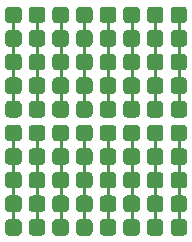
<source format=gbr>
G04 #@! TF.GenerationSoftware,KiCad,Pcbnew,5.0.2-bee76a0~70~ubuntu18.04.1*
G04 #@! TF.CreationDate,2019-03-08T21:19:30-05:00*
G04 #@! TF.ProjectId,2mm100mil-strips,326d6d31-3030-46d6-996c-2d7374726970,rev?*
G04 #@! TF.SameCoordinates,Original*
G04 #@! TF.FileFunction,Copper,L1,Top*
G04 #@! TF.FilePolarity,Positive*
%FSLAX46Y46*%
G04 Gerber Fmt 4.6, Leading zero omitted, Abs format (unit mm)*
G04 Created by KiCad (PCBNEW 5.0.2-bee76a0~70~ubuntu18.04.1) date Fri 08 Mar 2019 21:19:30 EST*
%MOMM*%
%LPD*%
G01*
G04 APERTURE LIST*
G04 #@! TA.AperFunction,Conductor*
%ADD10C,0.100000*%
G04 #@! TD*
G04 #@! TA.AperFunction,SMDPad,CuDef*
%ADD11C,1.400000*%
G04 #@! TD*
G04 #@! TA.AperFunction,ViaPad*
%ADD12C,0.800000*%
G04 #@! TD*
G04 #@! TA.AperFunction,Conductor*
%ADD13C,0.250000*%
G04 #@! TD*
G04 APERTURE END LIST*
D10*
G04 #@! TO.N,/B3*
G04 #@! TO.C,S11*
G36*
X106984306Y-109901685D02*
X107018282Y-109906725D01*
X107051600Y-109915071D01*
X107083939Y-109926642D01*
X107114989Y-109941328D01*
X107144450Y-109958986D01*
X107172038Y-109979446D01*
X107197487Y-110002513D01*
X107220554Y-110027962D01*
X107241014Y-110055550D01*
X107258672Y-110085011D01*
X107273358Y-110116061D01*
X107284929Y-110148400D01*
X107293275Y-110181718D01*
X107298315Y-110215694D01*
X107300000Y-110250000D01*
X107300000Y-110950000D01*
X107298315Y-110984306D01*
X107293275Y-111018282D01*
X107284929Y-111051600D01*
X107273358Y-111083939D01*
X107258672Y-111114989D01*
X107241014Y-111144450D01*
X107220554Y-111172038D01*
X107197487Y-111197487D01*
X107172038Y-111220554D01*
X107144450Y-111241014D01*
X107114989Y-111258672D01*
X107083939Y-111273358D01*
X107051600Y-111284929D01*
X107018282Y-111293275D01*
X106984306Y-111298315D01*
X106950000Y-111300000D01*
X106250000Y-111300000D01*
X106215694Y-111298315D01*
X106181718Y-111293275D01*
X106148400Y-111284929D01*
X106116061Y-111273358D01*
X106085011Y-111258672D01*
X106055550Y-111241014D01*
X106027962Y-111220554D01*
X106002513Y-111197487D01*
X105979446Y-111172038D01*
X105958986Y-111144450D01*
X105941328Y-111114989D01*
X105926642Y-111083939D01*
X105915071Y-111051600D01*
X105906725Y-111018282D01*
X105901685Y-110984306D01*
X105900000Y-110950000D01*
X105900000Y-110250000D01*
X105901685Y-110215694D01*
X105906725Y-110181718D01*
X105915071Y-110148400D01*
X105926642Y-110116061D01*
X105941328Y-110085011D01*
X105958986Y-110055550D01*
X105979446Y-110027962D01*
X106002513Y-110002513D01*
X106027962Y-109979446D01*
X106055550Y-109958986D01*
X106085011Y-109941328D01*
X106116061Y-109926642D01*
X106148400Y-109915071D01*
X106181718Y-109906725D01*
X106215694Y-109901685D01*
X106250000Y-109900000D01*
X106950000Y-109900000D01*
X106984306Y-109901685D01*
X106984306Y-109901685D01*
G37*
D11*
G04 #@! TD*
G04 #@! TO.P,S11,5*
G04 #@! TO.N,/B3*
X106600000Y-110600000D03*
D10*
G04 #@! TO.N,/B3*
G04 #@! TO.C,S11*
G36*
X106984306Y-107901685D02*
X107018282Y-107906725D01*
X107051600Y-107915071D01*
X107083939Y-107926642D01*
X107114989Y-107941328D01*
X107144450Y-107958986D01*
X107172038Y-107979446D01*
X107197487Y-108002513D01*
X107220554Y-108027962D01*
X107241014Y-108055550D01*
X107258672Y-108085011D01*
X107273358Y-108116061D01*
X107284929Y-108148400D01*
X107293275Y-108181718D01*
X107298315Y-108215694D01*
X107300000Y-108250000D01*
X107300000Y-108950000D01*
X107298315Y-108984306D01*
X107293275Y-109018282D01*
X107284929Y-109051600D01*
X107273358Y-109083939D01*
X107258672Y-109114989D01*
X107241014Y-109144450D01*
X107220554Y-109172038D01*
X107197487Y-109197487D01*
X107172038Y-109220554D01*
X107144450Y-109241014D01*
X107114989Y-109258672D01*
X107083939Y-109273358D01*
X107051600Y-109284929D01*
X107018282Y-109293275D01*
X106984306Y-109298315D01*
X106950000Y-109300000D01*
X106250000Y-109300000D01*
X106215694Y-109298315D01*
X106181718Y-109293275D01*
X106148400Y-109284929D01*
X106116061Y-109273358D01*
X106085011Y-109258672D01*
X106055550Y-109241014D01*
X106027962Y-109220554D01*
X106002513Y-109197487D01*
X105979446Y-109172038D01*
X105958986Y-109144450D01*
X105941328Y-109114989D01*
X105926642Y-109083939D01*
X105915071Y-109051600D01*
X105906725Y-109018282D01*
X105901685Y-108984306D01*
X105900000Y-108950000D01*
X105900000Y-108250000D01*
X105901685Y-108215694D01*
X105906725Y-108181718D01*
X105915071Y-108148400D01*
X105926642Y-108116061D01*
X105941328Y-108085011D01*
X105958986Y-108055550D01*
X105979446Y-108027962D01*
X106002513Y-108002513D01*
X106027962Y-107979446D01*
X106055550Y-107958986D01*
X106085011Y-107941328D01*
X106116061Y-107926642D01*
X106148400Y-107915071D01*
X106181718Y-107906725D01*
X106215694Y-107901685D01*
X106250000Y-107900000D01*
X106950000Y-107900000D01*
X106984306Y-107901685D01*
X106984306Y-107901685D01*
G37*
D11*
G04 #@! TD*
G04 #@! TO.P,S11,4*
G04 #@! TO.N,/B3*
X106600000Y-108600000D03*
D10*
G04 #@! TO.N,/B3*
G04 #@! TO.C,S11*
G36*
X106984306Y-105901685D02*
X107018282Y-105906725D01*
X107051600Y-105915071D01*
X107083939Y-105926642D01*
X107114989Y-105941328D01*
X107144450Y-105958986D01*
X107172038Y-105979446D01*
X107197487Y-106002513D01*
X107220554Y-106027962D01*
X107241014Y-106055550D01*
X107258672Y-106085011D01*
X107273358Y-106116061D01*
X107284929Y-106148400D01*
X107293275Y-106181718D01*
X107298315Y-106215694D01*
X107300000Y-106250000D01*
X107300000Y-106950000D01*
X107298315Y-106984306D01*
X107293275Y-107018282D01*
X107284929Y-107051600D01*
X107273358Y-107083939D01*
X107258672Y-107114989D01*
X107241014Y-107144450D01*
X107220554Y-107172038D01*
X107197487Y-107197487D01*
X107172038Y-107220554D01*
X107144450Y-107241014D01*
X107114989Y-107258672D01*
X107083939Y-107273358D01*
X107051600Y-107284929D01*
X107018282Y-107293275D01*
X106984306Y-107298315D01*
X106950000Y-107300000D01*
X106250000Y-107300000D01*
X106215694Y-107298315D01*
X106181718Y-107293275D01*
X106148400Y-107284929D01*
X106116061Y-107273358D01*
X106085011Y-107258672D01*
X106055550Y-107241014D01*
X106027962Y-107220554D01*
X106002513Y-107197487D01*
X105979446Y-107172038D01*
X105958986Y-107144450D01*
X105941328Y-107114989D01*
X105926642Y-107083939D01*
X105915071Y-107051600D01*
X105906725Y-107018282D01*
X105901685Y-106984306D01*
X105900000Y-106950000D01*
X105900000Y-106250000D01*
X105901685Y-106215694D01*
X105906725Y-106181718D01*
X105915071Y-106148400D01*
X105926642Y-106116061D01*
X105941328Y-106085011D01*
X105958986Y-106055550D01*
X105979446Y-106027962D01*
X106002513Y-106002513D01*
X106027962Y-105979446D01*
X106055550Y-105958986D01*
X106085011Y-105941328D01*
X106116061Y-105926642D01*
X106148400Y-105915071D01*
X106181718Y-105906725D01*
X106215694Y-105901685D01*
X106250000Y-105900000D01*
X106950000Y-105900000D01*
X106984306Y-105901685D01*
X106984306Y-105901685D01*
G37*
D11*
G04 #@! TD*
G04 #@! TO.P,S11,3*
G04 #@! TO.N,/B3*
X106600000Y-106600000D03*
D10*
G04 #@! TO.N,/B3*
G04 #@! TO.C,S11*
G36*
X106984306Y-103901685D02*
X107018282Y-103906725D01*
X107051600Y-103915071D01*
X107083939Y-103926642D01*
X107114989Y-103941328D01*
X107144450Y-103958986D01*
X107172038Y-103979446D01*
X107197487Y-104002513D01*
X107220554Y-104027962D01*
X107241014Y-104055550D01*
X107258672Y-104085011D01*
X107273358Y-104116061D01*
X107284929Y-104148400D01*
X107293275Y-104181718D01*
X107298315Y-104215694D01*
X107300000Y-104250000D01*
X107300000Y-104950000D01*
X107298315Y-104984306D01*
X107293275Y-105018282D01*
X107284929Y-105051600D01*
X107273358Y-105083939D01*
X107258672Y-105114989D01*
X107241014Y-105144450D01*
X107220554Y-105172038D01*
X107197487Y-105197487D01*
X107172038Y-105220554D01*
X107144450Y-105241014D01*
X107114989Y-105258672D01*
X107083939Y-105273358D01*
X107051600Y-105284929D01*
X107018282Y-105293275D01*
X106984306Y-105298315D01*
X106950000Y-105300000D01*
X106250000Y-105300000D01*
X106215694Y-105298315D01*
X106181718Y-105293275D01*
X106148400Y-105284929D01*
X106116061Y-105273358D01*
X106085011Y-105258672D01*
X106055550Y-105241014D01*
X106027962Y-105220554D01*
X106002513Y-105197487D01*
X105979446Y-105172038D01*
X105958986Y-105144450D01*
X105941328Y-105114989D01*
X105926642Y-105083939D01*
X105915071Y-105051600D01*
X105906725Y-105018282D01*
X105901685Y-104984306D01*
X105900000Y-104950000D01*
X105900000Y-104250000D01*
X105901685Y-104215694D01*
X105906725Y-104181718D01*
X105915071Y-104148400D01*
X105926642Y-104116061D01*
X105941328Y-104085011D01*
X105958986Y-104055550D01*
X105979446Y-104027962D01*
X106002513Y-104002513D01*
X106027962Y-103979446D01*
X106055550Y-103958986D01*
X106085011Y-103941328D01*
X106116061Y-103926642D01*
X106148400Y-103915071D01*
X106181718Y-103906725D01*
X106215694Y-103901685D01*
X106250000Y-103900000D01*
X106950000Y-103900000D01*
X106984306Y-103901685D01*
X106984306Y-103901685D01*
G37*
D11*
G04 #@! TD*
G04 #@! TO.P,S11,2*
G04 #@! TO.N,/B3*
X106600000Y-104600000D03*
D10*
G04 #@! TO.N,/B3*
G04 #@! TO.C,S11*
G36*
X106984306Y-101901685D02*
X107018282Y-101906725D01*
X107051600Y-101915071D01*
X107083939Y-101926642D01*
X107114989Y-101941328D01*
X107144450Y-101958986D01*
X107172038Y-101979446D01*
X107197487Y-102002513D01*
X107220554Y-102027962D01*
X107241014Y-102055550D01*
X107258672Y-102085011D01*
X107273358Y-102116061D01*
X107284929Y-102148400D01*
X107293275Y-102181718D01*
X107298315Y-102215694D01*
X107300000Y-102250000D01*
X107300000Y-102950000D01*
X107298315Y-102984306D01*
X107293275Y-103018282D01*
X107284929Y-103051600D01*
X107273358Y-103083939D01*
X107258672Y-103114989D01*
X107241014Y-103144450D01*
X107220554Y-103172038D01*
X107197487Y-103197487D01*
X107172038Y-103220554D01*
X107144450Y-103241014D01*
X107114989Y-103258672D01*
X107083939Y-103273358D01*
X107051600Y-103284929D01*
X107018282Y-103293275D01*
X106984306Y-103298315D01*
X106950000Y-103300000D01*
X106250000Y-103300000D01*
X106215694Y-103298315D01*
X106181718Y-103293275D01*
X106148400Y-103284929D01*
X106116061Y-103273358D01*
X106085011Y-103258672D01*
X106055550Y-103241014D01*
X106027962Y-103220554D01*
X106002513Y-103197487D01*
X105979446Y-103172038D01*
X105958986Y-103144450D01*
X105941328Y-103114989D01*
X105926642Y-103083939D01*
X105915071Y-103051600D01*
X105906725Y-103018282D01*
X105901685Y-102984306D01*
X105900000Y-102950000D01*
X105900000Y-102250000D01*
X105901685Y-102215694D01*
X105906725Y-102181718D01*
X105915071Y-102148400D01*
X105926642Y-102116061D01*
X105941328Y-102085011D01*
X105958986Y-102055550D01*
X105979446Y-102027962D01*
X106002513Y-102002513D01*
X106027962Y-101979446D01*
X106055550Y-101958986D01*
X106085011Y-101941328D01*
X106116061Y-101926642D01*
X106148400Y-101915071D01*
X106181718Y-101906725D01*
X106215694Y-101901685D01*
X106250000Y-101900000D01*
X106950000Y-101900000D01*
X106984306Y-101901685D01*
X106984306Y-101901685D01*
G37*
D11*
G04 #@! TD*
G04 #@! TO.P,S11,1*
G04 #@! TO.N,/B3*
X106600000Y-102600000D03*
D10*
G04 #@! TO.N,/B6*
G04 #@! TO.C,S14*
G36*
X112984306Y-101901685D02*
X113018282Y-101906725D01*
X113051600Y-101915071D01*
X113083939Y-101926642D01*
X113114989Y-101941328D01*
X113144450Y-101958986D01*
X113172038Y-101979446D01*
X113197487Y-102002513D01*
X113220554Y-102027962D01*
X113241014Y-102055550D01*
X113258672Y-102085011D01*
X113273358Y-102116061D01*
X113284929Y-102148400D01*
X113293275Y-102181718D01*
X113298315Y-102215694D01*
X113300000Y-102250000D01*
X113300000Y-102950000D01*
X113298315Y-102984306D01*
X113293275Y-103018282D01*
X113284929Y-103051600D01*
X113273358Y-103083939D01*
X113258672Y-103114989D01*
X113241014Y-103144450D01*
X113220554Y-103172038D01*
X113197487Y-103197487D01*
X113172038Y-103220554D01*
X113144450Y-103241014D01*
X113114989Y-103258672D01*
X113083939Y-103273358D01*
X113051600Y-103284929D01*
X113018282Y-103293275D01*
X112984306Y-103298315D01*
X112950000Y-103300000D01*
X112250000Y-103300000D01*
X112215694Y-103298315D01*
X112181718Y-103293275D01*
X112148400Y-103284929D01*
X112116061Y-103273358D01*
X112085011Y-103258672D01*
X112055550Y-103241014D01*
X112027962Y-103220554D01*
X112002513Y-103197487D01*
X111979446Y-103172038D01*
X111958986Y-103144450D01*
X111941328Y-103114989D01*
X111926642Y-103083939D01*
X111915071Y-103051600D01*
X111906725Y-103018282D01*
X111901685Y-102984306D01*
X111900000Y-102950000D01*
X111900000Y-102250000D01*
X111901685Y-102215694D01*
X111906725Y-102181718D01*
X111915071Y-102148400D01*
X111926642Y-102116061D01*
X111941328Y-102085011D01*
X111958986Y-102055550D01*
X111979446Y-102027962D01*
X112002513Y-102002513D01*
X112027962Y-101979446D01*
X112055550Y-101958986D01*
X112085011Y-101941328D01*
X112116061Y-101926642D01*
X112148400Y-101915071D01*
X112181718Y-101906725D01*
X112215694Y-101901685D01*
X112250000Y-101900000D01*
X112950000Y-101900000D01*
X112984306Y-101901685D01*
X112984306Y-101901685D01*
G37*
D11*
G04 #@! TD*
G04 #@! TO.P,S14,1*
G04 #@! TO.N,/B6*
X112600000Y-102600000D03*
D10*
G04 #@! TO.N,/B6*
G04 #@! TO.C,S14*
G36*
X112984306Y-103901685D02*
X113018282Y-103906725D01*
X113051600Y-103915071D01*
X113083939Y-103926642D01*
X113114989Y-103941328D01*
X113144450Y-103958986D01*
X113172038Y-103979446D01*
X113197487Y-104002513D01*
X113220554Y-104027962D01*
X113241014Y-104055550D01*
X113258672Y-104085011D01*
X113273358Y-104116061D01*
X113284929Y-104148400D01*
X113293275Y-104181718D01*
X113298315Y-104215694D01*
X113300000Y-104250000D01*
X113300000Y-104950000D01*
X113298315Y-104984306D01*
X113293275Y-105018282D01*
X113284929Y-105051600D01*
X113273358Y-105083939D01*
X113258672Y-105114989D01*
X113241014Y-105144450D01*
X113220554Y-105172038D01*
X113197487Y-105197487D01*
X113172038Y-105220554D01*
X113144450Y-105241014D01*
X113114989Y-105258672D01*
X113083939Y-105273358D01*
X113051600Y-105284929D01*
X113018282Y-105293275D01*
X112984306Y-105298315D01*
X112950000Y-105300000D01*
X112250000Y-105300000D01*
X112215694Y-105298315D01*
X112181718Y-105293275D01*
X112148400Y-105284929D01*
X112116061Y-105273358D01*
X112085011Y-105258672D01*
X112055550Y-105241014D01*
X112027962Y-105220554D01*
X112002513Y-105197487D01*
X111979446Y-105172038D01*
X111958986Y-105144450D01*
X111941328Y-105114989D01*
X111926642Y-105083939D01*
X111915071Y-105051600D01*
X111906725Y-105018282D01*
X111901685Y-104984306D01*
X111900000Y-104950000D01*
X111900000Y-104250000D01*
X111901685Y-104215694D01*
X111906725Y-104181718D01*
X111915071Y-104148400D01*
X111926642Y-104116061D01*
X111941328Y-104085011D01*
X111958986Y-104055550D01*
X111979446Y-104027962D01*
X112002513Y-104002513D01*
X112027962Y-103979446D01*
X112055550Y-103958986D01*
X112085011Y-103941328D01*
X112116061Y-103926642D01*
X112148400Y-103915071D01*
X112181718Y-103906725D01*
X112215694Y-103901685D01*
X112250000Y-103900000D01*
X112950000Y-103900000D01*
X112984306Y-103901685D01*
X112984306Y-103901685D01*
G37*
D11*
G04 #@! TD*
G04 #@! TO.P,S14,2*
G04 #@! TO.N,/B6*
X112600000Y-104600000D03*
D10*
G04 #@! TO.N,/B6*
G04 #@! TO.C,S14*
G36*
X112984306Y-105901685D02*
X113018282Y-105906725D01*
X113051600Y-105915071D01*
X113083939Y-105926642D01*
X113114989Y-105941328D01*
X113144450Y-105958986D01*
X113172038Y-105979446D01*
X113197487Y-106002513D01*
X113220554Y-106027962D01*
X113241014Y-106055550D01*
X113258672Y-106085011D01*
X113273358Y-106116061D01*
X113284929Y-106148400D01*
X113293275Y-106181718D01*
X113298315Y-106215694D01*
X113300000Y-106250000D01*
X113300000Y-106950000D01*
X113298315Y-106984306D01*
X113293275Y-107018282D01*
X113284929Y-107051600D01*
X113273358Y-107083939D01*
X113258672Y-107114989D01*
X113241014Y-107144450D01*
X113220554Y-107172038D01*
X113197487Y-107197487D01*
X113172038Y-107220554D01*
X113144450Y-107241014D01*
X113114989Y-107258672D01*
X113083939Y-107273358D01*
X113051600Y-107284929D01*
X113018282Y-107293275D01*
X112984306Y-107298315D01*
X112950000Y-107300000D01*
X112250000Y-107300000D01*
X112215694Y-107298315D01*
X112181718Y-107293275D01*
X112148400Y-107284929D01*
X112116061Y-107273358D01*
X112085011Y-107258672D01*
X112055550Y-107241014D01*
X112027962Y-107220554D01*
X112002513Y-107197487D01*
X111979446Y-107172038D01*
X111958986Y-107144450D01*
X111941328Y-107114989D01*
X111926642Y-107083939D01*
X111915071Y-107051600D01*
X111906725Y-107018282D01*
X111901685Y-106984306D01*
X111900000Y-106950000D01*
X111900000Y-106250000D01*
X111901685Y-106215694D01*
X111906725Y-106181718D01*
X111915071Y-106148400D01*
X111926642Y-106116061D01*
X111941328Y-106085011D01*
X111958986Y-106055550D01*
X111979446Y-106027962D01*
X112002513Y-106002513D01*
X112027962Y-105979446D01*
X112055550Y-105958986D01*
X112085011Y-105941328D01*
X112116061Y-105926642D01*
X112148400Y-105915071D01*
X112181718Y-105906725D01*
X112215694Y-105901685D01*
X112250000Y-105900000D01*
X112950000Y-105900000D01*
X112984306Y-105901685D01*
X112984306Y-105901685D01*
G37*
D11*
G04 #@! TD*
G04 #@! TO.P,S14,3*
G04 #@! TO.N,/B6*
X112600000Y-106600000D03*
D10*
G04 #@! TO.N,/B6*
G04 #@! TO.C,S14*
G36*
X112984306Y-107901685D02*
X113018282Y-107906725D01*
X113051600Y-107915071D01*
X113083939Y-107926642D01*
X113114989Y-107941328D01*
X113144450Y-107958986D01*
X113172038Y-107979446D01*
X113197487Y-108002513D01*
X113220554Y-108027962D01*
X113241014Y-108055550D01*
X113258672Y-108085011D01*
X113273358Y-108116061D01*
X113284929Y-108148400D01*
X113293275Y-108181718D01*
X113298315Y-108215694D01*
X113300000Y-108250000D01*
X113300000Y-108950000D01*
X113298315Y-108984306D01*
X113293275Y-109018282D01*
X113284929Y-109051600D01*
X113273358Y-109083939D01*
X113258672Y-109114989D01*
X113241014Y-109144450D01*
X113220554Y-109172038D01*
X113197487Y-109197487D01*
X113172038Y-109220554D01*
X113144450Y-109241014D01*
X113114989Y-109258672D01*
X113083939Y-109273358D01*
X113051600Y-109284929D01*
X113018282Y-109293275D01*
X112984306Y-109298315D01*
X112950000Y-109300000D01*
X112250000Y-109300000D01*
X112215694Y-109298315D01*
X112181718Y-109293275D01*
X112148400Y-109284929D01*
X112116061Y-109273358D01*
X112085011Y-109258672D01*
X112055550Y-109241014D01*
X112027962Y-109220554D01*
X112002513Y-109197487D01*
X111979446Y-109172038D01*
X111958986Y-109144450D01*
X111941328Y-109114989D01*
X111926642Y-109083939D01*
X111915071Y-109051600D01*
X111906725Y-109018282D01*
X111901685Y-108984306D01*
X111900000Y-108950000D01*
X111900000Y-108250000D01*
X111901685Y-108215694D01*
X111906725Y-108181718D01*
X111915071Y-108148400D01*
X111926642Y-108116061D01*
X111941328Y-108085011D01*
X111958986Y-108055550D01*
X111979446Y-108027962D01*
X112002513Y-108002513D01*
X112027962Y-107979446D01*
X112055550Y-107958986D01*
X112085011Y-107941328D01*
X112116061Y-107926642D01*
X112148400Y-107915071D01*
X112181718Y-107906725D01*
X112215694Y-107901685D01*
X112250000Y-107900000D01*
X112950000Y-107900000D01*
X112984306Y-107901685D01*
X112984306Y-107901685D01*
G37*
D11*
G04 #@! TD*
G04 #@! TO.P,S14,4*
G04 #@! TO.N,/B6*
X112600000Y-108600000D03*
D10*
G04 #@! TO.N,/B6*
G04 #@! TO.C,S14*
G36*
X112984306Y-109901685D02*
X113018282Y-109906725D01*
X113051600Y-109915071D01*
X113083939Y-109926642D01*
X113114989Y-109941328D01*
X113144450Y-109958986D01*
X113172038Y-109979446D01*
X113197487Y-110002513D01*
X113220554Y-110027962D01*
X113241014Y-110055550D01*
X113258672Y-110085011D01*
X113273358Y-110116061D01*
X113284929Y-110148400D01*
X113293275Y-110181718D01*
X113298315Y-110215694D01*
X113300000Y-110250000D01*
X113300000Y-110950000D01*
X113298315Y-110984306D01*
X113293275Y-111018282D01*
X113284929Y-111051600D01*
X113273358Y-111083939D01*
X113258672Y-111114989D01*
X113241014Y-111144450D01*
X113220554Y-111172038D01*
X113197487Y-111197487D01*
X113172038Y-111220554D01*
X113144450Y-111241014D01*
X113114989Y-111258672D01*
X113083939Y-111273358D01*
X113051600Y-111284929D01*
X113018282Y-111293275D01*
X112984306Y-111298315D01*
X112950000Y-111300000D01*
X112250000Y-111300000D01*
X112215694Y-111298315D01*
X112181718Y-111293275D01*
X112148400Y-111284929D01*
X112116061Y-111273358D01*
X112085011Y-111258672D01*
X112055550Y-111241014D01*
X112027962Y-111220554D01*
X112002513Y-111197487D01*
X111979446Y-111172038D01*
X111958986Y-111144450D01*
X111941328Y-111114989D01*
X111926642Y-111083939D01*
X111915071Y-111051600D01*
X111906725Y-111018282D01*
X111901685Y-110984306D01*
X111900000Y-110950000D01*
X111900000Y-110250000D01*
X111901685Y-110215694D01*
X111906725Y-110181718D01*
X111915071Y-110148400D01*
X111926642Y-110116061D01*
X111941328Y-110085011D01*
X111958986Y-110055550D01*
X111979446Y-110027962D01*
X112002513Y-110002513D01*
X112027962Y-109979446D01*
X112055550Y-109958986D01*
X112085011Y-109941328D01*
X112116061Y-109926642D01*
X112148400Y-109915071D01*
X112181718Y-109906725D01*
X112215694Y-109901685D01*
X112250000Y-109900000D01*
X112950000Y-109900000D01*
X112984306Y-109901685D01*
X112984306Y-109901685D01*
G37*
D11*
G04 #@! TD*
G04 #@! TO.P,S14,5*
G04 #@! TO.N,/B6*
X112600000Y-110600000D03*
D10*
G04 #@! TO.N,/B7*
G04 #@! TO.C,S15*
G36*
X114984306Y-101901685D02*
X115018282Y-101906725D01*
X115051600Y-101915071D01*
X115083939Y-101926642D01*
X115114989Y-101941328D01*
X115144450Y-101958986D01*
X115172038Y-101979446D01*
X115197487Y-102002513D01*
X115220554Y-102027962D01*
X115241014Y-102055550D01*
X115258672Y-102085011D01*
X115273358Y-102116061D01*
X115284929Y-102148400D01*
X115293275Y-102181718D01*
X115298315Y-102215694D01*
X115300000Y-102250000D01*
X115300000Y-102950000D01*
X115298315Y-102984306D01*
X115293275Y-103018282D01*
X115284929Y-103051600D01*
X115273358Y-103083939D01*
X115258672Y-103114989D01*
X115241014Y-103144450D01*
X115220554Y-103172038D01*
X115197487Y-103197487D01*
X115172038Y-103220554D01*
X115144450Y-103241014D01*
X115114989Y-103258672D01*
X115083939Y-103273358D01*
X115051600Y-103284929D01*
X115018282Y-103293275D01*
X114984306Y-103298315D01*
X114950000Y-103300000D01*
X114250000Y-103300000D01*
X114215694Y-103298315D01*
X114181718Y-103293275D01*
X114148400Y-103284929D01*
X114116061Y-103273358D01*
X114085011Y-103258672D01*
X114055550Y-103241014D01*
X114027962Y-103220554D01*
X114002513Y-103197487D01*
X113979446Y-103172038D01*
X113958986Y-103144450D01*
X113941328Y-103114989D01*
X113926642Y-103083939D01*
X113915071Y-103051600D01*
X113906725Y-103018282D01*
X113901685Y-102984306D01*
X113900000Y-102950000D01*
X113900000Y-102250000D01*
X113901685Y-102215694D01*
X113906725Y-102181718D01*
X113915071Y-102148400D01*
X113926642Y-102116061D01*
X113941328Y-102085011D01*
X113958986Y-102055550D01*
X113979446Y-102027962D01*
X114002513Y-102002513D01*
X114027962Y-101979446D01*
X114055550Y-101958986D01*
X114085011Y-101941328D01*
X114116061Y-101926642D01*
X114148400Y-101915071D01*
X114181718Y-101906725D01*
X114215694Y-101901685D01*
X114250000Y-101900000D01*
X114950000Y-101900000D01*
X114984306Y-101901685D01*
X114984306Y-101901685D01*
G37*
D11*
G04 #@! TD*
G04 #@! TO.P,S15,1*
G04 #@! TO.N,/B7*
X114600000Y-102600000D03*
D10*
G04 #@! TO.N,/B7*
G04 #@! TO.C,S15*
G36*
X114984306Y-103901685D02*
X115018282Y-103906725D01*
X115051600Y-103915071D01*
X115083939Y-103926642D01*
X115114989Y-103941328D01*
X115144450Y-103958986D01*
X115172038Y-103979446D01*
X115197487Y-104002513D01*
X115220554Y-104027962D01*
X115241014Y-104055550D01*
X115258672Y-104085011D01*
X115273358Y-104116061D01*
X115284929Y-104148400D01*
X115293275Y-104181718D01*
X115298315Y-104215694D01*
X115300000Y-104250000D01*
X115300000Y-104950000D01*
X115298315Y-104984306D01*
X115293275Y-105018282D01*
X115284929Y-105051600D01*
X115273358Y-105083939D01*
X115258672Y-105114989D01*
X115241014Y-105144450D01*
X115220554Y-105172038D01*
X115197487Y-105197487D01*
X115172038Y-105220554D01*
X115144450Y-105241014D01*
X115114989Y-105258672D01*
X115083939Y-105273358D01*
X115051600Y-105284929D01*
X115018282Y-105293275D01*
X114984306Y-105298315D01*
X114950000Y-105300000D01*
X114250000Y-105300000D01*
X114215694Y-105298315D01*
X114181718Y-105293275D01*
X114148400Y-105284929D01*
X114116061Y-105273358D01*
X114085011Y-105258672D01*
X114055550Y-105241014D01*
X114027962Y-105220554D01*
X114002513Y-105197487D01*
X113979446Y-105172038D01*
X113958986Y-105144450D01*
X113941328Y-105114989D01*
X113926642Y-105083939D01*
X113915071Y-105051600D01*
X113906725Y-105018282D01*
X113901685Y-104984306D01*
X113900000Y-104950000D01*
X113900000Y-104250000D01*
X113901685Y-104215694D01*
X113906725Y-104181718D01*
X113915071Y-104148400D01*
X113926642Y-104116061D01*
X113941328Y-104085011D01*
X113958986Y-104055550D01*
X113979446Y-104027962D01*
X114002513Y-104002513D01*
X114027962Y-103979446D01*
X114055550Y-103958986D01*
X114085011Y-103941328D01*
X114116061Y-103926642D01*
X114148400Y-103915071D01*
X114181718Y-103906725D01*
X114215694Y-103901685D01*
X114250000Y-103900000D01*
X114950000Y-103900000D01*
X114984306Y-103901685D01*
X114984306Y-103901685D01*
G37*
D11*
G04 #@! TD*
G04 #@! TO.P,S15,2*
G04 #@! TO.N,/B7*
X114600000Y-104600000D03*
D10*
G04 #@! TO.N,/B7*
G04 #@! TO.C,S15*
G36*
X114984306Y-105901685D02*
X115018282Y-105906725D01*
X115051600Y-105915071D01*
X115083939Y-105926642D01*
X115114989Y-105941328D01*
X115144450Y-105958986D01*
X115172038Y-105979446D01*
X115197487Y-106002513D01*
X115220554Y-106027962D01*
X115241014Y-106055550D01*
X115258672Y-106085011D01*
X115273358Y-106116061D01*
X115284929Y-106148400D01*
X115293275Y-106181718D01*
X115298315Y-106215694D01*
X115300000Y-106250000D01*
X115300000Y-106950000D01*
X115298315Y-106984306D01*
X115293275Y-107018282D01*
X115284929Y-107051600D01*
X115273358Y-107083939D01*
X115258672Y-107114989D01*
X115241014Y-107144450D01*
X115220554Y-107172038D01*
X115197487Y-107197487D01*
X115172038Y-107220554D01*
X115144450Y-107241014D01*
X115114989Y-107258672D01*
X115083939Y-107273358D01*
X115051600Y-107284929D01*
X115018282Y-107293275D01*
X114984306Y-107298315D01*
X114950000Y-107300000D01*
X114250000Y-107300000D01*
X114215694Y-107298315D01*
X114181718Y-107293275D01*
X114148400Y-107284929D01*
X114116061Y-107273358D01*
X114085011Y-107258672D01*
X114055550Y-107241014D01*
X114027962Y-107220554D01*
X114002513Y-107197487D01*
X113979446Y-107172038D01*
X113958986Y-107144450D01*
X113941328Y-107114989D01*
X113926642Y-107083939D01*
X113915071Y-107051600D01*
X113906725Y-107018282D01*
X113901685Y-106984306D01*
X113900000Y-106950000D01*
X113900000Y-106250000D01*
X113901685Y-106215694D01*
X113906725Y-106181718D01*
X113915071Y-106148400D01*
X113926642Y-106116061D01*
X113941328Y-106085011D01*
X113958986Y-106055550D01*
X113979446Y-106027962D01*
X114002513Y-106002513D01*
X114027962Y-105979446D01*
X114055550Y-105958986D01*
X114085011Y-105941328D01*
X114116061Y-105926642D01*
X114148400Y-105915071D01*
X114181718Y-105906725D01*
X114215694Y-105901685D01*
X114250000Y-105900000D01*
X114950000Y-105900000D01*
X114984306Y-105901685D01*
X114984306Y-105901685D01*
G37*
D11*
G04 #@! TD*
G04 #@! TO.P,S15,3*
G04 #@! TO.N,/B7*
X114600000Y-106600000D03*
D10*
G04 #@! TO.N,/B7*
G04 #@! TO.C,S15*
G36*
X114984306Y-107901685D02*
X115018282Y-107906725D01*
X115051600Y-107915071D01*
X115083939Y-107926642D01*
X115114989Y-107941328D01*
X115144450Y-107958986D01*
X115172038Y-107979446D01*
X115197487Y-108002513D01*
X115220554Y-108027962D01*
X115241014Y-108055550D01*
X115258672Y-108085011D01*
X115273358Y-108116061D01*
X115284929Y-108148400D01*
X115293275Y-108181718D01*
X115298315Y-108215694D01*
X115300000Y-108250000D01*
X115300000Y-108950000D01*
X115298315Y-108984306D01*
X115293275Y-109018282D01*
X115284929Y-109051600D01*
X115273358Y-109083939D01*
X115258672Y-109114989D01*
X115241014Y-109144450D01*
X115220554Y-109172038D01*
X115197487Y-109197487D01*
X115172038Y-109220554D01*
X115144450Y-109241014D01*
X115114989Y-109258672D01*
X115083939Y-109273358D01*
X115051600Y-109284929D01*
X115018282Y-109293275D01*
X114984306Y-109298315D01*
X114950000Y-109300000D01*
X114250000Y-109300000D01*
X114215694Y-109298315D01*
X114181718Y-109293275D01*
X114148400Y-109284929D01*
X114116061Y-109273358D01*
X114085011Y-109258672D01*
X114055550Y-109241014D01*
X114027962Y-109220554D01*
X114002513Y-109197487D01*
X113979446Y-109172038D01*
X113958986Y-109144450D01*
X113941328Y-109114989D01*
X113926642Y-109083939D01*
X113915071Y-109051600D01*
X113906725Y-109018282D01*
X113901685Y-108984306D01*
X113900000Y-108950000D01*
X113900000Y-108250000D01*
X113901685Y-108215694D01*
X113906725Y-108181718D01*
X113915071Y-108148400D01*
X113926642Y-108116061D01*
X113941328Y-108085011D01*
X113958986Y-108055550D01*
X113979446Y-108027962D01*
X114002513Y-108002513D01*
X114027962Y-107979446D01*
X114055550Y-107958986D01*
X114085011Y-107941328D01*
X114116061Y-107926642D01*
X114148400Y-107915071D01*
X114181718Y-107906725D01*
X114215694Y-107901685D01*
X114250000Y-107900000D01*
X114950000Y-107900000D01*
X114984306Y-107901685D01*
X114984306Y-107901685D01*
G37*
D11*
G04 #@! TD*
G04 #@! TO.P,S15,4*
G04 #@! TO.N,/B7*
X114600000Y-108600000D03*
D10*
G04 #@! TO.N,/B7*
G04 #@! TO.C,S15*
G36*
X114984306Y-109901685D02*
X115018282Y-109906725D01*
X115051600Y-109915071D01*
X115083939Y-109926642D01*
X115114989Y-109941328D01*
X115144450Y-109958986D01*
X115172038Y-109979446D01*
X115197487Y-110002513D01*
X115220554Y-110027962D01*
X115241014Y-110055550D01*
X115258672Y-110085011D01*
X115273358Y-110116061D01*
X115284929Y-110148400D01*
X115293275Y-110181718D01*
X115298315Y-110215694D01*
X115300000Y-110250000D01*
X115300000Y-110950000D01*
X115298315Y-110984306D01*
X115293275Y-111018282D01*
X115284929Y-111051600D01*
X115273358Y-111083939D01*
X115258672Y-111114989D01*
X115241014Y-111144450D01*
X115220554Y-111172038D01*
X115197487Y-111197487D01*
X115172038Y-111220554D01*
X115144450Y-111241014D01*
X115114989Y-111258672D01*
X115083939Y-111273358D01*
X115051600Y-111284929D01*
X115018282Y-111293275D01*
X114984306Y-111298315D01*
X114950000Y-111300000D01*
X114250000Y-111300000D01*
X114215694Y-111298315D01*
X114181718Y-111293275D01*
X114148400Y-111284929D01*
X114116061Y-111273358D01*
X114085011Y-111258672D01*
X114055550Y-111241014D01*
X114027962Y-111220554D01*
X114002513Y-111197487D01*
X113979446Y-111172038D01*
X113958986Y-111144450D01*
X113941328Y-111114989D01*
X113926642Y-111083939D01*
X113915071Y-111051600D01*
X113906725Y-111018282D01*
X113901685Y-110984306D01*
X113900000Y-110950000D01*
X113900000Y-110250000D01*
X113901685Y-110215694D01*
X113906725Y-110181718D01*
X113915071Y-110148400D01*
X113926642Y-110116061D01*
X113941328Y-110085011D01*
X113958986Y-110055550D01*
X113979446Y-110027962D01*
X114002513Y-110002513D01*
X114027962Y-109979446D01*
X114055550Y-109958986D01*
X114085011Y-109941328D01*
X114116061Y-109926642D01*
X114148400Y-109915071D01*
X114181718Y-109906725D01*
X114215694Y-109901685D01*
X114250000Y-109900000D01*
X114950000Y-109900000D01*
X114984306Y-109901685D01*
X114984306Y-109901685D01*
G37*
D11*
G04 #@! TD*
G04 #@! TO.P,S15,5*
G04 #@! TO.N,/B7*
X114600000Y-110600000D03*
D10*
G04 #@! TO.N,/B5*
G04 #@! TO.C,S13*
G36*
X110984306Y-101901685D02*
X111018282Y-101906725D01*
X111051600Y-101915071D01*
X111083939Y-101926642D01*
X111114989Y-101941328D01*
X111144450Y-101958986D01*
X111172038Y-101979446D01*
X111197487Y-102002513D01*
X111220554Y-102027962D01*
X111241014Y-102055550D01*
X111258672Y-102085011D01*
X111273358Y-102116061D01*
X111284929Y-102148400D01*
X111293275Y-102181718D01*
X111298315Y-102215694D01*
X111300000Y-102250000D01*
X111300000Y-102950000D01*
X111298315Y-102984306D01*
X111293275Y-103018282D01*
X111284929Y-103051600D01*
X111273358Y-103083939D01*
X111258672Y-103114989D01*
X111241014Y-103144450D01*
X111220554Y-103172038D01*
X111197487Y-103197487D01*
X111172038Y-103220554D01*
X111144450Y-103241014D01*
X111114989Y-103258672D01*
X111083939Y-103273358D01*
X111051600Y-103284929D01*
X111018282Y-103293275D01*
X110984306Y-103298315D01*
X110950000Y-103300000D01*
X110250000Y-103300000D01*
X110215694Y-103298315D01*
X110181718Y-103293275D01*
X110148400Y-103284929D01*
X110116061Y-103273358D01*
X110085011Y-103258672D01*
X110055550Y-103241014D01*
X110027962Y-103220554D01*
X110002513Y-103197487D01*
X109979446Y-103172038D01*
X109958986Y-103144450D01*
X109941328Y-103114989D01*
X109926642Y-103083939D01*
X109915071Y-103051600D01*
X109906725Y-103018282D01*
X109901685Y-102984306D01*
X109900000Y-102950000D01*
X109900000Y-102250000D01*
X109901685Y-102215694D01*
X109906725Y-102181718D01*
X109915071Y-102148400D01*
X109926642Y-102116061D01*
X109941328Y-102085011D01*
X109958986Y-102055550D01*
X109979446Y-102027962D01*
X110002513Y-102002513D01*
X110027962Y-101979446D01*
X110055550Y-101958986D01*
X110085011Y-101941328D01*
X110116061Y-101926642D01*
X110148400Y-101915071D01*
X110181718Y-101906725D01*
X110215694Y-101901685D01*
X110250000Y-101900000D01*
X110950000Y-101900000D01*
X110984306Y-101901685D01*
X110984306Y-101901685D01*
G37*
D11*
G04 #@! TD*
G04 #@! TO.P,S13,1*
G04 #@! TO.N,/B5*
X110600000Y-102600000D03*
D10*
G04 #@! TO.N,/B5*
G04 #@! TO.C,S13*
G36*
X110984306Y-103901685D02*
X111018282Y-103906725D01*
X111051600Y-103915071D01*
X111083939Y-103926642D01*
X111114989Y-103941328D01*
X111144450Y-103958986D01*
X111172038Y-103979446D01*
X111197487Y-104002513D01*
X111220554Y-104027962D01*
X111241014Y-104055550D01*
X111258672Y-104085011D01*
X111273358Y-104116061D01*
X111284929Y-104148400D01*
X111293275Y-104181718D01*
X111298315Y-104215694D01*
X111300000Y-104250000D01*
X111300000Y-104950000D01*
X111298315Y-104984306D01*
X111293275Y-105018282D01*
X111284929Y-105051600D01*
X111273358Y-105083939D01*
X111258672Y-105114989D01*
X111241014Y-105144450D01*
X111220554Y-105172038D01*
X111197487Y-105197487D01*
X111172038Y-105220554D01*
X111144450Y-105241014D01*
X111114989Y-105258672D01*
X111083939Y-105273358D01*
X111051600Y-105284929D01*
X111018282Y-105293275D01*
X110984306Y-105298315D01*
X110950000Y-105300000D01*
X110250000Y-105300000D01*
X110215694Y-105298315D01*
X110181718Y-105293275D01*
X110148400Y-105284929D01*
X110116061Y-105273358D01*
X110085011Y-105258672D01*
X110055550Y-105241014D01*
X110027962Y-105220554D01*
X110002513Y-105197487D01*
X109979446Y-105172038D01*
X109958986Y-105144450D01*
X109941328Y-105114989D01*
X109926642Y-105083939D01*
X109915071Y-105051600D01*
X109906725Y-105018282D01*
X109901685Y-104984306D01*
X109900000Y-104950000D01*
X109900000Y-104250000D01*
X109901685Y-104215694D01*
X109906725Y-104181718D01*
X109915071Y-104148400D01*
X109926642Y-104116061D01*
X109941328Y-104085011D01*
X109958986Y-104055550D01*
X109979446Y-104027962D01*
X110002513Y-104002513D01*
X110027962Y-103979446D01*
X110055550Y-103958986D01*
X110085011Y-103941328D01*
X110116061Y-103926642D01*
X110148400Y-103915071D01*
X110181718Y-103906725D01*
X110215694Y-103901685D01*
X110250000Y-103900000D01*
X110950000Y-103900000D01*
X110984306Y-103901685D01*
X110984306Y-103901685D01*
G37*
D11*
G04 #@! TD*
G04 #@! TO.P,S13,2*
G04 #@! TO.N,/B5*
X110600000Y-104600000D03*
D10*
G04 #@! TO.N,/B5*
G04 #@! TO.C,S13*
G36*
X110984306Y-105901685D02*
X111018282Y-105906725D01*
X111051600Y-105915071D01*
X111083939Y-105926642D01*
X111114989Y-105941328D01*
X111144450Y-105958986D01*
X111172038Y-105979446D01*
X111197487Y-106002513D01*
X111220554Y-106027962D01*
X111241014Y-106055550D01*
X111258672Y-106085011D01*
X111273358Y-106116061D01*
X111284929Y-106148400D01*
X111293275Y-106181718D01*
X111298315Y-106215694D01*
X111300000Y-106250000D01*
X111300000Y-106950000D01*
X111298315Y-106984306D01*
X111293275Y-107018282D01*
X111284929Y-107051600D01*
X111273358Y-107083939D01*
X111258672Y-107114989D01*
X111241014Y-107144450D01*
X111220554Y-107172038D01*
X111197487Y-107197487D01*
X111172038Y-107220554D01*
X111144450Y-107241014D01*
X111114989Y-107258672D01*
X111083939Y-107273358D01*
X111051600Y-107284929D01*
X111018282Y-107293275D01*
X110984306Y-107298315D01*
X110950000Y-107300000D01*
X110250000Y-107300000D01*
X110215694Y-107298315D01*
X110181718Y-107293275D01*
X110148400Y-107284929D01*
X110116061Y-107273358D01*
X110085011Y-107258672D01*
X110055550Y-107241014D01*
X110027962Y-107220554D01*
X110002513Y-107197487D01*
X109979446Y-107172038D01*
X109958986Y-107144450D01*
X109941328Y-107114989D01*
X109926642Y-107083939D01*
X109915071Y-107051600D01*
X109906725Y-107018282D01*
X109901685Y-106984306D01*
X109900000Y-106950000D01*
X109900000Y-106250000D01*
X109901685Y-106215694D01*
X109906725Y-106181718D01*
X109915071Y-106148400D01*
X109926642Y-106116061D01*
X109941328Y-106085011D01*
X109958986Y-106055550D01*
X109979446Y-106027962D01*
X110002513Y-106002513D01*
X110027962Y-105979446D01*
X110055550Y-105958986D01*
X110085011Y-105941328D01*
X110116061Y-105926642D01*
X110148400Y-105915071D01*
X110181718Y-105906725D01*
X110215694Y-105901685D01*
X110250000Y-105900000D01*
X110950000Y-105900000D01*
X110984306Y-105901685D01*
X110984306Y-105901685D01*
G37*
D11*
G04 #@! TD*
G04 #@! TO.P,S13,3*
G04 #@! TO.N,/B5*
X110600000Y-106600000D03*
D10*
G04 #@! TO.N,/B5*
G04 #@! TO.C,S13*
G36*
X110984306Y-107901685D02*
X111018282Y-107906725D01*
X111051600Y-107915071D01*
X111083939Y-107926642D01*
X111114989Y-107941328D01*
X111144450Y-107958986D01*
X111172038Y-107979446D01*
X111197487Y-108002513D01*
X111220554Y-108027962D01*
X111241014Y-108055550D01*
X111258672Y-108085011D01*
X111273358Y-108116061D01*
X111284929Y-108148400D01*
X111293275Y-108181718D01*
X111298315Y-108215694D01*
X111300000Y-108250000D01*
X111300000Y-108950000D01*
X111298315Y-108984306D01*
X111293275Y-109018282D01*
X111284929Y-109051600D01*
X111273358Y-109083939D01*
X111258672Y-109114989D01*
X111241014Y-109144450D01*
X111220554Y-109172038D01*
X111197487Y-109197487D01*
X111172038Y-109220554D01*
X111144450Y-109241014D01*
X111114989Y-109258672D01*
X111083939Y-109273358D01*
X111051600Y-109284929D01*
X111018282Y-109293275D01*
X110984306Y-109298315D01*
X110950000Y-109300000D01*
X110250000Y-109300000D01*
X110215694Y-109298315D01*
X110181718Y-109293275D01*
X110148400Y-109284929D01*
X110116061Y-109273358D01*
X110085011Y-109258672D01*
X110055550Y-109241014D01*
X110027962Y-109220554D01*
X110002513Y-109197487D01*
X109979446Y-109172038D01*
X109958986Y-109144450D01*
X109941328Y-109114989D01*
X109926642Y-109083939D01*
X109915071Y-109051600D01*
X109906725Y-109018282D01*
X109901685Y-108984306D01*
X109900000Y-108950000D01*
X109900000Y-108250000D01*
X109901685Y-108215694D01*
X109906725Y-108181718D01*
X109915071Y-108148400D01*
X109926642Y-108116061D01*
X109941328Y-108085011D01*
X109958986Y-108055550D01*
X109979446Y-108027962D01*
X110002513Y-108002513D01*
X110027962Y-107979446D01*
X110055550Y-107958986D01*
X110085011Y-107941328D01*
X110116061Y-107926642D01*
X110148400Y-107915071D01*
X110181718Y-107906725D01*
X110215694Y-107901685D01*
X110250000Y-107900000D01*
X110950000Y-107900000D01*
X110984306Y-107901685D01*
X110984306Y-107901685D01*
G37*
D11*
G04 #@! TD*
G04 #@! TO.P,S13,4*
G04 #@! TO.N,/B5*
X110600000Y-108600000D03*
D10*
G04 #@! TO.N,/B5*
G04 #@! TO.C,S13*
G36*
X110984306Y-109901685D02*
X111018282Y-109906725D01*
X111051600Y-109915071D01*
X111083939Y-109926642D01*
X111114989Y-109941328D01*
X111144450Y-109958986D01*
X111172038Y-109979446D01*
X111197487Y-110002513D01*
X111220554Y-110027962D01*
X111241014Y-110055550D01*
X111258672Y-110085011D01*
X111273358Y-110116061D01*
X111284929Y-110148400D01*
X111293275Y-110181718D01*
X111298315Y-110215694D01*
X111300000Y-110250000D01*
X111300000Y-110950000D01*
X111298315Y-110984306D01*
X111293275Y-111018282D01*
X111284929Y-111051600D01*
X111273358Y-111083939D01*
X111258672Y-111114989D01*
X111241014Y-111144450D01*
X111220554Y-111172038D01*
X111197487Y-111197487D01*
X111172038Y-111220554D01*
X111144450Y-111241014D01*
X111114989Y-111258672D01*
X111083939Y-111273358D01*
X111051600Y-111284929D01*
X111018282Y-111293275D01*
X110984306Y-111298315D01*
X110950000Y-111300000D01*
X110250000Y-111300000D01*
X110215694Y-111298315D01*
X110181718Y-111293275D01*
X110148400Y-111284929D01*
X110116061Y-111273358D01*
X110085011Y-111258672D01*
X110055550Y-111241014D01*
X110027962Y-111220554D01*
X110002513Y-111197487D01*
X109979446Y-111172038D01*
X109958986Y-111144450D01*
X109941328Y-111114989D01*
X109926642Y-111083939D01*
X109915071Y-111051600D01*
X109906725Y-111018282D01*
X109901685Y-110984306D01*
X109900000Y-110950000D01*
X109900000Y-110250000D01*
X109901685Y-110215694D01*
X109906725Y-110181718D01*
X109915071Y-110148400D01*
X109926642Y-110116061D01*
X109941328Y-110085011D01*
X109958986Y-110055550D01*
X109979446Y-110027962D01*
X110002513Y-110002513D01*
X110027962Y-109979446D01*
X110055550Y-109958986D01*
X110085011Y-109941328D01*
X110116061Y-109926642D01*
X110148400Y-109915071D01*
X110181718Y-109906725D01*
X110215694Y-109901685D01*
X110250000Y-109900000D01*
X110950000Y-109900000D01*
X110984306Y-109901685D01*
X110984306Y-109901685D01*
G37*
D11*
G04 #@! TD*
G04 #@! TO.P,S13,5*
G04 #@! TO.N,/B5*
X110600000Y-110600000D03*
D10*
G04 #@! TO.N,/B8*
G04 #@! TO.C,S16*
G36*
X116984306Y-109901685D02*
X117018282Y-109906725D01*
X117051600Y-109915071D01*
X117083939Y-109926642D01*
X117114989Y-109941328D01*
X117144450Y-109958986D01*
X117172038Y-109979446D01*
X117197487Y-110002513D01*
X117220554Y-110027962D01*
X117241014Y-110055550D01*
X117258672Y-110085011D01*
X117273358Y-110116061D01*
X117284929Y-110148400D01*
X117293275Y-110181718D01*
X117298315Y-110215694D01*
X117300000Y-110250000D01*
X117300000Y-110950000D01*
X117298315Y-110984306D01*
X117293275Y-111018282D01*
X117284929Y-111051600D01*
X117273358Y-111083939D01*
X117258672Y-111114989D01*
X117241014Y-111144450D01*
X117220554Y-111172038D01*
X117197487Y-111197487D01*
X117172038Y-111220554D01*
X117144450Y-111241014D01*
X117114989Y-111258672D01*
X117083939Y-111273358D01*
X117051600Y-111284929D01*
X117018282Y-111293275D01*
X116984306Y-111298315D01*
X116950000Y-111300000D01*
X116250000Y-111300000D01*
X116215694Y-111298315D01*
X116181718Y-111293275D01*
X116148400Y-111284929D01*
X116116061Y-111273358D01*
X116085011Y-111258672D01*
X116055550Y-111241014D01*
X116027962Y-111220554D01*
X116002513Y-111197487D01*
X115979446Y-111172038D01*
X115958986Y-111144450D01*
X115941328Y-111114989D01*
X115926642Y-111083939D01*
X115915071Y-111051600D01*
X115906725Y-111018282D01*
X115901685Y-110984306D01*
X115900000Y-110950000D01*
X115900000Y-110250000D01*
X115901685Y-110215694D01*
X115906725Y-110181718D01*
X115915071Y-110148400D01*
X115926642Y-110116061D01*
X115941328Y-110085011D01*
X115958986Y-110055550D01*
X115979446Y-110027962D01*
X116002513Y-110002513D01*
X116027962Y-109979446D01*
X116055550Y-109958986D01*
X116085011Y-109941328D01*
X116116061Y-109926642D01*
X116148400Y-109915071D01*
X116181718Y-109906725D01*
X116215694Y-109901685D01*
X116250000Y-109900000D01*
X116950000Y-109900000D01*
X116984306Y-109901685D01*
X116984306Y-109901685D01*
G37*
D11*
G04 #@! TD*
G04 #@! TO.P,S16,5*
G04 #@! TO.N,/B8*
X116600000Y-110600000D03*
D10*
G04 #@! TO.N,/B8*
G04 #@! TO.C,S16*
G36*
X116984306Y-107901685D02*
X117018282Y-107906725D01*
X117051600Y-107915071D01*
X117083939Y-107926642D01*
X117114989Y-107941328D01*
X117144450Y-107958986D01*
X117172038Y-107979446D01*
X117197487Y-108002513D01*
X117220554Y-108027962D01*
X117241014Y-108055550D01*
X117258672Y-108085011D01*
X117273358Y-108116061D01*
X117284929Y-108148400D01*
X117293275Y-108181718D01*
X117298315Y-108215694D01*
X117300000Y-108250000D01*
X117300000Y-108950000D01*
X117298315Y-108984306D01*
X117293275Y-109018282D01*
X117284929Y-109051600D01*
X117273358Y-109083939D01*
X117258672Y-109114989D01*
X117241014Y-109144450D01*
X117220554Y-109172038D01*
X117197487Y-109197487D01*
X117172038Y-109220554D01*
X117144450Y-109241014D01*
X117114989Y-109258672D01*
X117083939Y-109273358D01*
X117051600Y-109284929D01*
X117018282Y-109293275D01*
X116984306Y-109298315D01*
X116950000Y-109300000D01*
X116250000Y-109300000D01*
X116215694Y-109298315D01*
X116181718Y-109293275D01*
X116148400Y-109284929D01*
X116116061Y-109273358D01*
X116085011Y-109258672D01*
X116055550Y-109241014D01*
X116027962Y-109220554D01*
X116002513Y-109197487D01*
X115979446Y-109172038D01*
X115958986Y-109144450D01*
X115941328Y-109114989D01*
X115926642Y-109083939D01*
X115915071Y-109051600D01*
X115906725Y-109018282D01*
X115901685Y-108984306D01*
X115900000Y-108950000D01*
X115900000Y-108250000D01*
X115901685Y-108215694D01*
X115906725Y-108181718D01*
X115915071Y-108148400D01*
X115926642Y-108116061D01*
X115941328Y-108085011D01*
X115958986Y-108055550D01*
X115979446Y-108027962D01*
X116002513Y-108002513D01*
X116027962Y-107979446D01*
X116055550Y-107958986D01*
X116085011Y-107941328D01*
X116116061Y-107926642D01*
X116148400Y-107915071D01*
X116181718Y-107906725D01*
X116215694Y-107901685D01*
X116250000Y-107900000D01*
X116950000Y-107900000D01*
X116984306Y-107901685D01*
X116984306Y-107901685D01*
G37*
D11*
G04 #@! TD*
G04 #@! TO.P,S16,4*
G04 #@! TO.N,/B8*
X116600000Y-108600000D03*
D10*
G04 #@! TO.N,/B8*
G04 #@! TO.C,S16*
G36*
X116984306Y-105901685D02*
X117018282Y-105906725D01*
X117051600Y-105915071D01*
X117083939Y-105926642D01*
X117114989Y-105941328D01*
X117144450Y-105958986D01*
X117172038Y-105979446D01*
X117197487Y-106002513D01*
X117220554Y-106027962D01*
X117241014Y-106055550D01*
X117258672Y-106085011D01*
X117273358Y-106116061D01*
X117284929Y-106148400D01*
X117293275Y-106181718D01*
X117298315Y-106215694D01*
X117300000Y-106250000D01*
X117300000Y-106950000D01*
X117298315Y-106984306D01*
X117293275Y-107018282D01*
X117284929Y-107051600D01*
X117273358Y-107083939D01*
X117258672Y-107114989D01*
X117241014Y-107144450D01*
X117220554Y-107172038D01*
X117197487Y-107197487D01*
X117172038Y-107220554D01*
X117144450Y-107241014D01*
X117114989Y-107258672D01*
X117083939Y-107273358D01*
X117051600Y-107284929D01*
X117018282Y-107293275D01*
X116984306Y-107298315D01*
X116950000Y-107300000D01*
X116250000Y-107300000D01*
X116215694Y-107298315D01*
X116181718Y-107293275D01*
X116148400Y-107284929D01*
X116116061Y-107273358D01*
X116085011Y-107258672D01*
X116055550Y-107241014D01*
X116027962Y-107220554D01*
X116002513Y-107197487D01*
X115979446Y-107172038D01*
X115958986Y-107144450D01*
X115941328Y-107114989D01*
X115926642Y-107083939D01*
X115915071Y-107051600D01*
X115906725Y-107018282D01*
X115901685Y-106984306D01*
X115900000Y-106950000D01*
X115900000Y-106250000D01*
X115901685Y-106215694D01*
X115906725Y-106181718D01*
X115915071Y-106148400D01*
X115926642Y-106116061D01*
X115941328Y-106085011D01*
X115958986Y-106055550D01*
X115979446Y-106027962D01*
X116002513Y-106002513D01*
X116027962Y-105979446D01*
X116055550Y-105958986D01*
X116085011Y-105941328D01*
X116116061Y-105926642D01*
X116148400Y-105915071D01*
X116181718Y-105906725D01*
X116215694Y-105901685D01*
X116250000Y-105900000D01*
X116950000Y-105900000D01*
X116984306Y-105901685D01*
X116984306Y-105901685D01*
G37*
D11*
G04 #@! TD*
G04 #@! TO.P,S16,3*
G04 #@! TO.N,/B8*
X116600000Y-106600000D03*
D10*
G04 #@! TO.N,/B8*
G04 #@! TO.C,S16*
G36*
X116984306Y-103901685D02*
X117018282Y-103906725D01*
X117051600Y-103915071D01*
X117083939Y-103926642D01*
X117114989Y-103941328D01*
X117144450Y-103958986D01*
X117172038Y-103979446D01*
X117197487Y-104002513D01*
X117220554Y-104027962D01*
X117241014Y-104055550D01*
X117258672Y-104085011D01*
X117273358Y-104116061D01*
X117284929Y-104148400D01*
X117293275Y-104181718D01*
X117298315Y-104215694D01*
X117300000Y-104250000D01*
X117300000Y-104950000D01*
X117298315Y-104984306D01*
X117293275Y-105018282D01*
X117284929Y-105051600D01*
X117273358Y-105083939D01*
X117258672Y-105114989D01*
X117241014Y-105144450D01*
X117220554Y-105172038D01*
X117197487Y-105197487D01*
X117172038Y-105220554D01*
X117144450Y-105241014D01*
X117114989Y-105258672D01*
X117083939Y-105273358D01*
X117051600Y-105284929D01*
X117018282Y-105293275D01*
X116984306Y-105298315D01*
X116950000Y-105300000D01*
X116250000Y-105300000D01*
X116215694Y-105298315D01*
X116181718Y-105293275D01*
X116148400Y-105284929D01*
X116116061Y-105273358D01*
X116085011Y-105258672D01*
X116055550Y-105241014D01*
X116027962Y-105220554D01*
X116002513Y-105197487D01*
X115979446Y-105172038D01*
X115958986Y-105144450D01*
X115941328Y-105114989D01*
X115926642Y-105083939D01*
X115915071Y-105051600D01*
X115906725Y-105018282D01*
X115901685Y-104984306D01*
X115900000Y-104950000D01*
X115900000Y-104250000D01*
X115901685Y-104215694D01*
X115906725Y-104181718D01*
X115915071Y-104148400D01*
X115926642Y-104116061D01*
X115941328Y-104085011D01*
X115958986Y-104055550D01*
X115979446Y-104027962D01*
X116002513Y-104002513D01*
X116027962Y-103979446D01*
X116055550Y-103958986D01*
X116085011Y-103941328D01*
X116116061Y-103926642D01*
X116148400Y-103915071D01*
X116181718Y-103906725D01*
X116215694Y-103901685D01*
X116250000Y-103900000D01*
X116950000Y-103900000D01*
X116984306Y-103901685D01*
X116984306Y-103901685D01*
G37*
D11*
G04 #@! TD*
G04 #@! TO.P,S16,2*
G04 #@! TO.N,/B8*
X116600000Y-104600000D03*
D10*
G04 #@! TO.N,/B8*
G04 #@! TO.C,S16*
G36*
X116984306Y-101901685D02*
X117018282Y-101906725D01*
X117051600Y-101915071D01*
X117083939Y-101926642D01*
X117114989Y-101941328D01*
X117144450Y-101958986D01*
X117172038Y-101979446D01*
X117197487Y-102002513D01*
X117220554Y-102027962D01*
X117241014Y-102055550D01*
X117258672Y-102085011D01*
X117273358Y-102116061D01*
X117284929Y-102148400D01*
X117293275Y-102181718D01*
X117298315Y-102215694D01*
X117300000Y-102250000D01*
X117300000Y-102950000D01*
X117298315Y-102984306D01*
X117293275Y-103018282D01*
X117284929Y-103051600D01*
X117273358Y-103083939D01*
X117258672Y-103114989D01*
X117241014Y-103144450D01*
X117220554Y-103172038D01*
X117197487Y-103197487D01*
X117172038Y-103220554D01*
X117144450Y-103241014D01*
X117114989Y-103258672D01*
X117083939Y-103273358D01*
X117051600Y-103284929D01*
X117018282Y-103293275D01*
X116984306Y-103298315D01*
X116950000Y-103300000D01*
X116250000Y-103300000D01*
X116215694Y-103298315D01*
X116181718Y-103293275D01*
X116148400Y-103284929D01*
X116116061Y-103273358D01*
X116085011Y-103258672D01*
X116055550Y-103241014D01*
X116027962Y-103220554D01*
X116002513Y-103197487D01*
X115979446Y-103172038D01*
X115958986Y-103144450D01*
X115941328Y-103114989D01*
X115926642Y-103083939D01*
X115915071Y-103051600D01*
X115906725Y-103018282D01*
X115901685Y-102984306D01*
X115900000Y-102950000D01*
X115900000Y-102250000D01*
X115901685Y-102215694D01*
X115906725Y-102181718D01*
X115915071Y-102148400D01*
X115926642Y-102116061D01*
X115941328Y-102085011D01*
X115958986Y-102055550D01*
X115979446Y-102027962D01*
X116002513Y-102002513D01*
X116027962Y-101979446D01*
X116055550Y-101958986D01*
X116085011Y-101941328D01*
X116116061Y-101926642D01*
X116148400Y-101915071D01*
X116181718Y-101906725D01*
X116215694Y-101901685D01*
X116250000Y-101900000D01*
X116950000Y-101900000D01*
X116984306Y-101901685D01*
X116984306Y-101901685D01*
G37*
D11*
G04 #@! TD*
G04 #@! TO.P,S16,1*
G04 #@! TO.N,/B8*
X116600000Y-102600000D03*
D10*
G04 #@! TO.N,/T3*
G04 #@! TO.C,S3*
G36*
X106984306Y-91901685D02*
X107018282Y-91906725D01*
X107051600Y-91915071D01*
X107083939Y-91926642D01*
X107114989Y-91941328D01*
X107144450Y-91958986D01*
X107172038Y-91979446D01*
X107197487Y-92002513D01*
X107220554Y-92027962D01*
X107241014Y-92055550D01*
X107258672Y-92085011D01*
X107273358Y-92116061D01*
X107284929Y-92148400D01*
X107293275Y-92181718D01*
X107298315Y-92215694D01*
X107300000Y-92250000D01*
X107300000Y-92950000D01*
X107298315Y-92984306D01*
X107293275Y-93018282D01*
X107284929Y-93051600D01*
X107273358Y-93083939D01*
X107258672Y-93114989D01*
X107241014Y-93144450D01*
X107220554Y-93172038D01*
X107197487Y-93197487D01*
X107172038Y-93220554D01*
X107144450Y-93241014D01*
X107114989Y-93258672D01*
X107083939Y-93273358D01*
X107051600Y-93284929D01*
X107018282Y-93293275D01*
X106984306Y-93298315D01*
X106950000Y-93300000D01*
X106250000Y-93300000D01*
X106215694Y-93298315D01*
X106181718Y-93293275D01*
X106148400Y-93284929D01*
X106116061Y-93273358D01*
X106085011Y-93258672D01*
X106055550Y-93241014D01*
X106027962Y-93220554D01*
X106002513Y-93197487D01*
X105979446Y-93172038D01*
X105958986Y-93144450D01*
X105941328Y-93114989D01*
X105926642Y-93083939D01*
X105915071Y-93051600D01*
X105906725Y-93018282D01*
X105901685Y-92984306D01*
X105900000Y-92950000D01*
X105900000Y-92250000D01*
X105901685Y-92215694D01*
X105906725Y-92181718D01*
X105915071Y-92148400D01*
X105926642Y-92116061D01*
X105941328Y-92085011D01*
X105958986Y-92055550D01*
X105979446Y-92027962D01*
X106002513Y-92002513D01*
X106027962Y-91979446D01*
X106055550Y-91958986D01*
X106085011Y-91941328D01*
X106116061Y-91926642D01*
X106148400Y-91915071D01*
X106181718Y-91906725D01*
X106215694Y-91901685D01*
X106250000Y-91900000D01*
X106950000Y-91900000D01*
X106984306Y-91901685D01*
X106984306Y-91901685D01*
G37*
D11*
G04 #@! TD*
G04 #@! TO.P,S3,5*
G04 #@! TO.N,/T3*
X106600000Y-92600000D03*
D10*
G04 #@! TO.N,/T3*
G04 #@! TO.C,S3*
G36*
X106984306Y-93901685D02*
X107018282Y-93906725D01*
X107051600Y-93915071D01*
X107083939Y-93926642D01*
X107114989Y-93941328D01*
X107144450Y-93958986D01*
X107172038Y-93979446D01*
X107197487Y-94002513D01*
X107220554Y-94027962D01*
X107241014Y-94055550D01*
X107258672Y-94085011D01*
X107273358Y-94116061D01*
X107284929Y-94148400D01*
X107293275Y-94181718D01*
X107298315Y-94215694D01*
X107300000Y-94250000D01*
X107300000Y-94950000D01*
X107298315Y-94984306D01*
X107293275Y-95018282D01*
X107284929Y-95051600D01*
X107273358Y-95083939D01*
X107258672Y-95114989D01*
X107241014Y-95144450D01*
X107220554Y-95172038D01*
X107197487Y-95197487D01*
X107172038Y-95220554D01*
X107144450Y-95241014D01*
X107114989Y-95258672D01*
X107083939Y-95273358D01*
X107051600Y-95284929D01*
X107018282Y-95293275D01*
X106984306Y-95298315D01*
X106950000Y-95300000D01*
X106250000Y-95300000D01*
X106215694Y-95298315D01*
X106181718Y-95293275D01*
X106148400Y-95284929D01*
X106116061Y-95273358D01*
X106085011Y-95258672D01*
X106055550Y-95241014D01*
X106027962Y-95220554D01*
X106002513Y-95197487D01*
X105979446Y-95172038D01*
X105958986Y-95144450D01*
X105941328Y-95114989D01*
X105926642Y-95083939D01*
X105915071Y-95051600D01*
X105906725Y-95018282D01*
X105901685Y-94984306D01*
X105900000Y-94950000D01*
X105900000Y-94250000D01*
X105901685Y-94215694D01*
X105906725Y-94181718D01*
X105915071Y-94148400D01*
X105926642Y-94116061D01*
X105941328Y-94085011D01*
X105958986Y-94055550D01*
X105979446Y-94027962D01*
X106002513Y-94002513D01*
X106027962Y-93979446D01*
X106055550Y-93958986D01*
X106085011Y-93941328D01*
X106116061Y-93926642D01*
X106148400Y-93915071D01*
X106181718Y-93906725D01*
X106215694Y-93901685D01*
X106250000Y-93900000D01*
X106950000Y-93900000D01*
X106984306Y-93901685D01*
X106984306Y-93901685D01*
G37*
D11*
G04 #@! TD*
G04 #@! TO.P,S3,4*
G04 #@! TO.N,/T3*
X106600000Y-94600000D03*
D10*
G04 #@! TO.N,/T3*
G04 #@! TO.C,S3*
G36*
X106984306Y-95901685D02*
X107018282Y-95906725D01*
X107051600Y-95915071D01*
X107083939Y-95926642D01*
X107114989Y-95941328D01*
X107144450Y-95958986D01*
X107172038Y-95979446D01*
X107197487Y-96002513D01*
X107220554Y-96027962D01*
X107241014Y-96055550D01*
X107258672Y-96085011D01*
X107273358Y-96116061D01*
X107284929Y-96148400D01*
X107293275Y-96181718D01*
X107298315Y-96215694D01*
X107300000Y-96250000D01*
X107300000Y-96950000D01*
X107298315Y-96984306D01*
X107293275Y-97018282D01*
X107284929Y-97051600D01*
X107273358Y-97083939D01*
X107258672Y-97114989D01*
X107241014Y-97144450D01*
X107220554Y-97172038D01*
X107197487Y-97197487D01*
X107172038Y-97220554D01*
X107144450Y-97241014D01*
X107114989Y-97258672D01*
X107083939Y-97273358D01*
X107051600Y-97284929D01*
X107018282Y-97293275D01*
X106984306Y-97298315D01*
X106950000Y-97300000D01*
X106250000Y-97300000D01*
X106215694Y-97298315D01*
X106181718Y-97293275D01*
X106148400Y-97284929D01*
X106116061Y-97273358D01*
X106085011Y-97258672D01*
X106055550Y-97241014D01*
X106027962Y-97220554D01*
X106002513Y-97197487D01*
X105979446Y-97172038D01*
X105958986Y-97144450D01*
X105941328Y-97114989D01*
X105926642Y-97083939D01*
X105915071Y-97051600D01*
X105906725Y-97018282D01*
X105901685Y-96984306D01*
X105900000Y-96950000D01*
X105900000Y-96250000D01*
X105901685Y-96215694D01*
X105906725Y-96181718D01*
X105915071Y-96148400D01*
X105926642Y-96116061D01*
X105941328Y-96085011D01*
X105958986Y-96055550D01*
X105979446Y-96027962D01*
X106002513Y-96002513D01*
X106027962Y-95979446D01*
X106055550Y-95958986D01*
X106085011Y-95941328D01*
X106116061Y-95926642D01*
X106148400Y-95915071D01*
X106181718Y-95906725D01*
X106215694Y-95901685D01*
X106250000Y-95900000D01*
X106950000Y-95900000D01*
X106984306Y-95901685D01*
X106984306Y-95901685D01*
G37*
D11*
G04 #@! TD*
G04 #@! TO.P,S3,3*
G04 #@! TO.N,/T3*
X106600000Y-96600000D03*
D10*
G04 #@! TO.N,/T3*
G04 #@! TO.C,S3*
G36*
X106984306Y-97901685D02*
X107018282Y-97906725D01*
X107051600Y-97915071D01*
X107083939Y-97926642D01*
X107114989Y-97941328D01*
X107144450Y-97958986D01*
X107172038Y-97979446D01*
X107197487Y-98002513D01*
X107220554Y-98027962D01*
X107241014Y-98055550D01*
X107258672Y-98085011D01*
X107273358Y-98116061D01*
X107284929Y-98148400D01*
X107293275Y-98181718D01*
X107298315Y-98215694D01*
X107300000Y-98250000D01*
X107300000Y-98950000D01*
X107298315Y-98984306D01*
X107293275Y-99018282D01*
X107284929Y-99051600D01*
X107273358Y-99083939D01*
X107258672Y-99114989D01*
X107241014Y-99144450D01*
X107220554Y-99172038D01*
X107197487Y-99197487D01*
X107172038Y-99220554D01*
X107144450Y-99241014D01*
X107114989Y-99258672D01*
X107083939Y-99273358D01*
X107051600Y-99284929D01*
X107018282Y-99293275D01*
X106984306Y-99298315D01*
X106950000Y-99300000D01*
X106250000Y-99300000D01*
X106215694Y-99298315D01*
X106181718Y-99293275D01*
X106148400Y-99284929D01*
X106116061Y-99273358D01*
X106085011Y-99258672D01*
X106055550Y-99241014D01*
X106027962Y-99220554D01*
X106002513Y-99197487D01*
X105979446Y-99172038D01*
X105958986Y-99144450D01*
X105941328Y-99114989D01*
X105926642Y-99083939D01*
X105915071Y-99051600D01*
X105906725Y-99018282D01*
X105901685Y-98984306D01*
X105900000Y-98950000D01*
X105900000Y-98250000D01*
X105901685Y-98215694D01*
X105906725Y-98181718D01*
X105915071Y-98148400D01*
X105926642Y-98116061D01*
X105941328Y-98085011D01*
X105958986Y-98055550D01*
X105979446Y-98027962D01*
X106002513Y-98002513D01*
X106027962Y-97979446D01*
X106055550Y-97958986D01*
X106085011Y-97941328D01*
X106116061Y-97926642D01*
X106148400Y-97915071D01*
X106181718Y-97906725D01*
X106215694Y-97901685D01*
X106250000Y-97900000D01*
X106950000Y-97900000D01*
X106984306Y-97901685D01*
X106984306Y-97901685D01*
G37*
D11*
G04 #@! TD*
G04 #@! TO.P,S3,2*
G04 #@! TO.N,/T3*
X106600000Y-98600000D03*
D10*
G04 #@! TO.N,/T3*
G04 #@! TO.C,S3*
G36*
X106984306Y-99901685D02*
X107018282Y-99906725D01*
X107051600Y-99915071D01*
X107083939Y-99926642D01*
X107114989Y-99941328D01*
X107144450Y-99958986D01*
X107172038Y-99979446D01*
X107197487Y-100002513D01*
X107220554Y-100027962D01*
X107241014Y-100055550D01*
X107258672Y-100085011D01*
X107273358Y-100116061D01*
X107284929Y-100148400D01*
X107293275Y-100181718D01*
X107298315Y-100215694D01*
X107300000Y-100250000D01*
X107300000Y-100950000D01*
X107298315Y-100984306D01*
X107293275Y-101018282D01*
X107284929Y-101051600D01*
X107273358Y-101083939D01*
X107258672Y-101114989D01*
X107241014Y-101144450D01*
X107220554Y-101172038D01*
X107197487Y-101197487D01*
X107172038Y-101220554D01*
X107144450Y-101241014D01*
X107114989Y-101258672D01*
X107083939Y-101273358D01*
X107051600Y-101284929D01*
X107018282Y-101293275D01*
X106984306Y-101298315D01*
X106950000Y-101300000D01*
X106250000Y-101300000D01*
X106215694Y-101298315D01*
X106181718Y-101293275D01*
X106148400Y-101284929D01*
X106116061Y-101273358D01*
X106085011Y-101258672D01*
X106055550Y-101241014D01*
X106027962Y-101220554D01*
X106002513Y-101197487D01*
X105979446Y-101172038D01*
X105958986Y-101144450D01*
X105941328Y-101114989D01*
X105926642Y-101083939D01*
X105915071Y-101051600D01*
X105906725Y-101018282D01*
X105901685Y-100984306D01*
X105900000Y-100950000D01*
X105900000Y-100250000D01*
X105901685Y-100215694D01*
X105906725Y-100181718D01*
X105915071Y-100148400D01*
X105926642Y-100116061D01*
X105941328Y-100085011D01*
X105958986Y-100055550D01*
X105979446Y-100027962D01*
X106002513Y-100002513D01*
X106027962Y-99979446D01*
X106055550Y-99958986D01*
X106085011Y-99941328D01*
X106116061Y-99926642D01*
X106148400Y-99915071D01*
X106181718Y-99906725D01*
X106215694Y-99901685D01*
X106250000Y-99900000D01*
X106950000Y-99900000D01*
X106984306Y-99901685D01*
X106984306Y-99901685D01*
G37*
D11*
G04 #@! TD*
G04 #@! TO.P,S3,1*
G04 #@! TO.N,/T3*
X106600000Y-100600000D03*
D10*
G04 #@! TO.N,/T4*
G04 #@! TO.C,S4*
G36*
X108984306Y-91901685D02*
X109018282Y-91906725D01*
X109051600Y-91915071D01*
X109083939Y-91926642D01*
X109114989Y-91941328D01*
X109144450Y-91958986D01*
X109172038Y-91979446D01*
X109197487Y-92002513D01*
X109220554Y-92027962D01*
X109241014Y-92055550D01*
X109258672Y-92085011D01*
X109273358Y-92116061D01*
X109284929Y-92148400D01*
X109293275Y-92181718D01*
X109298315Y-92215694D01*
X109300000Y-92250000D01*
X109300000Y-92950000D01*
X109298315Y-92984306D01*
X109293275Y-93018282D01*
X109284929Y-93051600D01*
X109273358Y-93083939D01*
X109258672Y-93114989D01*
X109241014Y-93144450D01*
X109220554Y-93172038D01*
X109197487Y-93197487D01*
X109172038Y-93220554D01*
X109144450Y-93241014D01*
X109114989Y-93258672D01*
X109083939Y-93273358D01*
X109051600Y-93284929D01*
X109018282Y-93293275D01*
X108984306Y-93298315D01*
X108950000Y-93300000D01*
X108250000Y-93300000D01*
X108215694Y-93298315D01*
X108181718Y-93293275D01*
X108148400Y-93284929D01*
X108116061Y-93273358D01*
X108085011Y-93258672D01*
X108055550Y-93241014D01*
X108027962Y-93220554D01*
X108002513Y-93197487D01*
X107979446Y-93172038D01*
X107958986Y-93144450D01*
X107941328Y-93114989D01*
X107926642Y-93083939D01*
X107915071Y-93051600D01*
X107906725Y-93018282D01*
X107901685Y-92984306D01*
X107900000Y-92950000D01*
X107900000Y-92250000D01*
X107901685Y-92215694D01*
X107906725Y-92181718D01*
X107915071Y-92148400D01*
X107926642Y-92116061D01*
X107941328Y-92085011D01*
X107958986Y-92055550D01*
X107979446Y-92027962D01*
X108002513Y-92002513D01*
X108027962Y-91979446D01*
X108055550Y-91958986D01*
X108085011Y-91941328D01*
X108116061Y-91926642D01*
X108148400Y-91915071D01*
X108181718Y-91906725D01*
X108215694Y-91901685D01*
X108250000Y-91900000D01*
X108950000Y-91900000D01*
X108984306Y-91901685D01*
X108984306Y-91901685D01*
G37*
D11*
G04 #@! TD*
G04 #@! TO.P,S4,5*
G04 #@! TO.N,/T4*
X108600000Y-92600000D03*
D10*
G04 #@! TO.N,/T4*
G04 #@! TO.C,S4*
G36*
X108984306Y-93901685D02*
X109018282Y-93906725D01*
X109051600Y-93915071D01*
X109083939Y-93926642D01*
X109114989Y-93941328D01*
X109144450Y-93958986D01*
X109172038Y-93979446D01*
X109197487Y-94002513D01*
X109220554Y-94027962D01*
X109241014Y-94055550D01*
X109258672Y-94085011D01*
X109273358Y-94116061D01*
X109284929Y-94148400D01*
X109293275Y-94181718D01*
X109298315Y-94215694D01*
X109300000Y-94250000D01*
X109300000Y-94950000D01*
X109298315Y-94984306D01*
X109293275Y-95018282D01*
X109284929Y-95051600D01*
X109273358Y-95083939D01*
X109258672Y-95114989D01*
X109241014Y-95144450D01*
X109220554Y-95172038D01*
X109197487Y-95197487D01*
X109172038Y-95220554D01*
X109144450Y-95241014D01*
X109114989Y-95258672D01*
X109083939Y-95273358D01*
X109051600Y-95284929D01*
X109018282Y-95293275D01*
X108984306Y-95298315D01*
X108950000Y-95300000D01*
X108250000Y-95300000D01*
X108215694Y-95298315D01*
X108181718Y-95293275D01*
X108148400Y-95284929D01*
X108116061Y-95273358D01*
X108085011Y-95258672D01*
X108055550Y-95241014D01*
X108027962Y-95220554D01*
X108002513Y-95197487D01*
X107979446Y-95172038D01*
X107958986Y-95144450D01*
X107941328Y-95114989D01*
X107926642Y-95083939D01*
X107915071Y-95051600D01*
X107906725Y-95018282D01*
X107901685Y-94984306D01*
X107900000Y-94950000D01*
X107900000Y-94250000D01*
X107901685Y-94215694D01*
X107906725Y-94181718D01*
X107915071Y-94148400D01*
X107926642Y-94116061D01*
X107941328Y-94085011D01*
X107958986Y-94055550D01*
X107979446Y-94027962D01*
X108002513Y-94002513D01*
X108027962Y-93979446D01*
X108055550Y-93958986D01*
X108085011Y-93941328D01*
X108116061Y-93926642D01*
X108148400Y-93915071D01*
X108181718Y-93906725D01*
X108215694Y-93901685D01*
X108250000Y-93900000D01*
X108950000Y-93900000D01*
X108984306Y-93901685D01*
X108984306Y-93901685D01*
G37*
D11*
G04 #@! TD*
G04 #@! TO.P,S4,4*
G04 #@! TO.N,/T4*
X108600000Y-94600000D03*
D10*
G04 #@! TO.N,/T4*
G04 #@! TO.C,S4*
G36*
X108984306Y-95901685D02*
X109018282Y-95906725D01*
X109051600Y-95915071D01*
X109083939Y-95926642D01*
X109114989Y-95941328D01*
X109144450Y-95958986D01*
X109172038Y-95979446D01*
X109197487Y-96002513D01*
X109220554Y-96027962D01*
X109241014Y-96055550D01*
X109258672Y-96085011D01*
X109273358Y-96116061D01*
X109284929Y-96148400D01*
X109293275Y-96181718D01*
X109298315Y-96215694D01*
X109300000Y-96250000D01*
X109300000Y-96950000D01*
X109298315Y-96984306D01*
X109293275Y-97018282D01*
X109284929Y-97051600D01*
X109273358Y-97083939D01*
X109258672Y-97114989D01*
X109241014Y-97144450D01*
X109220554Y-97172038D01*
X109197487Y-97197487D01*
X109172038Y-97220554D01*
X109144450Y-97241014D01*
X109114989Y-97258672D01*
X109083939Y-97273358D01*
X109051600Y-97284929D01*
X109018282Y-97293275D01*
X108984306Y-97298315D01*
X108950000Y-97300000D01*
X108250000Y-97300000D01*
X108215694Y-97298315D01*
X108181718Y-97293275D01*
X108148400Y-97284929D01*
X108116061Y-97273358D01*
X108085011Y-97258672D01*
X108055550Y-97241014D01*
X108027962Y-97220554D01*
X108002513Y-97197487D01*
X107979446Y-97172038D01*
X107958986Y-97144450D01*
X107941328Y-97114989D01*
X107926642Y-97083939D01*
X107915071Y-97051600D01*
X107906725Y-97018282D01*
X107901685Y-96984306D01*
X107900000Y-96950000D01*
X107900000Y-96250000D01*
X107901685Y-96215694D01*
X107906725Y-96181718D01*
X107915071Y-96148400D01*
X107926642Y-96116061D01*
X107941328Y-96085011D01*
X107958986Y-96055550D01*
X107979446Y-96027962D01*
X108002513Y-96002513D01*
X108027962Y-95979446D01*
X108055550Y-95958986D01*
X108085011Y-95941328D01*
X108116061Y-95926642D01*
X108148400Y-95915071D01*
X108181718Y-95906725D01*
X108215694Y-95901685D01*
X108250000Y-95900000D01*
X108950000Y-95900000D01*
X108984306Y-95901685D01*
X108984306Y-95901685D01*
G37*
D11*
G04 #@! TD*
G04 #@! TO.P,S4,3*
G04 #@! TO.N,/T4*
X108600000Y-96600000D03*
D10*
G04 #@! TO.N,/T4*
G04 #@! TO.C,S4*
G36*
X108984306Y-97901685D02*
X109018282Y-97906725D01*
X109051600Y-97915071D01*
X109083939Y-97926642D01*
X109114989Y-97941328D01*
X109144450Y-97958986D01*
X109172038Y-97979446D01*
X109197487Y-98002513D01*
X109220554Y-98027962D01*
X109241014Y-98055550D01*
X109258672Y-98085011D01*
X109273358Y-98116061D01*
X109284929Y-98148400D01*
X109293275Y-98181718D01*
X109298315Y-98215694D01*
X109300000Y-98250000D01*
X109300000Y-98950000D01*
X109298315Y-98984306D01*
X109293275Y-99018282D01*
X109284929Y-99051600D01*
X109273358Y-99083939D01*
X109258672Y-99114989D01*
X109241014Y-99144450D01*
X109220554Y-99172038D01*
X109197487Y-99197487D01*
X109172038Y-99220554D01*
X109144450Y-99241014D01*
X109114989Y-99258672D01*
X109083939Y-99273358D01*
X109051600Y-99284929D01*
X109018282Y-99293275D01*
X108984306Y-99298315D01*
X108950000Y-99300000D01*
X108250000Y-99300000D01*
X108215694Y-99298315D01*
X108181718Y-99293275D01*
X108148400Y-99284929D01*
X108116061Y-99273358D01*
X108085011Y-99258672D01*
X108055550Y-99241014D01*
X108027962Y-99220554D01*
X108002513Y-99197487D01*
X107979446Y-99172038D01*
X107958986Y-99144450D01*
X107941328Y-99114989D01*
X107926642Y-99083939D01*
X107915071Y-99051600D01*
X107906725Y-99018282D01*
X107901685Y-98984306D01*
X107900000Y-98950000D01*
X107900000Y-98250000D01*
X107901685Y-98215694D01*
X107906725Y-98181718D01*
X107915071Y-98148400D01*
X107926642Y-98116061D01*
X107941328Y-98085011D01*
X107958986Y-98055550D01*
X107979446Y-98027962D01*
X108002513Y-98002513D01*
X108027962Y-97979446D01*
X108055550Y-97958986D01*
X108085011Y-97941328D01*
X108116061Y-97926642D01*
X108148400Y-97915071D01*
X108181718Y-97906725D01*
X108215694Y-97901685D01*
X108250000Y-97900000D01*
X108950000Y-97900000D01*
X108984306Y-97901685D01*
X108984306Y-97901685D01*
G37*
D11*
G04 #@! TD*
G04 #@! TO.P,S4,2*
G04 #@! TO.N,/T4*
X108600000Y-98600000D03*
D10*
G04 #@! TO.N,/T4*
G04 #@! TO.C,S4*
G36*
X108984306Y-99901685D02*
X109018282Y-99906725D01*
X109051600Y-99915071D01*
X109083939Y-99926642D01*
X109114989Y-99941328D01*
X109144450Y-99958986D01*
X109172038Y-99979446D01*
X109197487Y-100002513D01*
X109220554Y-100027962D01*
X109241014Y-100055550D01*
X109258672Y-100085011D01*
X109273358Y-100116061D01*
X109284929Y-100148400D01*
X109293275Y-100181718D01*
X109298315Y-100215694D01*
X109300000Y-100250000D01*
X109300000Y-100950000D01*
X109298315Y-100984306D01*
X109293275Y-101018282D01*
X109284929Y-101051600D01*
X109273358Y-101083939D01*
X109258672Y-101114989D01*
X109241014Y-101144450D01*
X109220554Y-101172038D01*
X109197487Y-101197487D01*
X109172038Y-101220554D01*
X109144450Y-101241014D01*
X109114989Y-101258672D01*
X109083939Y-101273358D01*
X109051600Y-101284929D01*
X109018282Y-101293275D01*
X108984306Y-101298315D01*
X108950000Y-101300000D01*
X108250000Y-101300000D01*
X108215694Y-101298315D01*
X108181718Y-101293275D01*
X108148400Y-101284929D01*
X108116061Y-101273358D01*
X108085011Y-101258672D01*
X108055550Y-101241014D01*
X108027962Y-101220554D01*
X108002513Y-101197487D01*
X107979446Y-101172038D01*
X107958986Y-101144450D01*
X107941328Y-101114989D01*
X107926642Y-101083939D01*
X107915071Y-101051600D01*
X107906725Y-101018282D01*
X107901685Y-100984306D01*
X107900000Y-100950000D01*
X107900000Y-100250000D01*
X107901685Y-100215694D01*
X107906725Y-100181718D01*
X107915071Y-100148400D01*
X107926642Y-100116061D01*
X107941328Y-100085011D01*
X107958986Y-100055550D01*
X107979446Y-100027962D01*
X108002513Y-100002513D01*
X108027962Y-99979446D01*
X108055550Y-99958986D01*
X108085011Y-99941328D01*
X108116061Y-99926642D01*
X108148400Y-99915071D01*
X108181718Y-99906725D01*
X108215694Y-99901685D01*
X108250000Y-99900000D01*
X108950000Y-99900000D01*
X108984306Y-99901685D01*
X108984306Y-99901685D01*
G37*
D11*
G04 #@! TD*
G04 #@! TO.P,S4,1*
G04 #@! TO.N,/T4*
X108600000Y-100600000D03*
D10*
G04 #@! TO.N,/B1*
G04 #@! TO.C,S9*
G36*
X102984306Y-101901685D02*
X103018282Y-101906725D01*
X103051600Y-101915071D01*
X103083939Y-101926642D01*
X103114989Y-101941328D01*
X103144450Y-101958986D01*
X103172038Y-101979446D01*
X103197487Y-102002513D01*
X103220554Y-102027962D01*
X103241014Y-102055550D01*
X103258672Y-102085011D01*
X103273358Y-102116061D01*
X103284929Y-102148400D01*
X103293275Y-102181718D01*
X103298315Y-102215694D01*
X103300000Y-102250000D01*
X103300000Y-102950000D01*
X103298315Y-102984306D01*
X103293275Y-103018282D01*
X103284929Y-103051600D01*
X103273358Y-103083939D01*
X103258672Y-103114989D01*
X103241014Y-103144450D01*
X103220554Y-103172038D01*
X103197487Y-103197487D01*
X103172038Y-103220554D01*
X103144450Y-103241014D01*
X103114989Y-103258672D01*
X103083939Y-103273358D01*
X103051600Y-103284929D01*
X103018282Y-103293275D01*
X102984306Y-103298315D01*
X102950000Y-103300000D01*
X102250000Y-103300000D01*
X102215694Y-103298315D01*
X102181718Y-103293275D01*
X102148400Y-103284929D01*
X102116061Y-103273358D01*
X102085011Y-103258672D01*
X102055550Y-103241014D01*
X102027962Y-103220554D01*
X102002513Y-103197487D01*
X101979446Y-103172038D01*
X101958986Y-103144450D01*
X101941328Y-103114989D01*
X101926642Y-103083939D01*
X101915071Y-103051600D01*
X101906725Y-103018282D01*
X101901685Y-102984306D01*
X101900000Y-102950000D01*
X101900000Y-102250000D01*
X101901685Y-102215694D01*
X101906725Y-102181718D01*
X101915071Y-102148400D01*
X101926642Y-102116061D01*
X101941328Y-102085011D01*
X101958986Y-102055550D01*
X101979446Y-102027962D01*
X102002513Y-102002513D01*
X102027962Y-101979446D01*
X102055550Y-101958986D01*
X102085011Y-101941328D01*
X102116061Y-101926642D01*
X102148400Y-101915071D01*
X102181718Y-101906725D01*
X102215694Y-101901685D01*
X102250000Y-101900000D01*
X102950000Y-101900000D01*
X102984306Y-101901685D01*
X102984306Y-101901685D01*
G37*
D11*
G04 #@! TD*
G04 #@! TO.P,S9,1*
G04 #@! TO.N,/B1*
X102600000Y-102600000D03*
D10*
G04 #@! TO.N,/B1*
G04 #@! TO.C,S9*
G36*
X102984306Y-103901685D02*
X103018282Y-103906725D01*
X103051600Y-103915071D01*
X103083939Y-103926642D01*
X103114989Y-103941328D01*
X103144450Y-103958986D01*
X103172038Y-103979446D01*
X103197487Y-104002513D01*
X103220554Y-104027962D01*
X103241014Y-104055550D01*
X103258672Y-104085011D01*
X103273358Y-104116061D01*
X103284929Y-104148400D01*
X103293275Y-104181718D01*
X103298315Y-104215694D01*
X103300000Y-104250000D01*
X103300000Y-104950000D01*
X103298315Y-104984306D01*
X103293275Y-105018282D01*
X103284929Y-105051600D01*
X103273358Y-105083939D01*
X103258672Y-105114989D01*
X103241014Y-105144450D01*
X103220554Y-105172038D01*
X103197487Y-105197487D01*
X103172038Y-105220554D01*
X103144450Y-105241014D01*
X103114989Y-105258672D01*
X103083939Y-105273358D01*
X103051600Y-105284929D01*
X103018282Y-105293275D01*
X102984306Y-105298315D01*
X102950000Y-105300000D01*
X102250000Y-105300000D01*
X102215694Y-105298315D01*
X102181718Y-105293275D01*
X102148400Y-105284929D01*
X102116061Y-105273358D01*
X102085011Y-105258672D01*
X102055550Y-105241014D01*
X102027962Y-105220554D01*
X102002513Y-105197487D01*
X101979446Y-105172038D01*
X101958986Y-105144450D01*
X101941328Y-105114989D01*
X101926642Y-105083939D01*
X101915071Y-105051600D01*
X101906725Y-105018282D01*
X101901685Y-104984306D01*
X101900000Y-104950000D01*
X101900000Y-104250000D01*
X101901685Y-104215694D01*
X101906725Y-104181718D01*
X101915071Y-104148400D01*
X101926642Y-104116061D01*
X101941328Y-104085011D01*
X101958986Y-104055550D01*
X101979446Y-104027962D01*
X102002513Y-104002513D01*
X102027962Y-103979446D01*
X102055550Y-103958986D01*
X102085011Y-103941328D01*
X102116061Y-103926642D01*
X102148400Y-103915071D01*
X102181718Y-103906725D01*
X102215694Y-103901685D01*
X102250000Y-103900000D01*
X102950000Y-103900000D01*
X102984306Y-103901685D01*
X102984306Y-103901685D01*
G37*
D11*
G04 #@! TD*
G04 #@! TO.P,S9,2*
G04 #@! TO.N,/B1*
X102600000Y-104600000D03*
D10*
G04 #@! TO.N,/B1*
G04 #@! TO.C,S9*
G36*
X102984306Y-105901685D02*
X103018282Y-105906725D01*
X103051600Y-105915071D01*
X103083939Y-105926642D01*
X103114989Y-105941328D01*
X103144450Y-105958986D01*
X103172038Y-105979446D01*
X103197487Y-106002513D01*
X103220554Y-106027962D01*
X103241014Y-106055550D01*
X103258672Y-106085011D01*
X103273358Y-106116061D01*
X103284929Y-106148400D01*
X103293275Y-106181718D01*
X103298315Y-106215694D01*
X103300000Y-106250000D01*
X103300000Y-106950000D01*
X103298315Y-106984306D01*
X103293275Y-107018282D01*
X103284929Y-107051600D01*
X103273358Y-107083939D01*
X103258672Y-107114989D01*
X103241014Y-107144450D01*
X103220554Y-107172038D01*
X103197487Y-107197487D01*
X103172038Y-107220554D01*
X103144450Y-107241014D01*
X103114989Y-107258672D01*
X103083939Y-107273358D01*
X103051600Y-107284929D01*
X103018282Y-107293275D01*
X102984306Y-107298315D01*
X102950000Y-107300000D01*
X102250000Y-107300000D01*
X102215694Y-107298315D01*
X102181718Y-107293275D01*
X102148400Y-107284929D01*
X102116061Y-107273358D01*
X102085011Y-107258672D01*
X102055550Y-107241014D01*
X102027962Y-107220554D01*
X102002513Y-107197487D01*
X101979446Y-107172038D01*
X101958986Y-107144450D01*
X101941328Y-107114989D01*
X101926642Y-107083939D01*
X101915071Y-107051600D01*
X101906725Y-107018282D01*
X101901685Y-106984306D01*
X101900000Y-106950000D01*
X101900000Y-106250000D01*
X101901685Y-106215694D01*
X101906725Y-106181718D01*
X101915071Y-106148400D01*
X101926642Y-106116061D01*
X101941328Y-106085011D01*
X101958986Y-106055550D01*
X101979446Y-106027962D01*
X102002513Y-106002513D01*
X102027962Y-105979446D01*
X102055550Y-105958986D01*
X102085011Y-105941328D01*
X102116061Y-105926642D01*
X102148400Y-105915071D01*
X102181718Y-105906725D01*
X102215694Y-105901685D01*
X102250000Y-105900000D01*
X102950000Y-105900000D01*
X102984306Y-105901685D01*
X102984306Y-105901685D01*
G37*
D11*
G04 #@! TD*
G04 #@! TO.P,S9,3*
G04 #@! TO.N,/B1*
X102600000Y-106600000D03*
D10*
G04 #@! TO.N,/B1*
G04 #@! TO.C,S9*
G36*
X102984306Y-107901685D02*
X103018282Y-107906725D01*
X103051600Y-107915071D01*
X103083939Y-107926642D01*
X103114989Y-107941328D01*
X103144450Y-107958986D01*
X103172038Y-107979446D01*
X103197487Y-108002513D01*
X103220554Y-108027962D01*
X103241014Y-108055550D01*
X103258672Y-108085011D01*
X103273358Y-108116061D01*
X103284929Y-108148400D01*
X103293275Y-108181718D01*
X103298315Y-108215694D01*
X103300000Y-108250000D01*
X103300000Y-108950000D01*
X103298315Y-108984306D01*
X103293275Y-109018282D01*
X103284929Y-109051600D01*
X103273358Y-109083939D01*
X103258672Y-109114989D01*
X103241014Y-109144450D01*
X103220554Y-109172038D01*
X103197487Y-109197487D01*
X103172038Y-109220554D01*
X103144450Y-109241014D01*
X103114989Y-109258672D01*
X103083939Y-109273358D01*
X103051600Y-109284929D01*
X103018282Y-109293275D01*
X102984306Y-109298315D01*
X102950000Y-109300000D01*
X102250000Y-109300000D01*
X102215694Y-109298315D01*
X102181718Y-109293275D01*
X102148400Y-109284929D01*
X102116061Y-109273358D01*
X102085011Y-109258672D01*
X102055550Y-109241014D01*
X102027962Y-109220554D01*
X102002513Y-109197487D01*
X101979446Y-109172038D01*
X101958986Y-109144450D01*
X101941328Y-109114989D01*
X101926642Y-109083939D01*
X101915071Y-109051600D01*
X101906725Y-109018282D01*
X101901685Y-108984306D01*
X101900000Y-108950000D01*
X101900000Y-108250000D01*
X101901685Y-108215694D01*
X101906725Y-108181718D01*
X101915071Y-108148400D01*
X101926642Y-108116061D01*
X101941328Y-108085011D01*
X101958986Y-108055550D01*
X101979446Y-108027962D01*
X102002513Y-108002513D01*
X102027962Y-107979446D01*
X102055550Y-107958986D01*
X102085011Y-107941328D01*
X102116061Y-107926642D01*
X102148400Y-107915071D01*
X102181718Y-107906725D01*
X102215694Y-107901685D01*
X102250000Y-107900000D01*
X102950000Y-107900000D01*
X102984306Y-107901685D01*
X102984306Y-107901685D01*
G37*
D11*
G04 #@! TD*
G04 #@! TO.P,S9,4*
G04 #@! TO.N,/B1*
X102600000Y-108600000D03*
D10*
G04 #@! TO.N,/B1*
G04 #@! TO.C,S9*
G36*
X102984306Y-109901685D02*
X103018282Y-109906725D01*
X103051600Y-109915071D01*
X103083939Y-109926642D01*
X103114989Y-109941328D01*
X103144450Y-109958986D01*
X103172038Y-109979446D01*
X103197487Y-110002513D01*
X103220554Y-110027962D01*
X103241014Y-110055550D01*
X103258672Y-110085011D01*
X103273358Y-110116061D01*
X103284929Y-110148400D01*
X103293275Y-110181718D01*
X103298315Y-110215694D01*
X103300000Y-110250000D01*
X103300000Y-110950000D01*
X103298315Y-110984306D01*
X103293275Y-111018282D01*
X103284929Y-111051600D01*
X103273358Y-111083939D01*
X103258672Y-111114989D01*
X103241014Y-111144450D01*
X103220554Y-111172038D01*
X103197487Y-111197487D01*
X103172038Y-111220554D01*
X103144450Y-111241014D01*
X103114989Y-111258672D01*
X103083939Y-111273358D01*
X103051600Y-111284929D01*
X103018282Y-111293275D01*
X102984306Y-111298315D01*
X102950000Y-111300000D01*
X102250000Y-111300000D01*
X102215694Y-111298315D01*
X102181718Y-111293275D01*
X102148400Y-111284929D01*
X102116061Y-111273358D01*
X102085011Y-111258672D01*
X102055550Y-111241014D01*
X102027962Y-111220554D01*
X102002513Y-111197487D01*
X101979446Y-111172038D01*
X101958986Y-111144450D01*
X101941328Y-111114989D01*
X101926642Y-111083939D01*
X101915071Y-111051600D01*
X101906725Y-111018282D01*
X101901685Y-110984306D01*
X101900000Y-110950000D01*
X101900000Y-110250000D01*
X101901685Y-110215694D01*
X101906725Y-110181718D01*
X101915071Y-110148400D01*
X101926642Y-110116061D01*
X101941328Y-110085011D01*
X101958986Y-110055550D01*
X101979446Y-110027962D01*
X102002513Y-110002513D01*
X102027962Y-109979446D01*
X102055550Y-109958986D01*
X102085011Y-109941328D01*
X102116061Y-109926642D01*
X102148400Y-109915071D01*
X102181718Y-109906725D01*
X102215694Y-109901685D01*
X102250000Y-109900000D01*
X102950000Y-109900000D01*
X102984306Y-109901685D01*
X102984306Y-109901685D01*
G37*
D11*
G04 #@! TD*
G04 #@! TO.P,S9,5*
G04 #@! TO.N,/B1*
X102600000Y-110600000D03*
D10*
G04 #@! TO.N,/T1*
G04 #@! TO.C,S1*
G36*
X102984306Y-99901685D02*
X103018282Y-99906725D01*
X103051600Y-99915071D01*
X103083939Y-99926642D01*
X103114989Y-99941328D01*
X103144450Y-99958986D01*
X103172038Y-99979446D01*
X103197487Y-100002513D01*
X103220554Y-100027962D01*
X103241014Y-100055550D01*
X103258672Y-100085011D01*
X103273358Y-100116061D01*
X103284929Y-100148400D01*
X103293275Y-100181718D01*
X103298315Y-100215694D01*
X103300000Y-100250000D01*
X103300000Y-100950000D01*
X103298315Y-100984306D01*
X103293275Y-101018282D01*
X103284929Y-101051600D01*
X103273358Y-101083939D01*
X103258672Y-101114989D01*
X103241014Y-101144450D01*
X103220554Y-101172038D01*
X103197487Y-101197487D01*
X103172038Y-101220554D01*
X103144450Y-101241014D01*
X103114989Y-101258672D01*
X103083939Y-101273358D01*
X103051600Y-101284929D01*
X103018282Y-101293275D01*
X102984306Y-101298315D01*
X102950000Y-101300000D01*
X102250000Y-101300000D01*
X102215694Y-101298315D01*
X102181718Y-101293275D01*
X102148400Y-101284929D01*
X102116061Y-101273358D01*
X102085011Y-101258672D01*
X102055550Y-101241014D01*
X102027962Y-101220554D01*
X102002513Y-101197487D01*
X101979446Y-101172038D01*
X101958986Y-101144450D01*
X101941328Y-101114989D01*
X101926642Y-101083939D01*
X101915071Y-101051600D01*
X101906725Y-101018282D01*
X101901685Y-100984306D01*
X101900000Y-100950000D01*
X101900000Y-100250000D01*
X101901685Y-100215694D01*
X101906725Y-100181718D01*
X101915071Y-100148400D01*
X101926642Y-100116061D01*
X101941328Y-100085011D01*
X101958986Y-100055550D01*
X101979446Y-100027962D01*
X102002513Y-100002513D01*
X102027962Y-99979446D01*
X102055550Y-99958986D01*
X102085011Y-99941328D01*
X102116061Y-99926642D01*
X102148400Y-99915071D01*
X102181718Y-99906725D01*
X102215694Y-99901685D01*
X102250000Y-99900000D01*
X102950000Y-99900000D01*
X102984306Y-99901685D01*
X102984306Y-99901685D01*
G37*
D11*
G04 #@! TD*
G04 #@! TO.P,S1,1*
G04 #@! TO.N,/T1*
X102600000Y-100600000D03*
D10*
G04 #@! TO.N,/T1*
G04 #@! TO.C,S1*
G36*
X102984306Y-97901685D02*
X103018282Y-97906725D01*
X103051600Y-97915071D01*
X103083939Y-97926642D01*
X103114989Y-97941328D01*
X103144450Y-97958986D01*
X103172038Y-97979446D01*
X103197487Y-98002513D01*
X103220554Y-98027962D01*
X103241014Y-98055550D01*
X103258672Y-98085011D01*
X103273358Y-98116061D01*
X103284929Y-98148400D01*
X103293275Y-98181718D01*
X103298315Y-98215694D01*
X103300000Y-98250000D01*
X103300000Y-98950000D01*
X103298315Y-98984306D01*
X103293275Y-99018282D01*
X103284929Y-99051600D01*
X103273358Y-99083939D01*
X103258672Y-99114989D01*
X103241014Y-99144450D01*
X103220554Y-99172038D01*
X103197487Y-99197487D01*
X103172038Y-99220554D01*
X103144450Y-99241014D01*
X103114989Y-99258672D01*
X103083939Y-99273358D01*
X103051600Y-99284929D01*
X103018282Y-99293275D01*
X102984306Y-99298315D01*
X102950000Y-99300000D01*
X102250000Y-99300000D01*
X102215694Y-99298315D01*
X102181718Y-99293275D01*
X102148400Y-99284929D01*
X102116061Y-99273358D01*
X102085011Y-99258672D01*
X102055550Y-99241014D01*
X102027962Y-99220554D01*
X102002513Y-99197487D01*
X101979446Y-99172038D01*
X101958986Y-99144450D01*
X101941328Y-99114989D01*
X101926642Y-99083939D01*
X101915071Y-99051600D01*
X101906725Y-99018282D01*
X101901685Y-98984306D01*
X101900000Y-98950000D01*
X101900000Y-98250000D01*
X101901685Y-98215694D01*
X101906725Y-98181718D01*
X101915071Y-98148400D01*
X101926642Y-98116061D01*
X101941328Y-98085011D01*
X101958986Y-98055550D01*
X101979446Y-98027962D01*
X102002513Y-98002513D01*
X102027962Y-97979446D01*
X102055550Y-97958986D01*
X102085011Y-97941328D01*
X102116061Y-97926642D01*
X102148400Y-97915071D01*
X102181718Y-97906725D01*
X102215694Y-97901685D01*
X102250000Y-97900000D01*
X102950000Y-97900000D01*
X102984306Y-97901685D01*
X102984306Y-97901685D01*
G37*
D11*
G04 #@! TD*
G04 #@! TO.P,S1,2*
G04 #@! TO.N,/T1*
X102600000Y-98600000D03*
D10*
G04 #@! TO.N,/T1*
G04 #@! TO.C,S1*
G36*
X102984306Y-95901685D02*
X103018282Y-95906725D01*
X103051600Y-95915071D01*
X103083939Y-95926642D01*
X103114989Y-95941328D01*
X103144450Y-95958986D01*
X103172038Y-95979446D01*
X103197487Y-96002513D01*
X103220554Y-96027962D01*
X103241014Y-96055550D01*
X103258672Y-96085011D01*
X103273358Y-96116061D01*
X103284929Y-96148400D01*
X103293275Y-96181718D01*
X103298315Y-96215694D01*
X103300000Y-96250000D01*
X103300000Y-96950000D01*
X103298315Y-96984306D01*
X103293275Y-97018282D01*
X103284929Y-97051600D01*
X103273358Y-97083939D01*
X103258672Y-97114989D01*
X103241014Y-97144450D01*
X103220554Y-97172038D01*
X103197487Y-97197487D01*
X103172038Y-97220554D01*
X103144450Y-97241014D01*
X103114989Y-97258672D01*
X103083939Y-97273358D01*
X103051600Y-97284929D01*
X103018282Y-97293275D01*
X102984306Y-97298315D01*
X102950000Y-97300000D01*
X102250000Y-97300000D01*
X102215694Y-97298315D01*
X102181718Y-97293275D01*
X102148400Y-97284929D01*
X102116061Y-97273358D01*
X102085011Y-97258672D01*
X102055550Y-97241014D01*
X102027962Y-97220554D01*
X102002513Y-97197487D01*
X101979446Y-97172038D01*
X101958986Y-97144450D01*
X101941328Y-97114989D01*
X101926642Y-97083939D01*
X101915071Y-97051600D01*
X101906725Y-97018282D01*
X101901685Y-96984306D01*
X101900000Y-96950000D01*
X101900000Y-96250000D01*
X101901685Y-96215694D01*
X101906725Y-96181718D01*
X101915071Y-96148400D01*
X101926642Y-96116061D01*
X101941328Y-96085011D01*
X101958986Y-96055550D01*
X101979446Y-96027962D01*
X102002513Y-96002513D01*
X102027962Y-95979446D01*
X102055550Y-95958986D01*
X102085011Y-95941328D01*
X102116061Y-95926642D01*
X102148400Y-95915071D01*
X102181718Y-95906725D01*
X102215694Y-95901685D01*
X102250000Y-95900000D01*
X102950000Y-95900000D01*
X102984306Y-95901685D01*
X102984306Y-95901685D01*
G37*
D11*
G04 #@! TD*
G04 #@! TO.P,S1,3*
G04 #@! TO.N,/T1*
X102600000Y-96600000D03*
D10*
G04 #@! TO.N,/T1*
G04 #@! TO.C,S1*
G36*
X102984306Y-93901685D02*
X103018282Y-93906725D01*
X103051600Y-93915071D01*
X103083939Y-93926642D01*
X103114989Y-93941328D01*
X103144450Y-93958986D01*
X103172038Y-93979446D01*
X103197487Y-94002513D01*
X103220554Y-94027962D01*
X103241014Y-94055550D01*
X103258672Y-94085011D01*
X103273358Y-94116061D01*
X103284929Y-94148400D01*
X103293275Y-94181718D01*
X103298315Y-94215694D01*
X103300000Y-94250000D01*
X103300000Y-94950000D01*
X103298315Y-94984306D01*
X103293275Y-95018282D01*
X103284929Y-95051600D01*
X103273358Y-95083939D01*
X103258672Y-95114989D01*
X103241014Y-95144450D01*
X103220554Y-95172038D01*
X103197487Y-95197487D01*
X103172038Y-95220554D01*
X103144450Y-95241014D01*
X103114989Y-95258672D01*
X103083939Y-95273358D01*
X103051600Y-95284929D01*
X103018282Y-95293275D01*
X102984306Y-95298315D01*
X102950000Y-95300000D01*
X102250000Y-95300000D01*
X102215694Y-95298315D01*
X102181718Y-95293275D01*
X102148400Y-95284929D01*
X102116061Y-95273358D01*
X102085011Y-95258672D01*
X102055550Y-95241014D01*
X102027962Y-95220554D01*
X102002513Y-95197487D01*
X101979446Y-95172038D01*
X101958986Y-95144450D01*
X101941328Y-95114989D01*
X101926642Y-95083939D01*
X101915071Y-95051600D01*
X101906725Y-95018282D01*
X101901685Y-94984306D01*
X101900000Y-94950000D01*
X101900000Y-94250000D01*
X101901685Y-94215694D01*
X101906725Y-94181718D01*
X101915071Y-94148400D01*
X101926642Y-94116061D01*
X101941328Y-94085011D01*
X101958986Y-94055550D01*
X101979446Y-94027962D01*
X102002513Y-94002513D01*
X102027962Y-93979446D01*
X102055550Y-93958986D01*
X102085011Y-93941328D01*
X102116061Y-93926642D01*
X102148400Y-93915071D01*
X102181718Y-93906725D01*
X102215694Y-93901685D01*
X102250000Y-93900000D01*
X102950000Y-93900000D01*
X102984306Y-93901685D01*
X102984306Y-93901685D01*
G37*
D11*
G04 #@! TD*
G04 #@! TO.P,S1,4*
G04 #@! TO.N,/T1*
X102600000Y-94600000D03*
D10*
G04 #@! TO.N,/T1*
G04 #@! TO.C,S1*
G36*
X102984306Y-91901685D02*
X103018282Y-91906725D01*
X103051600Y-91915071D01*
X103083939Y-91926642D01*
X103114989Y-91941328D01*
X103144450Y-91958986D01*
X103172038Y-91979446D01*
X103197487Y-92002513D01*
X103220554Y-92027962D01*
X103241014Y-92055550D01*
X103258672Y-92085011D01*
X103273358Y-92116061D01*
X103284929Y-92148400D01*
X103293275Y-92181718D01*
X103298315Y-92215694D01*
X103300000Y-92250000D01*
X103300000Y-92950000D01*
X103298315Y-92984306D01*
X103293275Y-93018282D01*
X103284929Y-93051600D01*
X103273358Y-93083939D01*
X103258672Y-93114989D01*
X103241014Y-93144450D01*
X103220554Y-93172038D01*
X103197487Y-93197487D01*
X103172038Y-93220554D01*
X103144450Y-93241014D01*
X103114989Y-93258672D01*
X103083939Y-93273358D01*
X103051600Y-93284929D01*
X103018282Y-93293275D01*
X102984306Y-93298315D01*
X102950000Y-93300000D01*
X102250000Y-93300000D01*
X102215694Y-93298315D01*
X102181718Y-93293275D01*
X102148400Y-93284929D01*
X102116061Y-93273358D01*
X102085011Y-93258672D01*
X102055550Y-93241014D01*
X102027962Y-93220554D01*
X102002513Y-93197487D01*
X101979446Y-93172038D01*
X101958986Y-93144450D01*
X101941328Y-93114989D01*
X101926642Y-93083939D01*
X101915071Y-93051600D01*
X101906725Y-93018282D01*
X101901685Y-92984306D01*
X101900000Y-92950000D01*
X101900000Y-92250000D01*
X101901685Y-92215694D01*
X101906725Y-92181718D01*
X101915071Y-92148400D01*
X101926642Y-92116061D01*
X101941328Y-92085011D01*
X101958986Y-92055550D01*
X101979446Y-92027962D01*
X102002513Y-92002513D01*
X102027962Y-91979446D01*
X102055550Y-91958986D01*
X102085011Y-91941328D01*
X102116061Y-91926642D01*
X102148400Y-91915071D01*
X102181718Y-91906725D01*
X102215694Y-91901685D01*
X102250000Y-91900000D01*
X102950000Y-91900000D01*
X102984306Y-91901685D01*
X102984306Y-91901685D01*
G37*
D11*
G04 #@! TD*
G04 #@! TO.P,S1,5*
G04 #@! TO.N,/T1*
X102600000Y-92600000D03*
D10*
G04 #@! TO.N,/B2*
G04 #@! TO.C,S10*
G36*
X104984306Y-109901685D02*
X105018282Y-109906725D01*
X105051600Y-109915071D01*
X105083939Y-109926642D01*
X105114989Y-109941328D01*
X105144450Y-109958986D01*
X105172038Y-109979446D01*
X105197487Y-110002513D01*
X105220554Y-110027962D01*
X105241014Y-110055550D01*
X105258672Y-110085011D01*
X105273358Y-110116061D01*
X105284929Y-110148400D01*
X105293275Y-110181718D01*
X105298315Y-110215694D01*
X105300000Y-110250000D01*
X105300000Y-110950000D01*
X105298315Y-110984306D01*
X105293275Y-111018282D01*
X105284929Y-111051600D01*
X105273358Y-111083939D01*
X105258672Y-111114989D01*
X105241014Y-111144450D01*
X105220554Y-111172038D01*
X105197487Y-111197487D01*
X105172038Y-111220554D01*
X105144450Y-111241014D01*
X105114989Y-111258672D01*
X105083939Y-111273358D01*
X105051600Y-111284929D01*
X105018282Y-111293275D01*
X104984306Y-111298315D01*
X104950000Y-111300000D01*
X104250000Y-111300000D01*
X104215694Y-111298315D01*
X104181718Y-111293275D01*
X104148400Y-111284929D01*
X104116061Y-111273358D01*
X104085011Y-111258672D01*
X104055550Y-111241014D01*
X104027962Y-111220554D01*
X104002513Y-111197487D01*
X103979446Y-111172038D01*
X103958986Y-111144450D01*
X103941328Y-111114989D01*
X103926642Y-111083939D01*
X103915071Y-111051600D01*
X103906725Y-111018282D01*
X103901685Y-110984306D01*
X103900000Y-110950000D01*
X103900000Y-110250000D01*
X103901685Y-110215694D01*
X103906725Y-110181718D01*
X103915071Y-110148400D01*
X103926642Y-110116061D01*
X103941328Y-110085011D01*
X103958986Y-110055550D01*
X103979446Y-110027962D01*
X104002513Y-110002513D01*
X104027962Y-109979446D01*
X104055550Y-109958986D01*
X104085011Y-109941328D01*
X104116061Y-109926642D01*
X104148400Y-109915071D01*
X104181718Y-109906725D01*
X104215694Y-109901685D01*
X104250000Y-109900000D01*
X104950000Y-109900000D01*
X104984306Y-109901685D01*
X104984306Y-109901685D01*
G37*
D11*
G04 #@! TD*
G04 #@! TO.P,S10,5*
G04 #@! TO.N,/B2*
X104600000Y-110600000D03*
D10*
G04 #@! TO.N,/B2*
G04 #@! TO.C,S10*
G36*
X104984306Y-107901685D02*
X105018282Y-107906725D01*
X105051600Y-107915071D01*
X105083939Y-107926642D01*
X105114989Y-107941328D01*
X105144450Y-107958986D01*
X105172038Y-107979446D01*
X105197487Y-108002513D01*
X105220554Y-108027962D01*
X105241014Y-108055550D01*
X105258672Y-108085011D01*
X105273358Y-108116061D01*
X105284929Y-108148400D01*
X105293275Y-108181718D01*
X105298315Y-108215694D01*
X105300000Y-108250000D01*
X105300000Y-108950000D01*
X105298315Y-108984306D01*
X105293275Y-109018282D01*
X105284929Y-109051600D01*
X105273358Y-109083939D01*
X105258672Y-109114989D01*
X105241014Y-109144450D01*
X105220554Y-109172038D01*
X105197487Y-109197487D01*
X105172038Y-109220554D01*
X105144450Y-109241014D01*
X105114989Y-109258672D01*
X105083939Y-109273358D01*
X105051600Y-109284929D01*
X105018282Y-109293275D01*
X104984306Y-109298315D01*
X104950000Y-109300000D01*
X104250000Y-109300000D01*
X104215694Y-109298315D01*
X104181718Y-109293275D01*
X104148400Y-109284929D01*
X104116061Y-109273358D01*
X104085011Y-109258672D01*
X104055550Y-109241014D01*
X104027962Y-109220554D01*
X104002513Y-109197487D01*
X103979446Y-109172038D01*
X103958986Y-109144450D01*
X103941328Y-109114989D01*
X103926642Y-109083939D01*
X103915071Y-109051600D01*
X103906725Y-109018282D01*
X103901685Y-108984306D01*
X103900000Y-108950000D01*
X103900000Y-108250000D01*
X103901685Y-108215694D01*
X103906725Y-108181718D01*
X103915071Y-108148400D01*
X103926642Y-108116061D01*
X103941328Y-108085011D01*
X103958986Y-108055550D01*
X103979446Y-108027962D01*
X104002513Y-108002513D01*
X104027962Y-107979446D01*
X104055550Y-107958986D01*
X104085011Y-107941328D01*
X104116061Y-107926642D01*
X104148400Y-107915071D01*
X104181718Y-107906725D01*
X104215694Y-107901685D01*
X104250000Y-107900000D01*
X104950000Y-107900000D01*
X104984306Y-107901685D01*
X104984306Y-107901685D01*
G37*
D11*
G04 #@! TD*
G04 #@! TO.P,S10,4*
G04 #@! TO.N,/B2*
X104600000Y-108600000D03*
D10*
G04 #@! TO.N,/B2*
G04 #@! TO.C,S10*
G36*
X104984306Y-105901685D02*
X105018282Y-105906725D01*
X105051600Y-105915071D01*
X105083939Y-105926642D01*
X105114989Y-105941328D01*
X105144450Y-105958986D01*
X105172038Y-105979446D01*
X105197487Y-106002513D01*
X105220554Y-106027962D01*
X105241014Y-106055550D01*
X105258672Y-106085011D01*
X105273358Y-106116061D01*
X105284929Y-106148400D01*
X105293275Y-106181718D01*
X105298315Y-106215694D01*
X105300000Y-106250000D01*
X105300000Y-106950000D01*
X105298315Y-106984306D01*
X105293275Y-107018282D01*
X105284929Y-107051600D01*
X105273358Y-107083939D01*
X105258672Y-107114989D01*
X105241014Y-107144450D01*
X105220554Y-107172038D01*
X105197487Y-107197487D01*
X105172038Y-107220554D01*
X105144450Y-107241014D01*
X105114989Y-107258672D01*
X105083939Y-107273358D01*
X105051600Y-107284929D01*
X105018282Y-107293275D01*
X104984306Y-107298315D01*
X104950000Y-107300000D01*
X104250000Y-107300000D01*
X104215694Y-107298315D01*
X104181718Y-107293275D01*
X104148400Y-107284929D01*
X104116061Y-107273358D01*
X104085011Y-107258672D01*
X104055550Y-107241014D01*
X104027962Y-107220554D01*
X104002513Y-107197487D01*
X103979446Y-107172038D01*
X103958986Y-107144450D01*
X103941328Y-107114989D01*
X103926642Y-107083939D01*
X103915071Y-107051600D01*
X103906725Y-107018282D01*
X103901685Y-106984306D01*
X103900000Y-106950000D01*
X103900000Y-106250000D01*
X103901685Y-106215694D01*
X103906725Y-106181718D01*
X103915071Y-106148400D01*
X103926642Y-106116061D01*
X103941328Y-106085011D01*
X103958986Y-106055550D01*
X103979446Y-106027962D01*
X104002513Y-106002513D01*
X104027962Y-105979446D01*
X104055550Y-105958986D01*
X104085011Y-105941328D01*
X104116061Y-105926642D01*
X104148400Y-105915071D01*
X104181718Y-105906725D01*
X104215694Y-105901685D01*
X104250000Y-105900000D01*
X104950000Y-105900000D01*
X104984306Y-105901685D01*
X104984306Y-105901685D01*
G37*
D11*
G04 #@! TD*
G04 #@! TO.P,S10,3*
G04 #@! TO.N,/B2*
X104600000Y-106600000D03*
D10*
G04 #@! TO.N,/B2*
G04 #@! TO.C,S10*
G36*
X104984306Y-103901685D02*
X105018282Y-103906725D01*
X105051600Y-103915071D01*
X105083939Y-103926642D01*
X105114989Y-103941328D01*
X105144450Y-103958986D01*
X105172038Y-103979446D01*
X105197487Y-104002513D01*
X105220554Y-104027962D01*
X105241014Y-104055550D01*
X105258672Y-104085011D01*
X105273358Y-104116061D01*
X105284929Y-104148400D01*
X105293275Y-104181718D01*
X105298315Y-104215694D01*
X105300000Y-104250000D01*
X105300000Y-104950000D01*
X105298315Y-104984306D01*
X105293275Y-105018282D01*
X105284929Y-105051600D01*
X105273358Y-105083939D01*
X105258672Y-105114989D01*
X105241014Y-105144450D01*
X105220554Y-105172038D01*
X105197487Y-105197487D01*
X105172038Y-105220554D01*
X105144450Y-105241014D01*
X105114989Y-105258672D01*
X105083939Y-105273358D01*
X105051600Y-105284929D01*
X105018282Y-105293275D01*
X104984306Y-105298315D01*
X104950000Y-105300000D01*
X104250000Y-105300000D01*
X104215694Y-105298315D01*
X104181718Y-105293275D01*
X104148400Y-105284929D01*
X104116061Y-105273358D01*
X104085011Y-105258672D01*
X104055550Y-105241014D01*
X104027962Y-105220554D01*
X104002513Y-105197487D01*
X103979446Y-105172038D01*
X103958986Y-105144450D01*
X103941328Y-105114989D01*
X103926642Y-105083939D01*
X103915071Y-105051600D01*
X103906725Y-105018282D01*
X103901685Y-104984306D01*
X103900000Y-104950000D01*
X103900000Y-104250000D01*
X103901685Y-104215694D01*
X103906725Y-104181718D01*
X103915071Y-104148400D01*
X103926642Y-104116061D01*
X103941328Y-104085011D01*
X103958986Y-104055550D01*
X103979446Y-104027962D01*
X104002513Y-104002513D01*
X104027962Y-103979446D01*
X104055550Y-103958986D01*
X104085011Y-103941328D01*
X104116061Y-103926642D01*
X104148400Y-103915071D01*
X104181718Y-103906725D01*
X104215694Y-103901685D01*
X104250000Y-103900000D01*
X104950000Y-103900000D01*
X104984306Y-103901685D01*
X104984306Y-103901685D01*
G37*
D11*
G04 #@! TD*
G04 #@! TO.P,S10,2*
G04 #@! TO.N,/B2*
X104600000Y-104600000D03*
D10*
G04 #@! TO.N,/B2*
G04 #@! TO.C,S10*
G36*
X104984306Y-101901685D02*
X105018282Y-101906725D01*
X105051600Y-101915071D01*
X105083939Y-101926642D01*
X105114989Y-101941328D01*
X105144450Y-101958986D01*
X105172038Y-101979446D01*
X105197487Y-102002513D01*
X105220554Y-102027962D01*
X105241014Y-102055550D01*
X105258672Y-102085011D01*
X105273358Y-102116061D01*
X105284929Y-102148400D01*
X105293275Y-102181718D01*
X105298315Y-102215694D01*
X105300000Y-102250000D01*
X105300000Y-102950000D01*
X105298315Y-102984306D01*
X105293275Y-103018282D01*
X105284929Y-103051600D01*
X105273358Y-103083939D01*
X105258672Y-103114989D01*
X105241014Y-103144450D01*
X105220554Y-103172038D01*
X105197487Y-103197487D01*
X105172038Y-103220554D01*
X105144450Y-103241014D01*
X105114989Y-103258672D01*
X105083939Y-103273358D01*
X105051600Y-103284929D01*
X105018282Y-103293275D01*
X104984306Y-103298315D01*
X104950000Y-103300000D01*
X104250000Y-103300000D01*
X104215694Y-103298315D01*
X104181718Y-103293275D01*
X104148400Y-103284929D01*
X104116061Y-103273358D01*
X104085011Y-103258672D01*
X104055550Y-103241014D01*
X104027962Y-103220554D01*
X104002513Y-103197487D01*
X103979446Y-103172038D01*
X103958986Y-103144450D01*
X103941328Y-103114989D01*
X103926642Y-103083939D01*
X103915071Y-103051600D01*
X103906725Y-103018282D01*
X103901685Y-102984306D01*
X103900000Y-102950000D01*
X103900000Y-102250000D01*
X103901685Y-102215694D01*
X103906725Y-102181718D01*
X103915071Y-102148400D01*
X103926642Y-102116061D01*
X103941328Y-102085011D01*
X103958986Y-102055550D01*
X103979446Y-102027962D01*
X104002513Y-102002513D01*
X104027962Y-101979446D01*
X104055550Y-101958986D01*
X104085011Y-101941328D01*
X104116061Y-101926642D01*
X104148400Y-101915071D01*
X104181718Y-101906725D01*
X104215694Y-101901685D01*
X104250000Y-101900000D01*
X104950000Y-101900000D01*
X104984306Y-101901685D01*
X104984306Y-101901685D01*
G37*
D11*
G04 #@! TD*
G04 #@! TO.P,S10,1*
G04 #@! TO.N,/B2*
X104600000Y-102600000D03*
D10*
G04 #@! TO.N,/B4*
G04 #@! TO.C,S12*
G36*
X108984306Y-109901685D02*
X109018282Y-109906725D01*
X109051600Y-109915071D01*
X109083939Y-109926642D01*
X109114989Y-109941328D01*
X109144450Y-109958986D01*
X109172038Y-109979446D01*
X109197487Y-110002513D01*
X109220554Y-110027962D01*
X109241014Y-110055550D01*
X109258672Y-110085011D01*
X109273358Y-110116061D01*
X109284929Y-110148400D01*
X109293275Y-110181718D01*
X109298315Y-110215694D01*
X109300000Y-110250000D01*
X109300000Y-110950000D01*
X109298315Y-110984306D01*
X109293275Y-111018282D01*
X109284929Y-111051600D01*
X109273358Y-111083939D01*
X109258672Y-111114989D01*
X109241014Y-111144450D01*
X109220554Y-111172038D01*
X109197487Y-111197487D01*
X109172038Y-111220554D01*
X109144450Y-111241014D01*
X109114989Y-111258672D01*
X109083939Y-111273358D01*
X109051600Y-111284929D01*
X109018282Y-111293275D01*
X108984306Y-111298315D01*
X108950000Y-111300000D01*
X108250000Y-111300000D01*
X108215694Y-111298315D01*
X108181718Y-111293275D01*
X108148400Y-111284929D01*
X108116061Y-111273358D01*
X108085011Y-111258672D01*
X108055550Y-111241014D01*
X108027962Y-111220554D01*
X108002513Y-111197487D01*
X107979446Y-111172038D01*
X107958986Y-111144450D01*
X107941328Y-111114989D01*
X107926642Y-111083939D01*
X107915071Y-111051600D01*
X107906725Y-111018282D01*
X107901685Y-110984306D01*
X107900000Y-110950000D01*
X107900000Y-110250000D01*
X107901685Y-110215694D01*
X107906725Y-110181718D01*
X107915071Y-110148400D01*
X107926642Y-110116061D01*
X107941328Y-110085011D01*
X107958986Y-110055550D01*
X107979446Y-110027962D01*
X108002513Y-110002513D01*
X108027962Y-109979446D01*
X108055550Y-109958986D01*
X108085011Y-109941328D01*
X108116061Y-109926642D01*
X108148400Y-109915071D01*
X108181718Y-109906725D01*
X108215694Y-109901685D01*
X108250000Y-109900000D01*
X108950000Y-109900000D01*
X108984306Y-109901685D01*
X108984306Y-109901685D01*
G37*
D11*
G04 #@! TD*
G04 #@! TO.P,S12,5*
G04 #@! TO.N,/B4*
X108600000Y-110600000D03*
D10*
G04 #@! TO.N,/B4*
G04 #@! TO.C,S12*
G36*
X108984306Y-107901685D02*
X109018282Y-107906725D01*
X109051600Y-107915071D01*
X109083939Y-107926642D01*
X109114989Y-107941328D01*
X109144450Y-107958986D01*
X109172038Y-107979446D01*
X109197487Y-108002513D01*
X109220554Y-108027962D01*
X109241014Y-108055550D01*
X109258672Y-108085011D01*
X109273358Y-108116061D01*
X109284929Y-108148400D01*
X109293275Y-108181718D01*
X109298315Y-108215694D01*
X109300000Y-108250000D01*
X109300000Y-108950000D01*
X109298315Y-108984306D01*
X109293275Y-109018282D01*
X109284929Y-109051600D01*
X109273358Y-109083939D01*
X109258672Y-109114989D01*
X109241014Y-109144450D01*
X109220554Y-109172038D01*
X109197487Y-109197487D01*
X109172038Y-109220554D01*
X109144450Y-109241014D01*
X109114989Y-109258672D01*
X109083939Y-109273358D01*
X109051600Y-109284929D01*
X109018282Y-109293275D01*
X108984306Y-109298315D01*
X108950000Y-109300000D01*
X108250000Y-109300000D01*
X108215694Y-109298315D01*
X108181718Y-109293275D01*
X108148400Y-109284929D01*
X108116061Y-109273358D01*
X108085011Y-109258672D01*
X108055550Y-109241014D01*
X108027962Y-109220554D01*
X108002513Y-109197487D01*
X107979446Y-109172038D01*
X107958986Y-109144450D01*
X107941328Y-109114989D01*
X107926642Y-109083939D01*
X107915071Y-109051600D01*
X107906725Y-109018282D01*
X107901685Y-108984306D01*
X107900000Y-108950000D01*
X107900000Y-108250000D01*
X107901685Y-108215694D01*
X107906725Y-108181718D01*
X107915071Y-108148400D01*
X107926642Y-108116061D01*
X107941328Y-108085011D01*
X107958986Y-108055550D01*
X107979446Y-108027962D01*
X108002513Y-108002513D01*
X108027962Y-107979446D01*
X108055550Y-107958986D01*
X108085011Y-107941328D01*
X108116061Y-107926642D01*
X108148400Y-107915071D01*
X108181718Y-107906725D01*
X108215694Y-107901685D01*
X108250000Y-107900000D01*
X108950000Y-107900000D01*
X108984306Y-107901685D01*
X108984306Y-107901685D01*
G37*
D11*
G04 #@! TD*
G04 #@! TO.P,S12,4*
G04 #@! TO.N,/B4*
X108600000Y-108600000D03*
D10*
G04 #@! TO.N,/B4*
G04 #@! TO.C,S12*
G36*
X108984306Y-105901685D02*
X109018282Y-105906725D01*
X109051600Y-105915071D01*
X109083939Y-105926642D01*
X109114989Y-105941328D01*
X109144450Y-105958986D01*
X109172038Y-105979446D01*
X109197487Y-106002513D01*
X109220554Y-106027962D01*
X109241014Y-106055550D01*
X109258672Y-106085011D01*
X109273358Y-106116061D01*
X109284929Y-106148400D01*
X109293275Y-106181718D01*
X109298315Y-106215694D01*
X109300000Y-106250000D01*
X109300000Y-106950000D01*
X109298315Y-106984306D01*
X109293275Y-107018282D01*
X109284929Y-107051600D01*
X109273358Y-107083939D01*
X109258672Y-107114989D01*
X109241014Y-107144450D01*
X109220554Y-107172038D01*
X109197487Y-107197487D01*
X109172038Y-107220554D01*
X109144450Y-107241014D01*
X109114989Y-107258672D01*
X109083939Y-107273358D01*
X109051600Y-107284929D01*
X109018282Y-107293275D01*
X108984306Y-107298315D01*
X108950000Y-107300000D01*
X108250000Y-107300000D01*
X108215694Y-107298315D01*
X108181718Y-107293275D01*
X108148400Y-107284929D01*
X108116061Y-107273358D01*
X108085011Y-107258672D01*
X108055550Y-107241014D01*
X108027962Y-107220554D01*
X108002513Y-107197487D01*
X107979446Y-107172038D01*
X107958986Y-107144450D01*
X107941328Y-107114989D01*
X107926642Y-107083939D01*
X107915071Y-107051600D01*
X107906725Y-107018282D01*
X107901685Y-106984306D01*
X107900000Y-106950000D01*
X107900000Y-106250000D01*
X107901685Y-106215694D01*
X107906725Y-106181718D01*
X107915071Y-106148400D01*
X107926642Y-106116061D01*
X107941328Y-106085011D01*
X107958986Y-106055550D01*
X107979446Y-106027962D01*
X108002513Y-106002513D01*
X108027962Y-105979446D01*
X108055550Y-105958986D01*
X108085011Y-105941328D01*
X108116061Y-105926642D01*
X108148400Y-105915071D01*
X108181718Y-105906725D01*
X108215694Y-105901685D01*
X108250000Y-105900000D01*
X108950000Y-105900000D01*
X108984306Y-105901685D01*
X108984306Y-105901685D01*
G37*
D11*
G04 #@! TD*
G04 #@! TO.P,S12,3*
G04 #@! TO.N,/B4*
X108600000Y-106600000D03*
D10*
G04 #@! TO.N,/B4*
G04 #@! TO.C,S12*
G36*
X108984306Y-103901685D02*
X109018282Y-103906725D01*
X109051600Y-103915071D01*
X109083939Y-103926642D01*
X109114989Y-103941328D01*
X109144450Y-103958986D01*
X109172038Y-103979446D01*
X109197487Y-104002513D01*
X109220554Y-104027962D01*
X109241014Y-104055550D01*
X109258672Y-104085011D01*
X109273358Y-104116061D01*
X109284929Y-104148400D01*
X109293275Y-104181718D01*
X109298315Y-104215694D01*
X109300000Y-104250000D01*
X109300000Y-104950000D01*
X109298315Y-104984306D01*
X109293275Y-105018282D01*
X109284929Y-105051600D01*
X109273358Y-105083939D01*
X109258672Y-105114989D01*
X109241014Y-105144450D01*
X109220554Y-105172038D01*
X109197487Y-105197487D01*
X109172038Y-105220554D01*
X109144450Y-105241014D01*
X109114989Y-105258672D01*
X109083939Y-105273358D01*
X109051600Y-105284929D01*
X109018282Y-105293275D01*
X108984306Y-105298315D01*
X108950000Y-105300000D01*
X108250000Y-105300000D01*
X108215694Y-105298315D01*
X108181718Y-105293275D01*
X108148400Y-105284929D01*
X108116061Y-105273358D01*
X108085011Y-105258672D01*
X108055550Y-105241014D01*
X108027962Y-105220554D01*
X108002513Y-105197487D01*
X107979446Y-105172038D01*
X107958986Y-105144450D01*
X107941328Y-105114989D01*
X107926642Y-105083939D01*
X107915071Y-105051600D01*
X107906725Y-105018282D01*
X107901685Y-104984306D01*
X107900000Y-104950000D01*
X107900000Y-104250000D01*
X107901685Y-104215694D01*
X107906725Y-104181718D01*
X107915071Y-104148400D01*
X107926642Y-104116061D01*
X107941328Y-104085011D01*
X107958986Y-104055550D01*
X107979446Y-104027962D01*
X108002513Y-104002513D01*
X108027962Y-103979446D01*
X108055550Y-103958986D01*
X108085011Y-103941328D01*
X108116061Y-103926642D01*
X108148400Y-103915071D01*
X108181718Y-103906725D01*
X108215694Y-103901685D01*
X108250000Y-103900000D01*
X108950000Y-103900000D01*
X108984306Y-103901685D01*
X108984306Y-103901685D01*
G37*
D11*
G04 #@! TD*
G04 #@! TO.P,S12,2*
G04 #@! TO.N,/B4*
X108600000Y-104600000D03*
D10*
G04 #@! TO.N,/B4*
G04 #@! TO.C,S12*
G36*
X108984306Y-101901685D02*
X109018282Y-101906725D01*
X109051600Y-101915071D01*
X109083939Y-101926642D01*
X109114989Y-101941328D01*
X109144450Y-101958986D01*
X109172038Y-101979446D01*
X109197487Y-102002513D01*
X109220554Y-102027962D01*
X109241014Y-102055550D01*
X109258672Y-102085011D01*
X109273358Y-102116061D01*
X109284929Y-102148400D01*
X109293275Y-102181718D01*
X109298315Y-102215694D01*
X109300000Y-102250000D01*
X109300000Y-102950000D01*
X109298315Y-102984306D01*
X109293275Y-103018282D01*
X109284929Y-103051600D01*
X109273358Y-103083939D01*
X109258672Y-103114989D01*
X109241014Y-103144450D01*
X109220554Y-103172038D01*
X109197487Y-103197487D01*
X109172038Y-103220554D01*
X109144450Y-103241014D01*
X109114989Y-103258672D01*
X109083939Y-103273358D01*
X109051600Y-103284929D01*
X109018282Y-103293275D01*
X108984306Y-103298315D01*
X108950000Y-103300000D01*
X108250000Y-103300000D01*
X108215694Y-103298315D01*
X108181718Y-103293275D01*
X108148400Y-103284929D01*
X108116061Y-103273358D01*
X108085011Y-103258672D01*
X108055550Y-103241014D01*
X108027962Y-103220554D01*
X108002513Y-103197487D01*
X107979446Y-103172038D01*
X107958986Y-103144450D01*
X107941328Y-103114989D01*
X107926642Y-103083939D01*
X107915071Y-103051600D01*
X107906725Y-103018282D01*
X107901685Y-102984306D01*
X107900000Y-102950000D01*
X107900000Y-102250000D01*
X107901685Y-102215694D01*
X107906725Y-102181718D01*
X107915071Y-102148400D01*
X107926642Y-102116061D01*
X107941328Y-102085011D01*
X107958986Y-102055550D01*
X107979446Y-102027962D01*
X108002513Y-102002513D01*
X108027962Y-101979446D01*
X108055550Y-101958986D01*
X108085011Y-101941328D01*
X108116061Y-101926642D01*
X108148400Y-101915071D01*
X108181718Y-101906725D01*
X108215694Y-101901685D01*
X108250000Y-101900000D01*
X108950000Y-101900000D01*
X108984306Y-101901685D01*
X108984306Y-101901685D01*
G37*
D11*
G04 #@! TD*
G04 #@! TO.P,S12,1*
G04 #@! TO.N,/B4*
X108600000Y-102600000D03*
D10*
G04 #@! TO.N,/T2*
G04 #@! TO.C,S2*
G36*
X104984306Y-99901685D02*
X105018282Y-99906725D01*
X105051600Y-99915071D01*
X105083939Y-99926642D01*
X105114989Y-99941328D01*
X105144450Y-99958986D01*
X105172038Y-99979446D01*
X105197487Y-100002513D01*
X105220554Y-100027962D01*
X105241014Y-100055550D01*
X105258672Y-100085011D01*
X105273358Y-100116061D01*
X105284929Y-100148400D01*
X105293275Y-100181718D01*
X105298315Y-100215694D01*
X105300000Y-100250000D01*
X105300000Y-100950000D01*
X105298315Y-100984306D01*
X105293275Y-101018282D01*
X105284929Y-101051600D01*
X105273358Y-101083939D01*
X105258672Y-101114989D01*
X105241014Y-101144450D01*
X105220554Y-101172038D01*
X105197487Y-101197487D01*
X105172038Y-101220554D01*
X105144450Y-101241014D01*
X105114989Y-101258672D01*
X105083939Y-101273358D01*
X105051600Y-101284929D01*
X105018282Y-101293275D01*
X104984306Y-101298315D01*
X104950000Y-101300000D01*
X104250000Y-101300000D01*
X104215694Y-101298315D01*
X104181718Y-101293275D01*
X104148400Y-101284929D01*
X104116061Y-101273358D01*
X104085011Y-101258672D01*
X104055550Y-101241014D01*
X104027962Y-101220554D01*
X104002513Y-101197487D01*
X103979446Y-101172038D01*
X103958986Y-101144450D01*
X103941328Y-101114989D01*
X103926642Y-101083939D01*
X103915071Y-101051600D01*
X103906725Y-101018282D01*
X103901685Y-100984306D01*
X103900000Y-100950000D01*
X103900000Y-100250000D01*
X103901685Y-100215694D01*
X103906725Y-100181718D01*
X103915071Y-100148400D01*
X103926642Y-100116061D01*
X103941328Y-100085011D01*
X103958986Y-100055550D01*
X103979446Y-100027962D01*
X104002513Y-100002513D01*
X104027962Y-99979446D01*
X104055550Y-99958986D01*
X104085011Y-99941328D01*
X104116061Y-99926642D01*
X104148400Y-99915071D01*
X104181718Y-99906725D01*
X104215694Y-99901685D01*
X104250000Y-99900000D01*
X104950000Y-99900000D01*
X104984306Y-99901685D01*
X104984306Y-99901685D01*
G37*
D11*
G04 #@! TD*
G04 #@! TO.P,S2,1*
G04 #@! TO.N,/T2*
X104600000Y-100600000D03*
D10*
G04 #@! TO.N,/T2*
G04 #@! TO.C,S2*
G36*
X104984306Y-97901685D02*
X105018282Y-97906725D01*
X105051600Y-97915071D01*
X105083939Y-97926642D01*
X105114989Y-97941328D01*
X105144450Y-97958986D01*
X105172038Y-97979446D01*
X105197487Y-98002513D01*
X105220554Y-98027962D01*
X105241014Y-98055550D01*
X105258672Y-98085011D01*
X105273358Y-98116061D01*
X105284929Y-98148400D01*
X105293275Y-98181718D01*
X105298315Y-98215694D01*
X105300000Y-98250000D01*
X105300000Y-98950000D01*
X105298315Y-98984306D01*
X105293275Y-99018282D01*
X105284929Y-99051600D01*
X105273358Y-99083939D01*
X105258672Y-99114989D01*
X105241014Y-99144450D01*
X105220554Y-99172038D01*
X105197487Y-99197487D01*
X105172038Y-99220554D01*
X105144450Y-99241014D01*
X105114989Y-99258672D01*
X105083939Y-99273358D01*
X105051600Y-99284929D01*
X105018282Y-99293275D01*
X104984306Y-99298315D01*
X104950000Y-99300000D01*
X104250000Y-99300000D01*
X104215694Y-99298315D01*
X104181718Y-99293275D01*
X104148400Y-99284929D01*
X104116061Y-99273358D01*
X104085011Y-99258672D01*
X104055550Y-99241014D01*
X104027962Y-99220554D01*
X104002513Y-99197487D01*
X103979446Y-99172038D01*
X103958986Y-99144450D01*
X103941328Y-99114989D01*
X103926642Y-99083939D01*
X103915071Y-99051600D01*
X103906725Y-99018282D01*
X103901685Y-98984306D01*
X103900000Y-98950000D01*
X103900000Y-98250000D01*
X103901685Y-98215694D01*
X103906725Y-98181718D01*
X103915071Y-98148400D01*
X103926642Y-98116061D01*
X103941328Y-98085011D01*
X103958986Y-98055550D01*
X103979446Y-98027962D01*
X104002513Y-98002513D01*
X104027962Y-97979446D01*
X104055550Y-97958986D01*
X104085011Y-97941328D01*
X104116061Y-97926642D01*
X104148400Y-97915071D01*
X104181718Y-97906725D01*
X104215694Y-97901685D01*
X104250000Y-97900000D01*
X104950000Y-97900000D01*
X104984306Y-97901685D01*
X104984306Y-97901685D01*
G37*
D11*
G04 #@! TD*
G04 #@! TO.P,S2,2*
G04 #@! TO.N,/T2*
X104600000Y-98600000D03*
D10*
G04 #@! TO.N,/T2*
G04 #@! TO.C,S2*
G36*
X104984306Y-95901685D02*
X105018282Y-95906725D01*
X105051600Y-95915071D01*
X105083939Y-95926642D01*
X105114989Y-95941328D01*
X105144450Y-95958986D01*
X105172038Y-95979446D01*
X105197487Y-96002513D01*
X105220554Y-96027962D01*
X105241014Y-96055550D01*
X105258672Y-96085011D01*
X105273358Y-96116061D01*
X105284929Y-96148400D01*
X105293275Y-96181718D01*
X105298315Y-96215694D01*
X105300000Y-96250000D01*
X105300000Y-96950000D01*
X105298315Y-96984306D01*
X105293275Y-97018282D01*
X105284929Y-97051600D01*
X105273358Y-97083939D01*
X105258672Y-97114989D01*
X105241014Y-97144450D01*
X105220554Y-97172038D01*
X105197487Y-97197487D01*
X105172038Y-97220554D01*
X105144450Y-97241014D01*
X105114989Y-97258672D01*
X105083939Y-97273358D01*
X105051600Y-97284929D01*
X105018282Y-97293275D01*
X104984306Y-97298315D01*
X104950000Y-97300000D01*
X104250000Y-97300000D01*
X104215694Y-97298315D01*
X104181718Y-97293275D01*
X104148400Y-97284929D01*
X104116061Y-97273358D01*
X104085011Y-97258672D01*
X104055550Y-97241014D01*
X104027962Y-97220554D01*
X104002513Y-97197487D01*
X103979446Y-97172038D01*
X103958986Y-97144450D01*
X103941328Y-97114989D01*
X103926642Y-97083939D01*
X103915071Y-97051600D01*
X103906725Y-97018282D01*
X103901685Y-96984306D01*
X103900000Y-96950000D01*
X103900000Y-96250000D01*
X103901685Y-96215694D01*
X103906725Y-96181718D01*
X103915071Y-96148400D01*
X103926642Y-96116061D01*
X103941328Y-96085011D01*
X103958986Y-96055550D01*
X103979446Y-96027962D01*
X104002513Y-96002513D01*
X104027962Y-95979446D01*
X104055550Y-95958986D01*
X104085011Y-95941328D01*
X104116061Y-95926642D01*
X104148400Y-95915071D01*
X104181718Y-95906725D01*
X104215694Y-95901685D01*
X104250000Y-95900000D01*
X104950000Y-95900000D01*
X104984306Y-95901685D01*
X104984306Y-95901685D01*
G37*
D11*
G04 #@! TD*
G04 #@! TO.P,S2,3*
G04 #@! TO.N,/T2*
X104600000Y-96600000D03*
D10*
G04 #@! TO.N,/T2*
G04 #@! TO.C,S2*
G36*
X104984306Y-93901685D02*
X105018282Y-93906725D01*
X105051600Y-93915071D01*
X105083939Y-93926642D01*
X105114989Y-93941328D01*
X105144450Y-93958986D01*
X105172038Y-93979446D01*
X105197487Y-94002513D01*
X105220554Y-94027962D01*
X105241014Y-94055550D01*
X105258672Y-94085011D01*
X105273358Y-94116061D01*
X105284929Y-94148400D01*
X105293275Y-94181718D01*
X105298315Y-94215694D01*
X105300000Y-94250000D01*
X105300000Y-94950000D01*
X105298315Y-94984306D01*
X105293275Y-95018282D01*
X105284929Y-95051600D01*
X105273358Y-95083939D01*
X105258672Y-95114989D01*
X105241014Y-95144450D01*
X105220554Y-95172038D01*
X105197487Y-95197487D01*
X105172038Y-95220554D01*
X105144450Y-95241014D01*
X105114989Y-95258672D01*
X105083939Y-95273358D01*
X105051600Y-95284929D01*
X105018282Y-95293275D01*
X104984306Y-95298315D01*
X104950000Y-95300000D01*
X104250000Y-95300000D01*
X104215694Y-95298315D01*
X104181718Y-95293275D01*
X104148400Y-95284929D01*
X104116061Y-95273358D01*
X104085011Y-95258672D01*
X104055550Y-95241014D01*
X104027962Y-95220554D01*
X104002513Y-95197487D01*
X103979446Y-95172038D01*
X103958986Y-95144450D01*
X103941328Y-95114989D01*
X103926642Y-95083939D01*
X103915071Y-95051600D01*
X103906725Y-95018282D01*
X103901685Y-94984306D01*
X103900000Y-94950000D01*
X103900000Y-94250000D01*
X103901685Y-94215694D01*
X103906725Y-94181718D01*
X103915071Y-94148400D01*
X103926642Y-94116061D01*
X103941328Y-94085011D01*
X103958986Y-94055550D01*
X103979446Y-94027962D01*
X104002513Y-94002513D01*
X104027962Y-93979446D01*
X104055550Y-93958986D01*
X104085011Y-93941328D01*
X104116061Y-93926642D01*
X104148400Y-93915071D01*
X104181718Y-93906725D01*
X104215694Y-93901685D01*
X104250000Y-93900000D01*
X104950000Y-93900000D01*
X104984306Y-93901685D01*
X104984306Y-93901685D01*
G37*
D11*
G04 #@! TD*
G04 #@! TO.P,S2,4*
G04 #@! TO.N,/T2*
X104600000Y-94600000D03*
D10*
G04 #@! TO.N,/T2*
G04 #@! TO.C,S2*
G36*
X104984306Y-91901685D02*
X105018282Y-91906725D01*
X105051600Y-91915071D01*
X105083939Y-91926642D01*
X105114989Y-91941328D01*
X105144450Y-91958986D01*
X105172038Y-91979446D01*
X105197487Y-92002513D01*
X105220554Y-92027962D01*
X105241014Y-92055550D01*
X105258672Y-92085011D01*
X105273358Y-92116061D01*
X105284929Y-92148400D01*
X105293275Y-92181718D01*
X105298315Y-92215694D01*
X105300000Y-92250000D01*
X105300000Y-92950000D01*
X105298315Y-92984306D01*
X105293275Y-93018282D01*
X105284929Y-93051600D01*
X105273358Y-93083939D01*
X105258672Y-93114989D01*
X105241014Y-93144450D01*
X105220554Y-93172038D01*
X105197487Y-93197487D01*
X105172038Y-93220554D01*
X105144450Y-93241014D01*
X105114989Y-93258672D01*
X105083939Y-93273358D01*
X105051600Y-93284929D01*
X105018282Y-93293275D01*
X104984306Y-93298315D01*
X104950000Y-93300000D01*
X104250000Y-93300000D01*
X104215694Y-93298315D01*
X104181718Y-93293275D01*
X104148400Y-93284929D01*
X104116061Y-93273358D01*
X104085011Y-93258672D01*
X104055550Y-93241014D01*
X104027962Y-93220554D01*
X104002513Y-93197487D01*
X103979446Y-93172038D01*
X103958986Y-93144450D01*
X103941328Y-93114989D01*
X103926642Y-93083939D01*
X103915071Y-93051600D01*
X103906725Y-93018282D01*
X103901685Y-92984306D01*
X103900000Y-92950000D01*
X103900000Y-92250000D01*
X103901685Y-92215694D01*
X103906725Y-92181718D01*
X103915071Y-92148400D01*
X103926642Y-92116061D01*
X103941328Y-92085011D01*
X103958986Y-92055550D01*
X103979446Y-92027962D01*
X104002513Y-92002513D01*
X104027962Y-91979446D01*
X104055550Y-91958986D01*
X104085011Y-91941328D01*
X104116061Y-91926642D01*
X104148400Y-91915071D01*
X104181718Y-91906725D01*
X104215694Y-91901685D01*
X104250000Y-91900000D01*
X104950000Y-91900000D01*
X104984306Y-91901685D01*
X104984306Y-91901685D01*
G37*
D11*
G04 #@! TD*
G04 #@! TO.P,S2,5*
G04 #@! TO.N,/T2*
X104600000Y-92600000D03*
D10*
G04 #@! TO.N,/T8*
G04 #@! TO.C,S8*
G36*
X116984306Y-99901685D02*
X117018282Y-99906725D01*
X117051600Y-99915071D01*
X117083939Y-99926642D01*
X117114989Y-99941328D01*
X117144450Y-99958986D01*
X117172038Y-99979446D01*
X117197487Y-100002513D01*
X117220554Y-100027962D01*
X117241014Y-100055550D01*
X117258672Y-100085011D01*
X117273358Y-100116061D01*
X117284929Y-100148400D01*
X117293275Y-100181718D01*
X117298315Y-100215694D01*
X117300000Y-100250000D01*
X117300000Y-100950000D01*
X117298315Y-100984306D01*
X117293275Y-101018282D01*
X117284929Y-101051600D01*
X117273358Y-101083939D01*
X117258672Y-101114989D01*
X117241014Y-101144450D01*
X117220554Y-101172038D01*
X117197487Y-101197487D01*
X117172038Y-101220554D01*
X117144450Y-101241014D01*
X117114989Y-101258672D01*
X117083939Y-101273358D01*
X117051600Y-101284929D01*
X117018282Y-101293275D01*
X116984306Y-101298315D01*
X116950000Y-101300000D01*
X116250000Y-101300000D01*
X116215694Y-101298315D01*
X116181718Y-101293275D01*
X116148400Y-101284929D01*
X116116061Y-101273358D01*
X116085011Y-101258672D01*
X116055550Y-101241014D01*
X116027962Y-101220554D01*
X116002513Y-101197487D01*
X115979446Y-101172038D01*
X115958986Y-101144450D01*
X115941328Y-101114989D01*
X115926642Y-101083939D01*
X115915071Y-101051600D01*
X115906725Y-101018282D01*
X115901685Y-100984306D01*
X115900000Y-100950000D01*
X115900000Y-100250000D01*
X115901685Y-100215694D01*
X115906725Y-100181718D01*
X115915071Y-100148400D01*
X115926642Y-100116061D01*
X115941328Y-100085011D01*
X115958986Y-100055550D01*
X115979446Y-100027962D01*
X116002513Y-100002513D01*
X116027962Y-99979446D01*
X116055550Y-99958986D01*
X116085011Y-99941328D01*
X116116061Y-99926642D01*
X116148400Y-99915071D01*
X116181718Y-99906725D01*
X116215694Y-99901685D01*
X116250000Y-99900000D01*
X116950000Y-99900000D01*
X116984306Y-99901685D01*
X116984306Y-99901685D01*
G37*
D11*
G04 #@! TD*
G04 #@! TO.P,S8,1*
G04 #@! TO.N,/T8*
X116600000Y-100600000D03*
D10*
G04 #@! TO.N,/T8*
G04 #@! TO.C,S8*
G36*
X116984306Y-97901685D02*
X117018282Y-97906725D01*
X117051600Y-97915071D01*
X117083939Y-97926642D01*
X117114989Y-97941328D01*
X117144450Y-97958986D01*
X117172038Y-97979446D01*
X117197487Y-98002513D01*
X117220554Y-98027962D01*
X117241014Y-98055550D01*
X117258672Y-98085011D01*
X117273358Y-98116061D01*
X117284929Y-98148400D01*
X117293275Y-98181718D01*
X117298315Y-98215694D01*
X117300000Y-98250000D01*
X117300000Y-98950000D01*
X117298315Y-98984306D01*
X117293275Y-99018282D01*
X117284929Y-99051600D01*
X117273358Y-99083939D01*
X117258672Y-99114989D01*
X117241014Y-99144450D01*
X117220554Y-99172038D01*
X117197487Y-99197487D01*
X117172038Y-99220554D01*
X117144450Y-99241014D01*
X117114989Y-99258672D01*
X117083939Y-99273358D01*
X117051600Y-99284929D01*
X117018282Y-99293275D01*
X116984306Y-99298315D01*
X116950000Y-99300000D01*
X116250000Y-99300000D01*
X116215694Y-99298315D01*
X116181718Y-99293275D01*
X116148400Y-99284929D01*
X116116061Y-99273358D01*
X116085011Y-99258672D01*
X116055550Y-99241014D01*
X116027962Y-99220554D01*
X116002513Y-99197487D01*
X115979446Y-99172038D01*
X115958986Y-99144450D01*
X115941328Y-99114989D01*
X115926642Y-99083939D01*
X115915071Y-99051600D01*
X115906725Y-99018282D01*
X115901685Y-98984306D01*
X115900000Y-98950000D01*
X115900000Y-98250000D01*
X115901685Y-98215694D01*
X115906725Y-98181718D01*
X115915071Y-98148400D01*
X115926642Y-98116061D01*
X115941328Y-98085011D01*
X115958986Y-98055550D01*
X115979446Y-98027962D01*
X116002513Y-98002513D01*
X116027962Y-97979446D01*
X116055550Y-97958986D01*
X116085011Y-97941328D01*
X116116061Y-97926642D01*
X116148400Y-97915071D01*
X116181718Y-97906725D01*
X116215694Y-97901685D01*
X116250000Y-97900000D01*
X116950000Y-97900000D01*
X116984306Y-97901685D01*
X116984306Y-97901685D01*
G37*
D11*
G04 #@! TD*
G04 #@! TO.P,S8,2*
G04 #@! TO.N,/T8*
X116600000Y-98600000D03*
D10*
G04 #@! TO.N,/T8*
G04 #@! TO.C,S8*
G36*
X116984306Y-95901685D02*
X117018282Y-95906725D01*
X117051600Y-95915071D01*
X117083939Y-95926642D01*
X117114989Y-95941328D01*
X117144450Y-95958986D01*
X117172038Y-95979446D01*
X117197487Y-96002513D01*
X117220554Y-96027962D01*
X117241014Y-96055550D01*
X117258672Y-96085011D01*
X117273358Y-96116061D01*
X117284929Y-96148400D01*
X117293275Y-96181718D01*
X117298315Y-96215694D01*
X117300000Y-96250000D01*
X117300000Y-96950000D01*
X117298315Y-96984306D01*
X117293275Y-97018282D01*
X117284929Y-97051600D01*
X117273358Y-97083939D01*
X117258672Y-97114989D01*
X117241014Y-97144450D01*
X117220554Y-97172038D01*
X117197487Y-97197487D01*
X117172038Y-97220554D01*
X117144450Y-97241014D01*
X117114989Y-97258672D01*
X117083939Y-97273358D01*
X117051600Y-97284929D01*
X117018282Y-97293275D01*
X116984306Y-97298315D01*
X116950000Y-97300000D01*
X116250000Y-97300000D01*
X116215694Y-97298315D01*
X116181718Y-97293275D01*
X116148400Y-97284929D01*
X116116061Y-97273358D01*
X116085011Y-97258672D01*
X116055550Y-97241014D01*
X116027962Y-97220554D01*
X116002513Y-97197487D01*
X115979446Y-97172038D01*
X115958986Y-97144450D01*
X115941328Y-97114989D01*
X115926642Y-97083939D01*
X115915071Y-97051600D01*
X115906725Y-97018282D01*
X115901685Y-96984306D01*
X115900000Y-96950000D01*
X115900000Y-96250000D01*
X115901685Y-96215694D01*
X115906725Y-96181718D01*
X115915071Y-96148400D01*
X115926642Y-96116061D01*
X115941328Y-96085011D01*
X115958986Y-96055550D01*
X115979446Y-96027962D01*
X116002513Y-96002513D01*
X116027962Y-95979446D01*
X116055550Y-95958986D01*
X116085011Y-95941328D01*
X116116061Y-95926642D01*
X116148400Y-95915071D01*
X116181718Y-95906725D01*
X116215694Y-95901685D01*
X116250000Y-95900000D01*
X116950000Y-95900000D01*
X116984306Y-95901685D01*
X116984306Y-95901685D01*
G37*
D11*
G04 #@! TD*
G04 #@! TO.P,S8,3*
G04 #@! TO.N,/T8*
X116600000Y-96600000D03*
D10*
G04 #@! TO.N,/T8*
G04 #@! TO.C,S8*
G36*
X116984306Y-93901685D02*
X117018282Y-93906725D01*
X117051600Y-93915071D01*
X117083939Y-93926642D01*
X117114989Y-93941328D01*
X117144450Y-93958986D01*
X117172038Y-93979446D01*
X117197487Y-94002513D01*
X117220554Y-94027962D01*
X117241014Y-94055550D01*
X117258672Y-94085011D01*
X117273358Y-94116061D01*
X117284929Y-94148400D01*
X117293275Y-94181718D01*
X117298315Y-94215694D01*
X117300000Y-94250000D01*
X117300000Y-94950000D01*
X117298315Y-94984306D01*
X117293275Y-95018282D01*
X117284929Y-95051600D01*
X117273358Y-95083939D01*
X117258672Y-95114989D01*
X117241014Y-95144450D01*
X117220554Y-95172038D01*
X117197487Y-95197487D01*
X117172038Y-95220554D01*
X117144450Y-95241014D01*
X117114989Y-95258672D01*
X117083939Y-95273358D01*
X117051600Y-95284929D01*
X117018282Y-95293275D01*
X116984306Y-95298315D01*
X116950000Y-95300000D01*
X116250000Y-95300000D01*
X116215694Y-95298315D01*
X116181718Y-95293275D01*
X116148400Y-95284929D01*
X116116061Y-95273358D01*
X116085011Y-95258672D01*
X116055550Y-95241014D01*
X116027962Y-95220554D01*
X116002513Y-95197487D01*
X115979446Y-95172038D01*
X115958986Y-95144450D01*
X115941328Y-95114989D01*
X115926642Y-95083939D01*
X115915071Y-95051600D01*
X115906725Y-95018282D01*
X115901685Y-94984306D01*
X115900000Y-94950000D01*
X115900000Y-94250000D01*
X115901685Y-94215694D01*
X115906725Y-94181718D01*
X115915071Y-94148400D01*
X115926642Y-94116061D01*
X115941328Y-94085011D01*
X115958986Y-94055550D01*
X115979446Y-94027962D01*
X116002513Y-94002513D01*
X116027962Y-93979446D01*
X116055550Y-93958986D01*
X116085011Y-93941328D01*
X116116061Y-93926642D01*
X116148400Y-93915071D01*
X116181718Y-93906725D01*
X116215694Y-93901685D01*
X116250000Y-93900000D01*
X116950000Y-93900000D01*
X116984306Y-93901685D01*
X116984306Y-93901685D01*
G37*
D11*
G04 #@! TD*
G04 #@! TO.P,S8,4*
G04 #@! TO.N,/T8*
X116600000Y-94600000D03*
D10*
G04 #@! TO.N,/T8*
G04 #@! TO.C,S8*
G36*
X116984306Y-91901685D02*
X117018282Y-91906725D01*
X117051600Y-91915071D01*
X117083939Y-91926642D01*
X117114989Y-91941328D01*
X117144450Y-91958986D01*
X117172038Y-91979446D01*
X117197487Y-92002513D01*
X117220554Y-92027962D01*
X117241014Y-92055550D01*
X117258672Y-92085011D01*
X117273358Y-92116061D01*
X117284929Y-92148400D01*
X117293275Y-92181718D01*
X117298315Y-92215694D01*
X117300000Y-92250000D01*
X117300000Y-92950000D01*
X117298315Y-92984306D01*
X117293275Y-93018282D01*
X117284929Y-93051600D01*
X117273358Y-93083939D01*
X117258672Y-93114989D01*
X117241014Y-93144450D01*
X117220554Y-93172038D01*
X117197487Y-93197487D01*
X117172038Y-93220554D01*
X117144450Y-93241014D01*
X117114989Y-93258672D01*
X117083939Y-93273358D01*
X117051600Y-93284929D01*
X117018282Y-93293275D01*
X116984306Y-93298315D01*
X116950000Y-93300000D01*
X116250000Y-93300000D01*
X116215694Y-93298315D01*
X116181718Y-93293275D01*
X116148400Y-93284929D01*
X116116061Y-93273358D01*
X116085011Y-93258672D01*
X116055550Y-93241014D01*
X116027962Y-93220554D01*
X116002513Y-93197487D01*
X115979446Y-93172038D01*
X115958986Y-93144450D01*
X115941328Y-93114989D01*
X115926642Y-93083939D01*
X115915071Y-93051600D01*
X115906725Y-93018282D01*
X115901685Y-92984306D01*
X115900000Y-92950000D01*
X115900000Y-92250000D01*
X115901685Y-92215694D01*
X115906725Y-92181718D01*
X115915071Y-92148400D01*
X115926642Y-92116061D01*
X115941328Y-92085011D01*
X115958986Y-92055550D01*
X115979446Y-92027962D01*
X116002513Y-92002513D01*
X116027962Y-91979446D01*
X116055550Y-91958986D01*
X116085011Y-91941328D01*
X116116061Y-91926642D01*
X116148400Y-91915071D01*
X116181718Y-91906725D01*
X116215694Y-91901685D01*
X116250000Y-91900000D01*
X116950000Y-91900000D01*
X116984306Y-91901685D01*
X116984306Y-91901685D01*
G37*
D11*
G04 #@! TD*
G04 #@! TO.P,S8,5*
G04 #@! TO.N,/T8*
X116600000Y-92600000D03*
D10*
G04 #@! TO.N,/T5*
G04 #@! TO.C,S5*
G36*
X110984306Y-91901685D02*
X111018282Y-91906725D01*
X111051600Y-91915071D01*
X111083939Y-91926642D01*
X111114989Y-91941328D01*
X111144450Y-91958986D01*
X111172038Y-91979446D01*
X111197487Y-92002513D01*
X111220554Y-92027962D01*
X111241014Y-92055550D01*
X111258672Y-92085011D01*
X111273358Y-92116061D01*
X111284929Y-92148400D01*
X111293275Y-92181718D01*
X111298315Y-92215694D01*
X111300000Y-92250000D01*
X111300000Y-92950000D01*
X111298315Y-92984306D01*
X111293275Y-93018282D01*
X111284929Y-93051600D01*
X111273358Y-93083939D01*
X111258672Y-93114989D01*
X111241014Y-93144450D01*
X111220554Y-93172038D01*
X111197487Y-93197487D01*
X111172038Y-93220554D01*
X111144450Y-93241014D01*
X111114989Y-93258672D01*
X111083939Y-93273358D01*
X111051600Y-93284929D01*
X111018282Y-93293275D01*
X110984306Y-93298315D01*
X110950000Y-93300000D01*
X110250000Y-93300000D01*
X110215694Y-93298315D01*
X110181718Y-93293275D01*
X110148400Y-93284929D01*
X110116061Y-93273358D01*
X110085011Y-93258672D01*
X110055550Y-93241014D01*
X110027962Y-93220554D01*
X110002513Y-93197487D01*
X109979446Y-93172038D01*
X109958986Y-93144450D01*
X109941328Y-93114989D01*
X109926642Y-93083939D01*
X109915071Y-93051600D01*
X109906725Y-93018282D01*
X109901685Y-92984306D01*
X109900000Y-92950000D01*
X109900000Y-92250000D01*
X109901685Y-92215694D01*
X109906725Y-92181718D01*
X109915071Y-92148400D01*
X109926642Y-92116061D01*
X109941328Y-92085011D01*
X109958986Y-92055550D01*
X109979446Y-92027962D01*
X110002513Y-92002513D01*
X110027962Y-91979446D01*
X110055550Y-91958986D01*
X110085011Y-91941328D01*
X110116061Y-91926642D01*
X110148400Y-91915071D01*
X110181718Y-91906725D01*
X110215694Y-91901685D01*
X110250000Y-91900000D01*
X110950000Y-91900000D01*
X110984306Y-91901685D01*
X110984306Y-91901685D01*
G37*
D11*
G04 #@! TD*
G04 #@! TO.P,S5,5*
G04 #@! TO.N,/T5*
X110600000Y-92600000D03*
D10*
G04 #@! TO.N,/T5*
G04 #@! TO.C,S5*
G36*
X110984306Y-93901685D02*
X111018282Y-93906725D01*
X111051600Y-93915071D01*
X111083939Y-93926642D01*
X111114989Y-93941328D01*
X111144450Y-93958986D01*
X111172038Y-93979446D01*
X111197487Y-94002513D01*
X111220554Y-94027962D01*
X111241014Y-94055550D01*
X111258672Y-94085011D01*
X111273358Y-94116061D01*
X111284929Y-94148400D01*
X111293275Y-94181718D01*
X111298315Y-94215694D01*
X111300000Y-94250000D01*
X111300000Y-94950000D01*
X111298315Y-94984306D01*
X111293275Y-95018282D01*
X111284929Y-95051600D01*
X111273358Y-95083939D01*
X111258672Y-95114989D01*
X111241014Y-95144450D01*
X111220554Y-95172038D01*
X111197487Y-95197487D01*
X111172038Y-95220554D01*
X111144450Y-95241014D01*
X111114989Y-95258672D01*
X111083939Y-95273358D01*
X111051600Y-95284929D01*
X111018282Y-95293275D01*
X110984306Y-95298315D01*
X110950000Y-95300000D01*
X110250000Y-95300000D01*
X110215694Y-95298315D01*
X110181718Y-95293275D01*
X110148400Y-95284929D01*
X110116061Y-95273358D01*
X110085011Y-95258672D01*
X110055550Y-95241014D01*
X110027962Y-95220554D01*
X110002513Y-95197487D01*
X109979446Y-95172038D01*
X109958986Y-95144450D01*
X109941328Y-95114989D01*
X109926642Y-95083939D01*
X109915071Y-95051600D01*
X109906725Y-95018282D01*
X109901685Y-94984306D01*
X109900000Y-94950000D01*
X109900000Y-94250000D01*
X109901685Y-94215694D01*
X109906725Y-94181718D01*
X109915071Y-94148400D01*
X109926642Y-94116061D01*
X109941328Y-94085011D01*
X109958986Y-94055550D01*
X109979446Y-94027962D01*
X110002513Y-94002513D01*
X110027962Y-93979446D01*
X110055550Y-93958986D01*
X110085011Y-93941328D01*
X110116061Y-93926642D01*
X110148400Y-93915071D01*
X110181718Y-93906725D01*
X110215694Y-93901685D01*
X110250000Y-93900000D01*
X110950000Y-93900000D01*
X110984306Y-93901685D01*
X110984306Y-93901685D01*
G37*
D11*
G04 #@! TD*
G04 #@! TO.P,S5,4*
G04 #@! TO.N,/T5*
X110600000Y-94600000D03*
D10*
G04 #@! TO.N,/T5*
G04 #@! TO.C,S5*
G36*
X110984306Y-95901685D02*
X111018282Y-95906725D01*
X111051600Y-95915071D01*
X111083939Y-95926642D01*
X111114989Y-95941328D01*
X111144450Y-95958986D01*
X111172038Y-95979446D01*
X111197487Y-96002513D01*
X111220554Y-96027962D01*
X111241014Y-96055550D01*
X111258672Y-96085011D01*
X111273358Y-96116061D01*
X111284929Y-96148400D01*
X111293275Y-96181718D01*
X111298315Y-96215694D01*
X111300000Y-96250000D01*
X111300000Y-96950000D01*
X111298315Y-96984306D01*
X111293275Y-97018282D01*
X111284929Y-97051600D01*
X111273358Y-97083939D01*
X111258672Y-97114989D01*
X111241014Y-97144450D01*
X111220554Y-97172038D01*
X111197487Y-97197487D01*
X111172038Y-97220554D01*
X111144450Y-97241014D01*
X111114989Y-97258672D01*
X111083939Y-97273358D01*
X111051600Y-97284929D01*
X111018282Y-97293275D01*
X110984306Y-97298315D01*
X110950000Y-97300000D01*
X110250000Y-97300000D01*
X110215694Y-97298315D01*
X110181718Y-97293275D01*
X110148400Y-97284929D01*
X110116061Y-97273358D01*
X110085011Y-97258672D01*
X110055550Y-97241014D01*
X110027962Y-97220554D01*
X110002513Y-97197487D01*
X109979446Y-97172038D01*
X109958986Y-97144450D01*
X109941328Y-97114989D01*
X109926642Y-97083939D01*
X109915071Y-97051600D01*
X109906725Y-97018282D01*
X109901685Y-96984306D01*
X109900000Y-96950000D01*
X109900000Y-96250000D01*
X109901685Y-96215694D01*
X109906725Y-96181718D01*
X109915071Y-96148400D01*
X109926642Y-96116061D01*
X109941328Y-96085011D01*
X109958986Y-96055550D01*
X109979446Y-96027962D01*
X110002513Y-96002513D01*
X110027962Y-95979446D01*
X110055550Y-95958986D01*
X110085011Y-95941328D01*
X110116061Y-95926642D01*
X110148400Y-95915071D01*
X110181718Y-95906725D01*
X110215694Y-95901685D01*
X110250000Y-95900000D01*
X110950000Y-95900000D01*
X110984306Y-95901685D01*
X110984306Y-95901685D01*
G37*
D11*
G04 #@! TD*
G04 #@! TO.P,S5,3*
G04 #@! TO.N,/T5*
X110600000Y-96600000D03*
D10*
G04 #@! TO.N,/T5*
G04 #@! TO.C,S5*
G36*
X110984306Y-97901685D02*
X111018282Y-97906725D01*
X111051600Y-97915071D01*
X111083939Y-97926642D01*
X111114989Y-97941328D01*
X111144450Y-97958986D01*
X111172038Y-97979446D01*
X111197487Y-98002513D01*
X111220554Y-98027962D01*
X111241014Y-98055550D01*
X111258672Y-98085011D01*
X111273358Y-98116061D01*
X111284929Y-98148400D01*
X111293275Y-98181718D01*
X111298315Y-98215694D01*
X111300000Y-98250000D01*
X111300000Y-98950000D01*
X111298315Y-98984306D01*
X111293275Y-99018282D01*
X111284929Y-99051600D01*
X111273358Y-99083939D01*
X111258672Y-99114989D01*
X111241014Y-99144450D01*
X111220554Y-99172038D01*
X111197487Y-99197487D01*
X111172038Y-99220554D01*
X111144450Y-99241014D01*
X111114989Y-99258672D01*
X111083939Y-99273358D01*
X111051600Y-99284929D01*
X111018282Y-99293275D01*
X110984306Y-99298315D01*
X110950000Y-99300000D01*
X110250000Y-99300000D01*
X110215694Y-99298315D01*
X110181718Y-99293275D01*
X110148400Y-99284929D01*
X110116061Y-99273358D01*
X110085011Y-99258672D01*
X110055550Y-99241014D01*
X110027962Y-99220554D01*
X110002513Y-99197487D01*
X109979446Y-99172038D01*
X109958986Y-99144450D01*
X109941328Y-99114989D01*
X109926642Y-99083939D01*
X109915071Y-99051600D01*
X109906725Y-99018282D01*
X109901685Y-98984306D01*
X109900000Y-98950000D01*
X109900000Y-98250000D01*
X109901685Y-98215694D01*
X109906725Y-98181718D01*
X109915071Y-98148400D01*
X109926642Y-98116061D01*
X109941328Y-98085011D01*
X109958986Y-98055550D01*
X109979446Y-98027962D01*
X110002513Y-98002513D01*
X110027962Y-97979446D01*
X110055550Y-97958986D01*
X110085011Y-97941328D01*
X110116061Y-97926642D01*
X110148400Y-97915071D01*
X110181718Y-97906725D01*
X110215694Y-97901685D01*
X110250000Y-97900000D01*
X110950000Y-97900000D01*
X110984306Y-97901685D01*
X110984306Y-97901685D01*
G37*
D11*
G04 #@! TD*
G04 #@! TO.P,S5,2*
G04 #@! TO.N,/T5*
X110600000Y-98600000D03*
D10*
G04 #@! TO.N,/T5*
G04 #@! TO.C,S5*
G36*
X110984306Y-99901685D02*
X111018282Y-99906725D01*
X111051600Y-99915071D01*
X111083939Y-99926642D01*
X111114989Y-99941328D01*
X111144450Y-99958986D01*
X111172038Y-99979446D01*
X111197487Y-100002513D01*
X111220554Y-100027962D01*
X111241014Y-100055550D01*
X111258672Y-100085011D01*
X111273358Y-100116061D01*
X111284929Y-100148400D01*
X111293275Y-100181718D01*
X111298315Y-100215694D01*
X111300000Y-100250000D01*
X111300000Y-100950000D01*
X111298315Y-100984306D01*
X111293275Y-101018282D01*
X111284929Y-101051600D01*
X111273358Y-101083939D01*
X111258672Y-101114989D01*
X111241014Y-101144450D01*
X111220554Y-101172038D01*
X111197487Y-101197487D01*
X111172038Y-101220554D01*
X111144450Y-101241014D01*
X111114989Y-101258672D01*
X111083939Y-101273358D01*
X111051600Y-101284929D01*
X111018282Y-101293275D01*
X110984306Y-101298315D01*
X110950000Y-101300000D01*
X110250000Y-101300000D01*
X110215694Y-101298315D01*
X110181718Y-101293275D01*
X110148400Y-101284929D01*
X110116061Y-101273358D01*
X110085011Y-101258672D01*
X110055550Y-101241014D01*
X110027962Y-101220554D01*
X110002513Y-101197487D01*
X109979446Y-101172038D01*
X109958986Y-101144450D01*
X109941328Y-101114989D01*
X109926642Y-101083939D01*
X109915071Y-101051600D01*
X109906725Y-101018282D01*
X109901685Y-100984306D01*
X109900000Y-100950000D01*
X109900000Y-100250000D01*
X109901685Y-100215694D01*
X109906725Y-100181718D01*
X109915071Y-100148400D01*
X109926642Y-100116061D01*
X109941328Y-100085011D01*
X109958986Y-100055550D01*
X109979446Y-100027962D01*
X110002513Y-100002513D01*
X110027962Y-99979446D01*
X110055550Y-99958986D01*
X110085011Y-99941328D01*
X110116061Y-99926642D01*
X110148400Y-99915071D01*
X110181718Y-99906725D01*
X110215694Y-99901685D01*
X110250000Y-99900000D01*
X110950000Y-99900000D01*
X110984306Y-99901685D01*
X110984306Y-99901685D01*
G37*
D11*
G04 #@! TD*
G04 #@! TO.P,S5,1*
G04 #@! TO.N,/T5*
X110600000Y-100600000D03*
D10*
G04 #@! TO.N,/T6*
G04 #@! TO.C,S6*
G36*
X112984306Y-91901685D02*
X113018282Y-91906725D01*
X113051600Y-91915071D01*
X113083939Y-91926642D01*
X113114989Y-91941328D01*
X113144450Y-91958986D01*
X113172038Y-91979446D01*
X113197487Y-92002513D01*
X113220554Y-92027962D01*
X113241014Y-92055550D01*
X113258672Y-92085011D01*
X113273358Y-92116061D01*
X113284929Y-92148400D01*
X113293275Y-92181718D01*
X113298315Y-92215694D01*
X113300000Y-92250000D01*
X113300000Y-92950000D01*
X113298315Y-92984306D01*
X113293275Y-93018282D01*
X113284929Y-93051600D01*
X113273358Y-93083939D01*
X113258672Y-93114989D01*
X113241014Y-93144450D01*
X113220554Y-93172038D01*
X113197487Y-93197487D01*
X113172038Y-93220554D01*
X113144450Y-93241014D01*
X113114989Y-93258672D01*
X113083939Y-93273358D01*
X113051600Y-93284929D01*
X113018282Y-93293275D01*
X112984306Y-93298315D01*
X112950000Y-93300000D01*
X112250000Y-93300000D01*
X112215694Y-93298315D01*
X112181718Y-93293275D01*
X112148400Y-93284929D01*
X112116061Y-93273358D01*
X112085011Y-93258672D01*
X112055550Y-93241014D01*
X112027962Y-93220554D01*
X112002513Y-93197487D01*
X111979446Y-93172038D01*
X111958986Y-93144450D01*
X111941328Y-93114989D01*
X111926642Y-93083939D01*
X111915071Y-93051600D01*
X111906725Y-93018282D01*
X111901685Y-92984306D01*
X111900000Y-92950000D01*
X111900000Y-92250000D01*
X111901685Y-92215694D01*
X111906725Y-92181718D01*
X111915071Y-92148400D01*
X111926642Y-92116061D01*
X111941328Y-92085011D01*
X111958986Y-92055550D01*
X111979446Y-92027962D01*
X112002513Y-92002513D01*
X112027962Y-91979446D01*
X112055550Y-91958986D01*
X112085011Y-91941328D01*
X112116061Y-91926642D01*
X112148400Y-91915071D01*
X112181718Y-91906725D01*
X112215694Y-91901685D01*
X112250000Y-91900000D01*
X112950000Y-91900000D01*
X112984306Y-91901685D01*
X112984306Y-91901685D01*
G37*
D11*
G04 #@! TD*
G04 #@! TO.P,S6,5*
G04 #@! TO.N,/T6*
X112600000Y-92600000D03*
D10*
G04 #@! TO.N,/T6*
G04 #@! TO.C,S6*
G36*
X112984306Y-93901685D02*
X113018282Y-93906725D01*
X113051600Y-93915071D01*
X113083939Y-93926642D01*
X113114989Y-93941328D01*
X113144450Y-93958986D01*
X113172038Y-93979446D01*
X113197487Y-94002513D01*
X113220554Y-94027962D01*
X113241014Y-94055550D01*
X113258672Y-94085011D01*
X113273358Y-94116061D01*
X113284929Y-94148400D01*
X113293275Y-94181718D01*
X113298315Y-94215694D01*
X113300000Y-94250000D01*
X113300000Y-94950000D01*
X113298315Y-94984306D01*
X113293275Y-95018282D01*
X113284929Y-95051600D01*
X113273358Y-95083939D01*
X113258672Y-95114989D01*
X113241014Y-95144450D01*
X113220554Y-95172038D01*
X113197487Y-95197487D01*
X113172038Y-95220554D01*
X113144450Y-95241014D01*
X113114989Y-95258672D01*
X113083939Y-95273358D01*
X113051600Y-95284929D01*
X113018282Y-95293275D01*
X112984306Y-95298315D01*
X112950000Y-95300000D01*
X112250000Y-95300000D01*
X112215694Y-95298315D01*
X112181718Y-95293275D01*
X112148400Y-95284929D01*
X112116061Y-95273358D01*
X112085011Y-95258672D01*
X112055550Y-95241014D01*
X112027962Y-95220554D01*
X112002513Y-95197487D01*
X111979446Y-95172038D01*
X111958986Y-95144450D01*
X111941328Y-95114989D01*
X111926642Y-95083939D01*
X111915071Y-95051600D01*
X111906725Y-95018282D01*
X111901685Y-94984306D01*
X111900000Y-94950000D01*
X111900000Y-94250000D01*
X111901685Y-94215694D01*
X111906725Y-94181718D01*
X111915071Y-94148400D01*
X111926642Y-94116061D01*
X111941328Y-94085011D01*
X111958986Y-94055550D01*
X111979446Y-94027962D01*
X112002513Y-94002513D01*
X112027962Y-93979446D01*
X112055550Y-93958986D01*
X112085011Y-93941328D01*
X112116061Y-93926642D01*
X112148400Y-93915071D01*
X112181718Y-93906725D01*
X112215694Y-93901685D01*
X112250000Y-93900000D01*
X112950000Y-93900000D01*
X112984306Y-93901685D01*
X112984306Y-93901685D01*
G37*
D11*
G04 #@! TD*
G04 #@! TO.P,S6,4*
G04 #@! TO.N,/T6*
X112600000Y-94600000D03*
D10*
G04 #@! TO.N,/T6*
G04 #@! TO.C,S6*
G36*
X112984306Y-95901685D02*
X113018282Y-95906725D01*
X113051600Y-95915071D01*
X113083939Y-95926642D01*
X113114989Y-95941328D01*
X113144450Y-95958986D01*
X113172038Y-95979446D01*
X113197487Y-96002513D01*
X113220554Y-96027962D01*
X113241014Y-96055550D01*
X113258672Y-96085011D01*
X113273358Y-96116061D01*
X113284929Y-96148400D01*
X113293275Y-96181718D01*
X113298315Y-96215694D01*
X113300000Y-96250000D01*
X113300000Y-96950000D01*
X113298315Y-96984306D01*
X113293275Y-97018282D01*
X113284929Y-97051600D01*
X113273358Y-97083939D01*
X113258672Y-97114989D01*
X113241014Y-97144450D01*
X113220554Y-97172038D01*
X113197487Y-97197487D01*
X113172038Y-97220554D01*
X113144450Y-97241014D01*
X113114989Y-97258672D01*
X113083939Y-97273358D01*
X113051600Y-97284929D01*
X113018282Y-97293275D01*
X112984306Y-97298315D01*
X112950000Y-97300000D01*
X112250000Y-97300000D01*
X112215694Y-97298315D01*
X112181718Y-97293275D01*
X112148400Y-97284929D01*
X112116061Y-97273358D01*
X112085011Y-97258672D01*
X112055550Y-97241014D01*
X112027962Y-97220554D01*
X112002513Y-97197487D01*
X111979446Y-97172038D01*
X111958986Y-97144450D01*
X111941328Y-97114989D01*
X111926642Y-97083939D01*
X111915071Y-97051600D01*
X111906725Y-97018282D01*
X111901685Y-96984306D01*
X111900000Y-96950000D01*
X111900000Y-96250000D01*
X111901685Y-96215694D01*
X111906725Y-96181718D01*
X111915071Y-96148400D01*
X111926642Y-96116061D01*
X111941328Y-96085011D01*
X111958986Y-96055550D01*
X111979446Y-96027962D01*
X112002513Y-96002513D01*
X112027962Y-95979446D01*
X112055550Y-95958986D01*
X112085011Y-95941328D01*
X112116061Y-95926642D01*
X112148400Y-95915071D01*
X112181718Y-95906725D01*
X112215694Y-95901685D01*
X112250000Y-95900000D01*
X112950000Y-95900000D01*
X112984306Y-95901685D01*
X112984306Y-95901685D01*
G37*
D11*
G04 #@! TD*
G04 #@! TO.P,S6,3*
G04 #@! TO.N,/T6*
X112600000Y-96600000D03*
D10*
G04 #@! TO.N,/T6*
G04 #@! TO.C,S6*
G36*
X112984306Y-97901685D02*
X113018282Y-97906725D01*
X113051600Y-97915071D01*
X113083939Y-97926642D01*
X113114989Y-97941328D01*
X113144450Y-97958986D01*
X113172038Y-97979446D01*
X113197487Y-98002513D01*
X113220554Y-98027962D01*
X113241014Y-98055550D01*
X113258672Y-98085011D01*
X113273358Y-98116061D01*
X113284929Y-98148400D01*
X113293275Y-98181718D01*
X113298315Y-98215694D01*
X113300000Y-98250000D01*
X113300000Y-98950000D01*
X113298315Y-98984306D01*
X113293275Y-99018282D01*
X113284929Y-99051600D01*
X113273358Y-99083939D01*
X113258672Y-99114989D01*
X113241014Y-99144450D01*
X113220554Y-99172038D01*
X113197487Y-99197487D01*
X113172038Y-99220554D01*
X113144450Y-99241014D01*
X113114989Y-99258672D01*
X113083939Y-99273358D01*
X113051600Y-99284929D01*
X113018282Y-99293275D01*
X112984306Y-99298315D01*
X112950000Y-99300000D01*
X112250000Y-99300000D01*
X112215694Y-99298315D01*
X112181718Y-99293275D01*
X112148400Y-99284929D01*
X112116061Y-99273358D01*
X112085011Y-99258672D01*
X112055550Y-99241014D01*
X112027962Y-99220554D01*
X112002513Y-99197487D01*
X111979446Y-99172038D01*
X111958986Y-99144450D01*
X111941328Y-99114989D01*
X111926642Y-99083939D01*
X111915071Y-99051600D01*
X111906725Y-99018282D01*
X111901685Y-98984306D01*
X111900000Y-98950000D01*
X111900000Y-98250000D01*
X111901685Y-98215694D01*
X111906725Y-98181718D01*
X111915071Y-98148400D01*
X111926642Y-98116061D01*
X111941328Y-98085011D01*
X111958986Y-98055550D01*
X111979446Y-98027962D01*
X112002513Y-98002513D01*
X112027962Y-97979446D01*
X112055550Y-97958986D01*
X112085011Y-97941328D01*
X112116061Y-97926642D01*
X112148400Y-97915071D01*
X112181718Y-97906725D01*
X112215694Y-97901685D01*
X112250000Y-97900000D01*
X112950000Y-97900000D01*
X112984306Y-97901685D01*
X112984306Y-97901685D01*
G37*
D11*
G04 #@! TD*
G04 #@! TO.P,S6,2*
G04 #@! TO.N,/T6*
X112600000Y-98600000D03*
D10*
G04 #@! TO.N,/T6*
G04 #@! TO.C,S6*
G36*
X112984306Y-99901685D02*
X113018282Y-99906725D01*
X113051600Y-99915071D01*
X113083939Y-99926642D01*
X113114989Y-99941328D01*
X113144450Y-99958986D01*
X113172038Y-99979446D01*
X113197487Y-100002513D01*
X113220554Y-100027962D01*
X113241014Y-100055550D01*
X113258672Y-100085011D01*
X113273358Y-100116061D01*
X113284929Y-100148400D01*
X113293275Y-100181718D01*
X113298315Y-100215694D01*
X113300000Y-100250000D01*
X113300000Y-100950000D01*
X113298315Y-100984306D01*
X113293275Y-101018282D01*
X113284929Y-101051600D01*
X113273358Y-101083939D01*
X113258672Y-101114989D01*
X113241014Y-101144450D01*
X113220554Y-101172038D01*
X113197487Y-101197487D01*
X113172038Y-101220554D01*
X113144450Y-101241014D01*
X113114989Y-101258672D01*
X113083939Y-101273358D01*
X113051600Y-101284929D01*
X113018282Y-101293275D01*
X112984306Y-101298315D01*
X112950000Y-101300000D01*
X112250000Y-101300000D01*
X112215694Y-101298315D01*
X112181718Y-101293275D01*
X112148400Y-101284929D01*
X112116061Y-101273358D01*
X112085011Y-101258672D01*
X112055550Y-101241014D01*
X112027962Y-101220554D01*
X112002513Y-101197487D01*
X111979446Y-101172038D01*
X111958986Y-101144450D01*
X111941328Y-101114989D01*
X111926642Y-101083939D01*
X111915071Y-101051600D01*
X111906725Y-101018282D01*
X111901685Y-100984306D01*
X111900000Y-100950000D01*
X111900000Y-100250000D01*
X111901685Y-100215694D01*
X111906725Y-100181718D01*
X111915071Y-100148400D01*
X111926642Y-100116061D01*
X111941328Y-100085011D01*
X111958986Y-100055550D01*
X111979446Y-100027962D01*
X112002513Y-100002513D01*
X112027962Y-99979446D01*
X112055550Y-99958986D01*
X112085011Y-99941328D01*
X112116061Y-99926642D01*
X112148400Y-99915071D01*
X112181718Y-99906725D01*
X112215694Y-99901685D01*
X112250000Y-99900000D01*
X112950000Y-99900000D01*
X112984306Y-99901685D01*
X112984306Y-99901685D01*
G37*
D11*
G04 #@! TD*
G04 #@! TO.P,S6,1*
G04 #@! TO.N,/T6*
X112600000Y-100600000D03*
D10*
G04 #@! TO.N,/T7*
G04 #@! TO.C,S7*
G36*
X114984306Y-99901685D02*
X115018282Y-99906725D01*
X115051600Y-99915071D01*
X115083939Y-99926642D01*
X115114989Y-99941328D01*
X115144450Y-99958986D01*
X115172038Y-99979446D01*
X115197487Y-100002513D01*
X115220554Y-100027962D01*
X115241014Y-100055550D01*
X115258672Y-100085011D01*
X115273358Y-100116061D01*
X115284929Y-100148400D01*
X115293275Y-100181718D01*
X115298315Y-100215694D01*
X115300000Y-100250000D01*
X115300000Y-100950000D01*
X115298315Y-100984306D01*
X115293275Y-101018282D01*
X115284929Y-101051600D01*
X115273358Y-101083939D01*
X115258672Y-101114989D01*
X115241014Y-101144450D01*
X115220554Y-101172038D01*
X115197487Y-101197487D01*
X115172038Y-101220554D01*
X115144450Y-101241014D01*
X115114989Y-101258672D01*
X115083939Y-101273358D01*
X115051600Y-101284929D01*
X115018282Y-101293275D01*
X114984306Y-101298315D01*
X114950000Y-101300000D01*
X114250000Y-101300000D01*
X114215694Y-101298315D01*
X114181718Y-101293275D01*
X114148400Y-101284929D01*
X114116061Y-101273358D01*
X114085011Y-101258672D01*
X114055550Y-101241014D01*
X114027962Y-101220554D01*
X114002513Y-101197487D01*
X113979446Y-101172038D01*
X113958986Y-101144450D01*
X113941328Y-101114989D01*
X113926642Y-101083939D01*
X113915071Y-101051600D01*
X113906725Y-101018282D01*
X113901685Y-100984306D01*
X113900000Y-100950000D01*
X113900000Y-100250000D01*
X113901685Y-100215694D01*
X113906725Y-100181718D01*
X113915071Y-100148400D01*
X113926642Y-100116061D01*
X113941328Y-100085011D01*
X113958986Y-100055550D01*
X113979446Y-100027962D01*
X114002513Y-100002513D01*
X114027962Y-99979446D01*
X114055550Y-99958986D01*
X114085011Y-99941328D01*
X114116061Y-99926642D01*
X114148400Y-99915071D01*
X114181718Y-99906725D01*
X114215694Y-99901685D01*
X114250000Y-99900000D01*
X114950000Y-99900000D01*
X114984306Y-99901685D01*
X114984306Y-99901685D01*
G37*
D11*
G04 #@! TD*
G04 #@! TO.P,S7,1*
G04 #@! TO.N,/T7*
X114600000Y-100600000D03*
D10*
G04 #@! TO.N,/T7*
G04 #@! TO.C,S7*
G36*
X114984306Y-97901685D02*
X115018282Y-97906725D01*
X115051600Y-97915071D01*
X115083939Y-97926642D01*
X115114989Y-97941328D01*
X115144450Y-97958986D01*
X115172038Y-97979446D01*
X115197487Y-98002513D01*
X115220554Y-98027962D01*
X115241014Y-98055550D01*
X115258672Y-98085011D01*
X115273358Y-98116061D01*
X115284929Y-98148400D01*
X115293275Y-98181718D01*
X115298315Y-98215694D01*
X115300000Y-98250000D01*
X115300000Y-98950000D01*
X115298315Y-98984306D01*
X115293275Y-99018282D01*
X115284929Y-99051600D01*
X115273358Y-99083939D01*
X115258672Y-99114989D01*
X115241014Y-99144450D01*
X115220554Y-99172038D01*
X115197487Y-99197487D01*
X115172038Y-99220554D01*
X115144450Y-99241014D01*
X115114989Y-99258672D01*
X115083939Y-99273358D01*
X115051600Y-99284929D01*
X115018282Y-99293275D01*
X114984306Y-99298315D01*
X114950000Y-99300000D01*
X114250000Y-99300000D01*
X114215694Y-99298315D01*
X114181718Y-99293275D01*
X114148400Y-99284929D01*
X114116061Y-99273358D01*
X114085011Y-99258672D01*
X114055550Y-99241014D01*
X114027962Y-99220554D01*
X114002513Y-99197487D01*
X113979446Y-99172038D01*
X113958986Y-99144450D01*
X113941328Y-99114989D01*
X113926642Y-99083939D01*
X113915071Y-99051600D01*
X113906725Y-99018282D01*
X113901685Y-98984306D01*
X113900000Y-98950000D01*
X113900000Y-98250000D01*
X113901685Y-98215694D01*
X113906725Y-98181718D01*
X113915071Y-98148400D01*
X113926642Y-98116061D01*
X113941328Y-98085011D01*
X113958986Y-98055550D01*
X113979446Y-98027962D01*
X114002513Y-98002513D01*
X114027962Y-97979446D01*
X114055550Y-97958986D01*
X114085011Y-97941328D01*
X114116061Y-97926642D01*
X114148400Y-97915071D01*
X114181718Y-97906725D01*
X114215694Y-97901685D01*
X114250000Y-97900000D01*
X114950000Y-97900000D01*
X114984306Y-97901685D01*
X114984306Y-97901685D01*
G37*
D11*
G04 #@! TD*
G04 #@! TO.P,S7,2*
G04 #@! TO.N,/T7*
X114600000Y-98600000D03*
D10*
G04 #@! TO.N,/T7*
G04 #@! TO.C,S7*
G36*
X114984306Y-95901685D02*
X115018282Y-95906725D01*
X115051600Y-95915071D01*
X115083939Y-95926642D01*
X115114989Y-95941328D01*
X115144450Y-95958986D01*
X115172038Y-95979446D01*
X115197487Y-96002513D01*
X115220554Y-96027962D01*
X115241014Y-96055550D01*
X115258672Y-96085011D01*
X115273358Y-96116061D01*
X115284929Y-96148400D01*
X115293275Y-96181718D01*
X115298315Y-96215694D01*
X115300000Y-96250000D01*
X115300000Y-96950000D01*
X115298315Y-96984306D01*
X115293275Y-97018282D01*
X115284929Y-97051600D01*
X115273358Y-97083939D01*
X115258672Y-97114989D01*
X115241014Y-97144450D01*
X115220554Y-97172038D01*
X115197487Y-97197487D01*
X115172038Y-97220554D01*
X115144450Y-97241014D01*
X115114989Y-97258672D01*
X115083939Y-97273358D01*
X115051600Y-97284929D01*
X115018282Y-97293275D01*
X114984306Y-97298315D01*
X114950000Y-97300000D01*
X114250000Y-97300000D01*
X114215694Y-97298315D01*
X114181718Y-97293275D01*
X114148400Y-97284929D01*
X114116061Y-97273358D01*
X114085011Y-97258672D01*
X114055550Y-97241014D01*
X114027962Y-97220554D01*
X114002513Y-97197487D01*
X113979446Y-97172038D01*
X113958986Y-97144450D01*
X113941328Y-97114989D01*
X113926642Y-97083939D01*
X113915071Y-97051600D01*
X113906725Y-97018282D01*
X113901685Y-96984306D01*
X113900000Y-96950000D01*
X113900000Y-96250000D01*
X113901685Y-96215694D01*
X113906725Y-96181718D01*
X113915071Y-96148400D01*
X113926642Y-96116061D01*
X113941328Y-96085011D01*
X113958986Y-96055550D01*
X113979446Y-96027962D01*
X114002513Y-96002513D01*
X114027962Y-95979446D01*
X114055550Y-95958986D01*
X114085011Y-95941328D01*
X114116061Y-95926642D01*
X114148400Y-95915071D01*
X114181718Y-95906725D01*
X114215694Y-95901685D01*
X114250000Y-95900000D01*
X114950000Y-95900000D01*
X114984306Y-95901685D01*
X114984306Y-95901685D01*
G37*
D11*
G04 #@! TD*
G04 #@! TO.P,S7,3*
G04 #@! TO.N,/T7*
X114600000Y-96600000D03*
D10*
G04 #@! TO.N,/T7*
G04 #@! TO.C,S7*
G36*
X114984306Y-93901685D02*
X115018282Y-93906725D01*
X115051600Y-93915071D01*
X115083939Y-93926642D01*
X115114989Y-93941328D01*
X115144450Y-93958986D01*
X115172038Y-93979446D01*
X115197487Y-94002513D01*
X115220554Y-94027962D01*
X115241014Y-94055550D01*
X115258672Y-94085011D01*
X115273358Y-94116061D01*
X115284929Y-94148400D01*
X115293275Y-94181718D01*
X115298315Y-94215694D01*
X115300000Y-94250000D01*
X115300000Y-94950000D01*
X115298315Y-94984306D01*
X115293275Y-95018282D01*
X115284929Y-95051600D01*
X115273358Y-95083939D01*
X115258672Y-95114989D01*
X115241014Y-95144450D01*
X115220554Y-95172038D01*
X115197487Y-95197487D01*
X115172038Y-95220554D01*
X115144450Y-95241014D01*
X115114989Y-95258672D01*
X115083939Y-95273358D01*
X115051600Y-95284929D01*
X115018282Y-95293275D01*
X114984306Y-95298315D01*
X114950000Y-95300000D01*
X114250000Y-95300000D01*
X114215694Y-95298315D01*
X114181718Y-95293275D01*
X114148400Y-95284929D01*
X114116061Y-95273358D01*
X114085011Y-95258672D01*
X114055550Y-95241014D01*
X114027962Y-95220554D01*
X114002513Y-95197487D01*
X113979446Y-95172038D01*
X113958986Y-95144450D01*
X113941328Y-95114989D01*
X113926642Y-95083939D01*
X113915071Y-95051600D01*
X113906725Y-95018282D01*
X113901685Y-94984306D01*
X113900000Y-94950000D01*
X113900000Y-94250000D01*
X113901685Y-94215694D01*
X113906725Y-94181718D01*
X113915071Y-94148400D01*
X113926642Y-94116061D01*
X113941328Y-94085011D01*
X113958986Y-94055550D01*
X113979446Y-94027962D01*
X114002513Y-94002513D01*
X114027962Y-93979446D01*
X114055550Y-93958986D01*
X114085011Y-93941328D01*
X114116061Y-93926642D01*
X114148400Y-93915071D01*
X114181718Y-93906725D01*
X114215694Y-93901685D01*
X114250000Y-93900000D01*
X114950000Y-93900000D01*
X114984306Y-93901685D01*
X114984306Y-93901685D01*
G37*
D11*
G04 #@! TD*
G04 #@! TO.P,S7,4*
G04 #@! TO.N,/T7*
X114600000Y-94600000D03*
D10*
G04 #@! TO.N,/T7*
G04 #@! TO.C,S7*
G36*
X114984306Y-91901685D02*
X115018282Y-91906725D01*
X115051600Y-91915071D01*
X115083939Y-91926642D01*
X115114989Y-91941328D01*
X115144450Y-91958986D01*
X115172038Y-91979446D01*
X115197487Y-92002513D01*
X115220554Y-92027962D01*
X115241014Y-92055550D01*
X115258672Y-92085011D01*
X115273358Y-92116061D01*
X115284929Y-92148400D01*
X115293275Y-92181718D01*
X115298315Y-92215694D01*
X115300000Y-92250000D01*
X115300000Y-92950000D01*
X115298315Y-92984306D01*
X115293275Y-93018282D01*
X115284929Y-93051600D01*
X115273358Y-93083939D01*
X115258672Y-93114989D01*
X115241014Y-93144450D01*
X115220554Y-93172038D01*
X115197487Y-93197487D01*
X115172038Y-93220554D01*
X115144450Y-93241014D01*
X115114989Y-93258672D01*
X115083939Y-93273358D01*
X115051600Y-93284929D01*
X115018282Y-93293275D01*
X114984306Y-93298315D01*
X114950000Y-93300000D01*
X114250000Y-93300000D01*
X114215694Y-93298315D01*
X114181718Y-93293275D01*
X114148400Y-93284929D01*
X114116061Y-93273358D01*
X114085011Y-93258672D01*
X114055550Y-93241014D01*
X114027962Y-93220554D01*
X114002513Y-93197487D01*
X113979446Y-93172038D01*
X113958986Y-93144450D01*
X113941328Y-93114989D01*
X113926642Y-93083939D01*
X113915071Y-93051600D01*
X113906725Y-93018282D01*
X113901685Y-92984306D01*
X113900000Y-92950000D01*
X113900000Y-92250000D01*
X113901685Y-92215694D01*
X113906725Y-92181718D01*
X113915071Y-92148400D01*
X113926642Y-92116061D01*
X113941328Y-92085011D01*
X113958986Y-92055550D01*
X113979446Y-92027962D01*
X114002513Y-92002513D01*
X114027962Y-91979446D01*
X114055550Y-91958986D01*
X114085011Y-91941328D01*
X114116061Y-91926642D01*
X114148400Y-91915071D01*
X114181718Y-91906725D01*
X114215694Y-91901685D01*
X114250000Y-91900000D01*
X114950000Y-91900000D01*
X114984306Y-91901685D01*
X114984306Y-91901685D01*
G37*
D11*
G04 #@! TD*
G04 #@! TO.P,S7,5*
G04 #@! TO.N,/T7*
X114600000Y-92600000D03*
D12*
G04 #@! TO.N,/T1*
X102600000Y-98600000D03*
G04 #@! TO.N,/T3*
X106600000Y-96600000D03*
G04 #@! TO.N,/T5*
X110600000Y-96600000D03*
G04 #@! TO.N,/T7*
X114600000Y-94600000D03*
G04 #@! TO.N,/T2*
X104600000Y-96600000D03*
G04 #@! TO.N,/T4*
X108600000Y-98600000D03*
G04 #@! TO.N,/T6*
X112600000Y-98600000D03*
G04 #@! TO.N,/T8*
X116600000Y-96600000D03*
G04 #@! TO.N,/B1*
X102600000Y-102600000D03*
G04 #@! TO.N,/B3*
X106600000Y-104600000D03*
G04 #@! TO.N,/B5*
X110600000Y-104600000D03*
G04 #@! TO.N,/B7*
X114600000Y-104600000D03*
G04 #@! TO.N,/B2*
X104600000Y-106600000D03*
G04 #@! TO.N,/B4*
X108600000Y-106600000D03*
G04 #@! TO.N,/B6*
X112600000Y-106600000D03*
G04 #@! TO.N,/B8*
X116600000Y-104600000D03*
G04 #@! TD*
D13*
G04 #@! TO.N,/T1*
X102600000Y-100200000D02*
X102600000Y-98200000D01*
X102600000Y-92600000D02*
X102600000Y-94600000D01*
X102600000Y-96600000D02*
X102600000Y-98600000D01*
X102600000Y-98600000D02*
X102600000Y-100600000D01*
X102600000Y-98200000D02*
X102600000Y-96200000D01*
X102600000Y-96200000D02*
X102600000Y-94200000D01*
X102600000Y-94600000D02*
X102600000Y-96600000D01*
G04 #@! TO.N,/T3*
X106600000Y-96200000D02*
X106600000Y-94200000D01*
X106600000Y-98200000D02*
X106600000Y-96200000D01*
X106600000Y-94600000D02*
X106600000Y-96600000D01*
X106600000Y-92600000D02*
X106600000Y-94600000D01*
X106600000Y-100200000D02*
X106600000Y-98200000D01*
X106600000Y-98600000D02*
X106600000Y-100600000D01*
X106600000Y-96600000D02*
X106600000Y-98600000D01*
G04 #@! TO.N,/T5*
X110600000Y-94600000D02*
X110600000Y-96600000D01*
X110600000Y-92600000D02*
X110600000Y-94600000D01*
X110600000Y-100200000D02*
X110600000Y-98200000D01*
X110600000Y-98600000D02*
X110600000Y-100600000D01*
X110600000Y-96600000D02*
X110600000Y-98600000D01*
X110600000Y-94200000D02*
X110600000Y-96200000D01*
X110600000Y-98200000D02*
X110600000Y-96200000D01*
G04 #@! TO.N,/T7*
X114600000Y-98600000D02*
X114600000Y-100600000D01*
X114600000Y-96600000D02*
X114600000Y-98600000D01*
X114600000Y-94600000D02*
X114600000Y-96600000D01*
X114600000Y-92600000D02*
X114600000Y-94600000D01*
X114600000Y-96200000D02*
X114600000Y-94200000D01*
X114600000Y-98200000D02*
X114600000Y-96200000D01*
X114600000Y-100200000D02*
X114600000Y-98200000D01*
G04 #@! TO.N,/T2*
X104600000Y-95000000D02*
X104600000Y-97000000D01*
X104600000Y-94600000D02*
X104600000Y-96600000D01*
X104600000Y-92600000D02*
X104600000Y-94600000D01*
X104600000Y-93000000D02*
X104600000Y-95000000D01*
X104600000Y-98600000D02*
X104600000Y-100600000D01*
X104600000Y-96600000D02*
X104600000Y-98600000D01*
G04 #@! TO.N,/T4*
X108600000Y-95000000D02*
X108600000Y-97000000D01*
X108600000Y-94600000D02*
X108600000Y-96600000D01*
X108600000Y-92600000D02*
X108600000Y-94600000D01*
X108600000Y-93000000D02*
X108600000Y-95000000D01*
X108600000Y-98600000D02*
X108600000Y-100600000D01*
X108600000Y-96600000D02*
X108600000Y-98600000D01*
G04 #@! TO.N,/T6*
X112600000Y-92600000D02*
X112600000Y-94600000D01*
X112600000Y-98600000D02*
X112600000Y-100600000D01*
X112600000Y-96600000D02*
X112600000Y-98600000D01*
X112600000Y-94600000D02*
X112600000Y-96600000D01*
X112600000Y-95000000D02*
X112600000Y-97000000D01*
X112600000Y-93000000D02*
X112600000Y-95000000D01*
G04 #@! TO.N,/T8*
X116600000Y-98600000D02*
X116600000Y-100600000D01*
X116600000Y-96600000D02*
X116600000Y-98600000D01*
X116600000Y-94600000D02*
X116600000Y-96600000D01*
X116600000Y-92600000D02*
X116600000Y-94600000D01*
X116600000Y-95000000D02*
X116600000Y-97000000D01*
X116600000Y-93000000D02*
X116600000Y-95000000D01*
G04 #@! TO.N,/B1*
X102600000Y-108600000D02*
X102600000Y-110600000D01*
X102600000Y-108200000D02*
X102600000Y-110200000D01*
X102600000Y-106200000D02*
X102600000Y-108200000D01*
X102600000Y-104600000D02*
X102600000Y-106600000D01*
X102600000Y-106600000D02*
X102600000Y-108600000D01*
X102600000Y-102600000D02*
X102600000Y-104600000D01*
G04 #@! TO.N,/B3*
X106600000Y-108600000D02*
X106600000Y-110600000D01*
X106600000Y-106600000D02*
X106600000Y-108600000D01*
X106600000Y-106200000D02*
X106600000Y-108200000D01*
X106600000Y-104600000D02*
X106600000Y-106600000D01*
X106600000Y-102600000D02*
X106600000Y-104600000D01*
X106600000Y-108200000D02*
X106600000Y-110200000D01*
G04 #@! TO.N,/B5*
X110600000Y-102600000D02*
X110600000Y-104600000D01*
X110600000Y-110200000D02*
X110600000Y-108200000D01*
X110600000Y-108600000D02*
X110600000Y-110600000D01*
X110600000Y-106600000D02*
X110600000Y-108600000D01*
X110600000Y-104600000D02*
X110600000Y-106600000D01*
X110600000Y-108200000D02*
X110600000Y-106200000D01*
G04 #@! TO.N,/B7*
X114600000Y-108600000D02*
X114600000Y-110600000D01*
X114600000Y-106600000D02*
X114600000Y-108600000D01*
X114600000Y-108200000D02*
X114600000Y-110200000D01*
X114600000Y-106200000D02*
X114600000Y-108200000D01*
X114600000Y-104600000D02*
X114600000Y-106600000D01*
X114600000Y-102600000D02*
X114600000Y-104600000D01*
G04 #@! TO.N,/B2*
X104600000Y-108600000D02*
X104600000Y-110600000D01*
X104600000Y-106600000D02*
X104600000Y-108600000D01*
X104600000Y-104600000D02*
X104600000Y-106600000D01*
X104600000Y-107000000D02*
X104600000Y-105000000D01*
X104600000Y-109000000D02*
X104600000Y-107000000D01*
X104600000Y-102600000D02*
X104600000Y-104600000D01*
X104600000Y-105000000D02*
X104600000Y-103000000D01*
G04 #@! TO.N,/B4*
X108600000Y-105000000D02*
X108600000Y-103000000D01*
X108600000Y-107000000D02*
X108600000Y-105000000D01*
X108600000Y-109000000D02*
X108600000Y-107000000D01*
X108600000Y-108600000D02*
X108600000Y-110600000D01*
X108600000Y-106600000D02*
X108600000Y-108600000D01*
X108600000Y-104600000D02*
X108600000Y-106600000D01*
X108600000Y-102600000D02*
X108600000Y-104600000D01*
G04 #@! TO.N,/B6*
X112600000Y-107000000D02*
X112600000Y-105000000D01*
X112600000Y-104600000D02*
X112600000Y-106600000D01*
X112600000Y-102600000D02*
X112600000Y-104600000D01*
X112600000Y-105000000D02*
X112600000Y-103000000D01*
X112600000Y-109000000D02*
X112600000Y-107000000D01*
X112600000Y-108600000D02*
X112600000Y-110600000D01*
X112600000Y-106600000D02*
X112600000Y-108600000D01*
G04 #@! TO.N,/B8*
X116600000Y-106600000D02*
X116600000Y-108600000D01*
X116600000Y-104600000D02*
X116600000Y-106600000D01*
X116600000Y-108600000D02*
X116600000Y-110600000D01*
X116600000Y-109000000D02*
X116600000Y-107000000D01*
X116600000Y-102600000D02*
X116600000Y-104600000D01*
X116600000Y-105000000D02*
X116600000Y-103000000D01*
X116600000Y-107000000D02*
X116600000Y-105000000D01*
G04 #@! TD*
M02*

</source>
